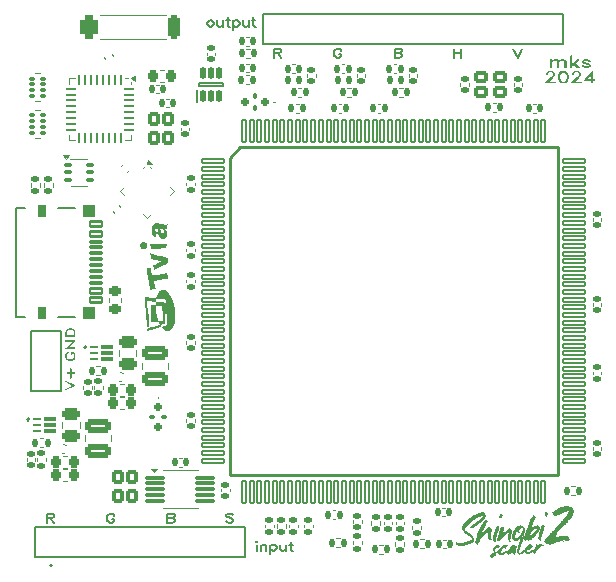
<source format=gbr>
%TF.GenerationSoftware,KiCad,Pcbnew,8.99.0-2608-ga0707285a1*%
%TF.CreationDate,2024-10-22T09:17:45-04:00*%
%TF.ProjectId,shinobi,7368696e-6f62-4692-9e6b-696361645f70,rev?*%
%TF.SameCoordinates,Original*%
%TF.FileFunction,Legend,Top*%
%TF.FilePolarity,Positive*%
%FSLAX46Y46*%
G04 Gerber Fmt 4.6, Leading zero omitted, Abs format (unit mm)*
G04 Created by KiCad (PCBNEW 8.99.0-2608-ga0707285a1) date 2024-10-22 09:17:45*
%MOMM*%
%LPD*%
G01*
G04 APERTURE LIST*
G04 Aperture macros list*
%AMRoundRect*
0 Rectangle with rounded corners*
0 $1 Rounding radius*
0 $2 $3 $4 $5 $6 $7 $8 $9 X,Y pos of 4 corners*
0 Add a 4 corners polygon primitive as box body*
4,1,4,$2,$3,$4,$5,$6,$7,$8,$9,$2,$3,0*
0 Add four circle primitives for the rounded corners*
1,1,$1+$1,$2,$3*
1,1,$1+$1,$4,$5*
1,1,$1+$1,$6,$7*
1,1,$1+$1,$8,$9*
0 Add four rect primitives between the rounded corners*
20,1,$1+$1,$2,$3,$4,$5,0*
20,1,$1+$1,$4,$5,$6,$7,0*
20,1,$1+$1,$6,$7,$8,$9,0*
20,1,$1+$1,$8,$9,$2,$3,0*%
%AMRotRect*
0 Rectangle, with rotation*
0 The origin of the aperture is its center*
0 $1 length*
0 $2 width*
0 $3 Rotation angle, in degrees counterclockwise*
0 Add horizontal line*
21,1,$1,$2,0,0,$3*%
G04 Aperture macros list end*
%ADD10C,0.137159*%
%ADD11C,0.000000*%
%ADD12C,0.100000*%
%ADD13C,0.152400*%
%ADD14C,0.120000*%
%ADD15C,0.254000*%
%ADD16C,0.127000*%
%ADD17C,0.200000*%
%ADD18RoundRect,0.140000X-0.170000X0.140000X-0.170000X-0.140000X0.170000X-0.140000X0.170000X0.140000X0*%
%ADD19RoundRect,0.140000X0.170000X-0.140000X0.170000X0.140000X-0.170000X0.140000X-0.170000X-0.140000X0*%
%ADD20RoundRect,0.225000X0.225000X0.250000X-0.225000X0.250000X-0.225000X-0.250000X0.225000X-0.250000X0*%
%ADD21RoundRect,0.135000X-0.135000X-0.185000X0.135000X-0.185000X0.135000X0.185000X-0.135000X0.185000X0*%
%ADD22RoundRect,0.140000X0.140000X0.170000X-0.140000X0.170000X-0.140000X-0.170000X0.140000X-0.170000X0*%
%ADD23RoundRect,0.147500X0.147500X0.172500X-0.147500X0.172500X-0.147500X-0.172500X0.147500X-0.172500X0*%
%ADD24RoundRect,0.150000X0.350000X-0.425000X0.350000X0.425000X-0.350000X0.425000X-0.350000X-0.425000X0*%
%ADD25RoundRect,0.150000X-0.350000X0.425000X-0.350000X-0.425000X0.350000X-0.425000X0.350000X0.425000X0*%
%ADD26RoundRect,0.168750X0.168750X0.206250X-0.168750X0.206250X-0.168750X-0.206250X0.168750X-0.206250X0*%
%ADD27RoundRect,0.100000X0.100000X0.162500X-0.100000X0.162500X-0.100000X-0.162500X0.100000X-0.162500X0*%
%ADD28RoundRect,0.375000X0.375000X0.625000X-0.375000X0.625000X-0.375000X-0.625000X0.375000X-0.625000X0*%
%ADD29RoundRect,0.250000X0.250000X0.750000X-0.250000X0.750000X-0.250000X-0.750000X0.250000X-0.750000X0*%
%ADD30RoundRect,0.135000X-0.185000X0.135000X-0.185000X-0.135000X0.185000X-0.135000X0.185000X0.135000X0*%
%ADD31RoundRect,0.076200X-0.923800X-0.148800X0.923800X-0.148800X0.923800X0.148800X-0.923800X0.148800X0*%
%ADD32RoundRect,0.076200X-0.148800X-0.923800X0.148800X-0.923800X0.148800X0.923800X-0.148800X0.923800X0*%
%ADD33RoundRect,0.250000X-0.850000X0.375000X-0.850000X-0.375000X0.850000X-0.375000X0.850000X0.375000X0*%
%ADD34RoundRect,0.100000X-0.225000X-0.100000X0.225000X-0.100000X0.225000X0.100000X-0.225000X0.100000X0*%
%ADD35RoundRect,0.225000X-0.250000X0.225000X-0.250000X-0.225000X0.250000X-0.225000X0.250000X0.225000X0*%
%ADD36RoundRect,0.062500X-0.291682X0.203293X0.203293X-0.291682X0.291682X-0.203293X-0.203293X0.291682X0*%
%ADD37RoundRect,0.062500X-0.291682X-0.203293X-0.203293X-0.291682X0.291682X0.203293X0.203293X0.291682X0*%
%ADD38RotRect,1.700000X1.700000X315.000000*%
%ADD39R,1.584000X1.584000*%
%ADD40C,1.584000*%
%ADD41RoundRect,0.100000X0.150000X0.100000X-0.150000X0.100000X-0.150000X-0.100000X0.150000X-0.100000X0*%
%ADD42RoundRect,0.075000X0.175000X0.075000X-0.175000X0.075000X-0.175000X-0.075000X0.175000X-0.075000X0*%
%ADD43RoundRect,0.135000X0.185000X-0.135000X0.185000X0.135000X-0.185000X0.135000X-0.185000X-0.135000X0*%
%ADD44RoundRect,0.140000X-0.140000X-0.170000X0.140000X-0.170000X0.140000X0.170000X-0.140000X0.170000X0*%
%ADD45RoundRect,0.062500X0.237500X-0.062500X0.237500X0.062500X-0.237500X0.062500X-0.237500X-0.062500X0*%
%ADD46RoundRect,0.075000X0.475000X-0.075000X0.475000X0.075000X-0.475000X0.075000X-0.475000X-0.075000X0*%
%ADD47RoundRect,0.150000X-0.425000X-0.350000X0.425000X-0.350000X0.425000X0.350000X-0.425000X0.350000X0*%
%ADD48RoundRect,0.250000X-0.475000X0.250000X-0.475000X-0.250000X0.475000X-0.250000X0.475000X0.250000X0*%
%ADD49RoundRect,0.140000X0.167393X0.143107X-0.108353X0.191728X-0.167393X-0.143107X0.108353X-0.191728X0*%
%ADD50RoundRect,0.112500X0.112500X0.387500X-0.112500X0.387500X-0.112500X-0.387500X0.112500X-0.387500X0*%
%ADD51RoundRect,0.140000X0.207631X-0.073414X0.111865X0.189700X-0.207631X0.073414X-0.111865X-0.189700X0*%
%ADD52RoundRect,0.168750X-0.206250X0.168750X-0.206250X-0.168750X0.206250X-0.168750X0.206250X0.168750X0*%
%ADD53RoundRect,0.100000X-0.162500X0.100000X-0.162500X-0.100000X0.162500X-0.100000X0.162500X0.100000X0*%
%ADD54RoundRect,0.500000X-0.300000X-0.000010X0.300000X-0.000010X0.300000X0.000010X-0.300000X0.000010X0*%
%ADD55RoundRect,0.500000X-0.550000X-0.000010X0.550000X-0.000010X0.550000X0.000010X-0.550000X0.000010X0*%
%ADD56RoundRect,0.091440X-0.480060X0.213360X-0.480060X-0.213360X0.480060X-0.213360X0.480060X0.213360X0*%
%ADD57RoundRect,0.076200X-0.495300X0.076200X-0.495300X-0.076200X0.495300X-0.076200X0.495300X0.076200X0*%
%ADD58RoundRect,0.087500X-0.725000X-0.087500X0.725000X-0.087500X0.725000X0.087500X-0.725000X0.087500X0*%
%ADD59RoundRect,0.135000X0.135000X0.185000X-0.135000X0.185000X-0.135000X-0.185000X0.135000X-0.185000X0*%
%ADD60RoundRect,0.100000X-0.150000X-0.100000X0.150000X-0.100000X0.150000X0.100000X-0.150000X0.100000X0*%
%ADD61RoundRect,0.075000X-0.175000X-0.075000X0.175000X-0.075000X0.175000X0.075000X-0.175000X0.075000X0*%
%ADD62RoundRect,0.140000X0.219203X0.021213X0.021213X0.219203X-0.219203X-0.021213X-0.021213X-0.219203X0*%
%ADD63RoundRect,0.140000X0.021213X-0.219203X0.219203X-0.021213X-0.021213X0.219203X-0.219203X0.021213X0*%
%ADD64RoundRect,0.062500X-0.062500X0.375000X-0.062500X-0.375000X0.062500X-0.375000X0.062500X0.375000X0*%
%ADD65RoundRect,0.062500X-0.375000X0.062500X-0.375000X-0.062500X0.375000X-0.062500X0.375000X0.062500X0*%
%ADD66R,3.450000X3.450000*%
%ADD67RoundRect,0.225000X-0.225000X-0.250000X0.225000X-0.250000X0.225000X0.250000X-0.225000X0.250000X0*%
G04 APERTURE END LIST*
D10*
X144182900Y-82552800D02*
X144313900Y-82552800D01*
X146021825Y-126675957D02*
X145977825Y-126638957D01*
X139040300Y-124823400D02*
X139040300Y-124934400D01*
X158268700Y-85157400D02*
X158224700Y-85231400D01*
X143529900Y-82293800D02*
X143529900Y-82922800D01*
X143660900Y-83070800D02*
X143747900Y-83070800D01*
X148242825Y-127452957D02*
X148329825Y-127415957D01*
X138822300Y-125082400D02*
X138430300Y-125082400D01*
X128223300Y-124305400D02*
X128615300Y-124305400D01*
X153108500Y-85046400D02*
X153021500Y-84972400D01*
X143978700Y-124786400D02*
X144022700Y-124860400D01*
X143412700Y-124416400D02*
X143412700Y-124490400D01*
X147632825Y-127045957D02*
X147676825Y-127156957D01*
X144008900Y-82959800D02*
X144008900Y-83329800D01*
X152499500Y-85231400D02*
X152499500Y-85416400D01*
X145706900Y-82922800D02*
X145750900Y-83033800D01*
X152760500Y-84935400D02*
X152673500Y-84972400D01*
X162698700Y-85305400D02*
X163308700Y-85305400D01*
X133358100Y-124416400D02*
X133314100Y-124490400D01*
X142136900Y-83070800D02*
X142223900Y-83033800D01*
X142920900Y-83070800D02*
X143007900Y-83033800D01*
X133358100Y-124971400D02*
X133445100Y-125045400D01*
X146326825Y-127082957D02*
X146326825Y-127452957D01*
X147545825Y-126971957D02*
X147632825Y-127045957D01*
D11*
G36*
X136977567Y-102274612D02*
G01*
X136980306Y-102275040D01*
X136984294Y-102275868D01*
X136989705Y-102277143D01*
X136996713Y-102278913D01*
X137016210Y-102284128D01*
X137044175Y-102291890D01*
X137081993Y-102302580D01*
X137131052Y-102316577D01*
X137192741Y-102334260D01*
X137483994Y-102417352D01*
X137528614Y-102429963D01*
X137578821Y-102444451D01*
X137629028Y-102458937D01*
X137673648Y-102471544D01*
X137718267Y-102484145D01*
X137768474Y-102498615D01*
X137822164Y-102514093D01*
X137875154Y-102529114D01*
X138188421Y-102618244D01*
X138470361Y-102698515D01*
X138491528Y-102704351D01*
X138490878Y-102733538D01*
X138487955Y-102899885D01*
X138487956Y-102899885D01*
X138485219Y-103071531D01*
X138485041Y-103082389D01*
X138484784Y-103090737D01*
X138484601Y-103094082D01*
X138484368Y-103096935D01*
X138484077Y-103099340D01*
X138483715Y-103101345D01*
X138483274Y-103102992D01*
X138482745Y-103104328D01*
X138482115Y-103105398D01*
X138481377Y-103106246D01*
X138480520Y-103106919D01*
X138479534Y-103107461D01*
X138478408Y-103107918D01*
X138477135Y-103108334D01*
X138473298Y-103109640D01*
X138468237Y-103111605D01*
X138461852Y-103114272D01*
X138454045Y-103117685D01*
X138444717Y-103121889D01*
X138433769Y-103126927D01*
X138421102Y-103132843D01*
X138406618Y-103139682D01*
X138380988Y-103151717D01*
X138359448Y-103161649D01*
X138336344Y-103172281D01*
X138306954Y-103185999D01*
X138225674Y-103224096D01*
X138178910Y-103246088D01*
X138133056Y-103267815D01*
X138100812Y-103283026D01*
X138090755Y-103287653D01*
X138086766Y-103289352D01*
X138086234Y-103289521D01*
X138084982Y-103290040D01*
X138080153Y-103292212D01*
X138060008Y-103301646D01*
X138023622Y-103318935D01*
X137968288Y-103345358D01*
X137943872Y-103356902D01*
X137936057Y-103360498D01*
X137932728Y-103361918D01*
X137932476Y-103361993D01*
X137932076Y-103362141D01*
X137930868Y-103362638D01*
X137929171Y-103363376D01*
X137927055Y-103364326D01*
X137921845Y-103366730D01*
X137915794Y-103369599D01*
X137897321Y-103378317D01*
X137874308Y-103389011D01*
X137822018Y-103413315D01*
X137761701Y-103441768D01*
X137699048Y-103471332D01*
X137646554Y-103495943D01*
X137595754Y-103519660D01*
X137570058Y-103531688D01*
X137541568Y-103545153D01*
X137514569Y-103557829D01*
X137502098Y-103563587D01*
X137492461Y-103567960D01*
X137455590Y-103584994D01*
X137393099Y-103614265D01*
X137361629Y-103628892D01*
X137335627Y-103640639D01*
X137317791Y-103648310D01*
X137312780Y-103650243D01*
X137311398Y-103650668D01*
X137310822Y-103650708D01*
X137310551Y-103649991D01*
X137310063Y-103648195D01*
X137308487Y-103641592D01*
X137303267Y-103617912D01*
X137295937Y-103583259D01*
X137287268Y-103541226D01*
X137239719Y-103309302D01*
X137239577Y-103308498D01*
X137239543Y-103308097D01*
X137239544Y-103307692D01*
X137239589Y-103307279D01*
X137239685Y-103306852D01*
X137239840Y-103306409D01*
X137240062Y-103305944D01*
X137240359Y-103305455D01*
X137240738Y-103304935D01*
X137241207Y-103304382D01*
X137241775Y-103303792D01*
X137242449Y-103303159D01*
X137243238Y-103302481D01*
X137244148Y-103301752D01*
X137245188Y-103300969D01*
X137246365Y-103300127D01*
X137247689Y-103299223D01*
X137249165Y-103298251D01*
X137250803Y-103297209D01*
X137252610Y-103296092D01*
X137254594Y-103294895D01*
X137259125Y-103292248D01*
X137264458Y-103289233D01*
X137270656Y-103285818D01*
X137277783Y-103281969D01*
X137285901Y-103277653D01*
X137295073Y-103272838D01*
X137305363Y-103267489D01*
X137316832Y-103261574D01*
X137329545Y-103255059D01*
X137343563Y-103247911D01*
X137358951Y-103240097D01*
X137394084Y-103222337D01*
X137435449Y-103201514D01*
X137483548Y-103177361D01*
X137601964Y-103118002D01*
X137965512Y-102934967D01*
X137947888Y-102931018D01*
X137900231Y-102921028D01*
X137739688Y-102888090D01*
X137550034Y-102849174D01*
X137426421Y-102823746D01*
X137294341Y-102796651D01*
X137124644Y-102761904D01*
X137063321Y-102749476D01*
X137050489Y-102681594D01*
X137033208Y-102590006D01*
X137015222Y-102496873D01*
X136995746Y-102396061D01*
X136982954Y-102327541D01*
X136976277Y-102288160D01*
X136975053Y-102278412D01*
X136975145Y-102274766D01*
X136975423Y-102274616D01*
X136975905Y-102274536D01*
X136976613Y-102274533D01*
X136977567Y-102274612D01*
G37*
D10*
X147974700Y-85268400D02*
X147843700Y-85305400D01*
X138430300Y-124305400D02*
X138822300Y-124305400D01*
X153152500Y-85120400D02*
X153108500Y-85046400D01*
X143847700Y-124712400D02*
X143934700Y-124749400D01*
X152934500Y-84935400D02*
X152760500Y-84935400D01*
X157658700Y-85305400D02*
X158050700Y-85305400D01*
X141788900Y-82774800D02*
X141788900Y-82848800D01*
X152542500Y-85527400D02*
X152586500Y-85601400D01*
X144400900Y-82589800D02*
X144487900Y-82663800D01*
X148017700Y-85231400D02*
X147974700Y-85268400D01*
X141831900Y-82959800D02*
X141918900Y-83033800D01*
X145097900Y-83070800D02*
X145184900Y-83033800D01*
X142223900Y-83033800D02*
X142310900Y-82959800D01*
X143137900Y-82552800D02*
X143137900Y-83070800D01*
X147240825Y-127415957D02*
X147153825Y-127341957D01*
X144966900Y-83070800D02*
X145097900Y-83070800D01*
X148061700Y-85083400D02*
X148061700Y-85157400D01*
X128833300Y-124453400D02*
X128833300Y-124527400D01*
X158181700Y-85675400D02*
X158050700Y-85712400D01*
X153108500Y-85601400D02*
X153152500Y-85527400D01*
X142658900Y-82552800D02*
X142658900Y-82922800D01*
X147153825Y-126934957D02*
X147153825Y-127045957D01*
X144531900Y-82774800D02*
X144531900Y-82848800D01*
X145576900Y-82552800D02*
X145881900Y-82552800D01*
X143804700Y-125082400D02*
X143630700Y-125082400D01*
X145977825Y-126712957D02*
X146021825Y-126675957D01*
X133445100Y-124342400D02*
X133358100Y-124416400D01*
X152586500Y-85046400D02*
X152542500Y-85120400D01*
X139040300Y-124453400D02*
X139040300Y-124527400D01*
X145750900Y-83033800D02*
X145837900Y-83070800D01*
X142354900Y-82848800D02*
X142354900Y-82774800D01*
X148024825Y-127415957D02*
X148111825Y-127452957D01*
X148851825Y-126675957D02*
X148851825Y-127304957D01*
X158268700Y-85453400D02*
X158268700Y-85564400D01*
X147545825Y-127415957D02*
X147458825Y-127452957D01*
X133924100Y-124897400D02*
X133924100Y-124786400D01*
X141918900Y-83033800D02*
X142005900Y-83070800D01*
D11*
G36*
X137915155Y-99787388D02*
G01*
X138124225Y-99821925D01*
X138228880Y-99838595D01*
X138237959Y-99839630D01*
X138247524Y-99840440D01*
X138267837Y-99841400D01*
X138289276Y-99841504D01*
X138311298Y-99840778D01*
X138333361Y-99839252D01*
X138354922Y-99836952D01*
X138375436Y-99833906D01*
X138385132Y-99832113D01*
X138394363Y-99830143D01*
X138407061Y-99827306D01*
X138417593Y-99825117D01*
X138426030Y-99823567D01*
X138432441Y-99822650D01*
X138434910Y-99822426D01*
X138436899Y-99822356D01*
X138438417Y-99822441D01*
X138439473Y-99822679D01*
X138440076Y-99823069D01*
X138440210Y-99823321D01*
X138440234Y-99823610D01*
X138439957Y-99824301D01*
X138439253Y-99825141D01*
X138438558Y-99829588D01*
X138437304Y-99841606D01*
X138433400Y-99885044D01*
X138428107Y-99948845D01*
X138421992Y-100026408D01*
X138410927Y-100167375D01*
X138405899Y-100226329D01*
X138405026Y-100226622D01*
X138402809Y-100227247D01*
X138394937Y-100229339D01*
X138383473Y-100232294D01*
X138369608Y-100235802D01*
X138360059Y-100238083D01*
X138350934Y-100240014D01*
X138342048Y-100241618D01*
X138333218Y-100242919D01*
X138324260Y-100243942D01*
X138314990Y-100244710D01*
X138305224Y-100245248D01*
X138294779Y-100245579D01*
X138255510Y-100246432D01*
X138274959Y-100272023D01*
X138283375Y-100283304D01*
X138291514Y-100294629D01*
X138299364Y-100305979D01*
X138306918Y-100317338D01*
X138314165Y-100328688D01*
X138321095Y-100340011D01*
X138327700Y-100351290D01*
X138333969Y-100362508D01*
X138339894Y-100373647D01*
X138345464Y-100384690D01*
X138350670Y-100395618D01*
X138355503Y-100406415D01*
X138359952Y-100417063D01*
X138364009Y-100427545D01*
X138367664Y-100437843D01*
X138370907Y-100447939D01*
X138375798Y-100464894D01*
X138380224Y-100482016D01*
X138384183Y-100499300D01*
X138387675Y-100516744D01*
X138390701Y-100534345D01*
X138393260Y-100552100D01*
X138395352Y-100570006D01*
X138396977Y-100588061D01*
X138398134Y-100606262D01*
X138398823Y-100624605D01*
X138399044Y-100643088D01*
X138398797Y-100661708D01*
X138398081Y-100680462D01*
X138396897Y-100699347D01*
X138395244Y-100718360D01*
X138393122Y-100737499D01*
X138389868Y-100760682D01*
X138385911Y-100782936D01*
X138381245Y-100804272D01*
X138375864Y-100824700D01*
X138369763Y-100844230D01*
X138362937Y-100862873D01*
X138355380Y-100880639D01*
X138347087Y-100897539D01*
X138338052Y-100913582D01*
X138328269Y-100928779D01*
X138317735Y-100943140D01*
X138306442Y-100956676D01*
X138294385Y-100969397D01*
X138281560Y-100981313D01*
X138267961Y-100992435D01*
X138253582Y-101002772D01*
X138239794Y-101011914D01*
X138233661Y-101015834D01*
X138227908Y-101019377D01*
X138222444Y-101022587D01*
X138217174Y-101025505D01*
X138212005Y-101028176D01*
X138206842Y-101030641D01*
X138201593Y-101032944D01*
X138196164Y-101035128D01*
X138190460Y-101037236D01*
X138184389Y-101039310D01*
X138177857Y-101041394D01*
X138170769Y-101043529D01*
X138154555Y-101048129D01*
X138146354Y-101050266D01*
X138142444Y-101051167D01*
X138138573Y-101051965D01*
X138134676Y-101052666D01*
X138130690Y-101053275D01*
X138126548Y-101053798D01*
X138122187Y-101054241D01*
X138117540Y-101054611D01*
X138112544Y-101054912D01*
X138107132Y-101055151D01*
X138101241Y-101055333D01*
X138087760Y-101055552D01*
X138071581Y-101055615D01*
X138054995Y-101055551D01*
X138041133Y-101055314D01*
X138029339Y-101054842D01*
X138022073Y-101054304D01*
X138018959Y-101054074D01*
X138009335Y-101052946D01*
X137999813Y-101051397D01*
X137989736Y-101049365D01*
X137978448Y-101046787D01*
X137955818Y-101040884D01*
X137934025Y-101034105D01*
X137913077Y-101026458D01*
X137892987Y-101017952D01*
X137873763Y-101008592D01*
X137855415Y-100998389D01*
X137837955Y-100987349D01*
X137821393Y-100975479D01*
X137805738Y-100962789D01*
X137791001Y-100949286D01*
X137777193Y-100934977D01*
X137764323Y-100919871D01*
X137752401Y-100903974D01*
X137741439Y-100887296D01*
X137731445Y-100869844D01*
X137722431Y-100851625D01*
X137716849Y-100839130D01*
X137711641Y-100826790D01*
X137706772Y-100814458D01*
X137702206Y-100801989D01*
X137697909Y-100789239D01*
X137693844Y-100776062D01*
X137689976Y-100762314D01*
X137686269Y-100747849D01*
X137682689Y-100732522D01*
X137679198Y-100716188D01*
X137675763Y-100698702D01*
X137672348Y-100679919D01*
X137665434Y-100637882D01*
X137658172Y-100588914D01*
X137636492Y-100442779D01*
X137627244Y-100386558D01*
X137618474Y-100338566D01*
X137609745Y-100296554D01*
X137600618Y-100258269D01*
X137590656Y-100221462D01*
X137580145Y-100186303D01*
X137825357Y-100186303D01*
X137825459Y-100187740D01*
X137825678Y-100189619D01*
X137826447Y-100194600D01*
X137827622Y-100201033D01*
X137829163Y-100208703D01*
X137831028Y-100217397D01*
X137833176Y-100226901D01*
X137835566Y-100237001D01*
X137840965Y-100260184D01*
X137846715Y-100286291D01*
X137852128Y-100312125D01*
X137856518Y-100334486D01*
X137865577Y-100381670D01*
X137873930Y-100422112D01*
X137881745Y-100456413D01*
X137889189Y-100485171D01*
X137896430Y-100508986D01*
X137903634Y-100528458D01*
X137907275Y-100536753D01*
X137910970Y-100544187D01*
X137914739Y-100550834D01*
X137918604Y-100556771D01*
X137921961Y-100561370D01*
X137925517Y-100565861D01*
X137929254Y-100570229D01*
X137933153Y-100574460D01*
X137937195Y-100578538D01*
X137941361Y-100582448D01*
X137945631Y-100586176D01*
X137949986Y-100589707D01*
X137954408Y-100593026D01*
X137958877Y-100596118D01*
X137963375Y-100598968D01*
X137967882Y-100601561D01*
X137972379Y-100603882D01*
X137976846Y-100605917D01*
X137981266Y-100607650D01*
X137985619Y-100609067D01*
X137990174Y-100610244D01*
X137995038Y-100611230D01*
X138000155Y-100612027D01*
X138005472Y-100612635D01*
X138010933Y-100613059D01*
X138016485Y-100613299D01*
X138022073Y-100613357D01*
X138027641Y-100613236D01*
X138033137Y-100612938D01*
X138038504Y-100612465D01*
X138043689Y-100611819D01*
X138048637Y-100611002D01*
X138053294Y-100610016D01*
X138057604Y-100608863D01*
X138061514Y-100607545D01*
X138064969Y-100606064D01*
X138067708Y-100604667D01*
X138070402Y-100603162D01*
X138073051Y-100601552D01*
X138075653Y-100599838D01*
X138078207Y-100598022D01*
X138080713Y-100596107D01*
X138083168Y-100594094D01*
X138085571Y-100591984D01*
X138087921Y-100589780D01*
X138090217Y-100587484D01*
X138094641Y-100582623D01*
X138098834Y-100577415D01*
X138102784Y-100571875D01*
X138106482Y-100566019D01*
X138109918Y-100559861D01*
X138113081Y-100553417D01*
X138115962Y-100546701D01*
X138118550Y-100539729D01*
X138120836Y-100532516D01*
X138122808Y-100525077D01*
X138124458Y-100517426D01*
X138125613Y-100510573D01*
X138126543Y-100503293D01*
X138127251Y-100495648D01*
X138127742Y-100487696D01*
X138128017Y-100479500D01*
X138128080Y-100471118D01*
X138127935Y-100462612D01*
X138127584Y-100454040D01*
X138127031Y-100445465D01*
X138126278Y-100436944D01*
X138125329Y-100428540D01*
X138124188Y-100420312D01*
X138122857Y-100412321D01*
X138121339Y-100404625D01*
X138119638Y-100397287D01*
X138117757Y-100390366D01*
X138114684Y-100380340D01*
X138111487Y-100370707D01*
X138108189Y-100361523D01*
X138104813Y-100352845D01*
X138101383Y-100344729D01*
X138097920Y-100337233D01*
X138094448Y-100330413D01*
X138090991Y-100324326D01*
X138081990Y-100309843D01*
X138073548Y-100297104D01*
X138069568Y-100291425D01*
X138065765Y-100286227D01*
X138062151Y-100281524D01*
X138058739Y-100277331D01*
X138055542Y-100273663D01*
X138052571Y-100270534D01*
X138049840Y-100267959D01*
X138047360Y-100265954D01*
X138045144Y-100264533D01*
X138043205Y-100263710D01*
X138042343Y-100263527D01*
X138041555Y-100263500D01*
X138040842Y-100263630D01*
X138040206Y-100263919D01*
X138040017Y-100264033D01*
X138039839Y-100264134D01*
X138039669Y-100264225D01*
X138039509Y-100264304D01*
X138039359Y-100264371D01*
X138039218Y-100264427D01*
X138039086Y-100264472D01*
X138038965Y-100264506D01*
X138038853Y-100264529D01*
X138038751Y-100264541D01*
X138038658Y-100264543D01*
X138038576Y-100264533D01*
X138038503Y-100264513D01*
X138038441Y-100264482D01*
X138038388Y-100264440D01*
X138038346Y-100264388D01*
X138038313Y-100264326D01*
X138038291Y-100264254D01*
X138038279Y-100264171D01*
X138038278Y-100264078D01*
X138038287Y-100263975D01*
X138038306Y-100263862D01*
X138038335Y-100263739D01*
X138038375Y-100263606D01*
X138038426Y-100263464D01*
X138038487Y-100263312D01*
X138038559Y-100263150D01*
X138038642Y-100262979D01*
X138038735Y-100262799D01*
X138038839Y-100262609D01*
X138039081Y-100262202D01*
X138039430Y-100261317D01*
X138039469Y-100260314D01*
X138039208Y-100259200D01*
X138038659Y-100257980D01*
X138037831Y-100256661D01*
X138036738Y-100255251D01*
X138035388Y-100253756D01*
X138033794Y-100252183D01*
X138029915Y-100248828D01*
X138025189Y-100245241D01*
X138019704Y-100241474D01*
X138013548Y-100237581D01*
X138006809Y-100233617D01*
X137999575Y-100229634D01*
X137991934Y-100225686D01*
X137983974Y-100221827D01*
X137975782Y-100218110D01*
X137967448Y-100214589D01*
X137959058Y-100211317D01*
X137950701Y-100208349D01*
X137938464Y-100204863D01*
X137921310Y-100200795D01*
X137901211Y-100196514D01*
X137880137Y-100192391D01*
X137860060Y-100188794D01*
X137842951Y-100186095D01*
X137830782Y-100184662D01*
X137827166Y-100184537D01*
X137825524Y-100184866D01*
X137825434Y-100185038D01*
X137825377Y-100185337D01*
X137825357Y-100186303D01*
X137580145Y-100186303D01*
X137579421Y-100183881D01*
X137576840Y-100175678D01*
X137575731Y-100172329D01*
X137574705Y-100169430D01*
X137573732Y-100166943D01*
X137572783Y-100164829D01*
X137571830Y-100163049D01*
X137570844Y-100161565D01*
X137570329Y-100160921D01*
X137569795Y-100160338D01*
X137569237Y-100159808D01*
X137568654Y-100159329D01*
X137568040Y-100158894D01*
X137567392Y-100158500D01*
X137565982Y-100157812D01*
X137564392Y-100157227D01*
X137562595Y-100156706D01*
X137558262Y-100155700D01*
X137556731Y-100155413D01*
X137554898Y-100155146D01*
X137550423Y-100154676D01*
X137545031Y-100154297D01*
X137538915Y-100154017D01*
X137532270Y-100153842D01*
X137525288Y-100153780D01*
X137518163Y-100153836D01*
X137511088Y-100154018D01*
X137503982Y-100154357D01*
X137497278Y-100154861D01*
X137490961Y-100155535D01*
X137485011Y-100156387D01*
X137479414Y-100157422D01*
X137474153Y-100158648D01*
X137469209Y-100160070D01*
X137464567Y-100161696D01*
X137460210Y-100163531D01*
X137456121Y-100165582D01*
X137452284Y-100167855D01*
X137448680Y-100170358D01*
X137445295Y-100173096D01*
X137442110Y-100176076D01*
X137439109Y-100179304D01*
X137436275Y-100182787D01*
X137433174Y-100187132D01*
X137430223Y-100191827D01*
X137424779Y-100202198D01*
X137419952Y-100213760D01*
X137415754Y-100226374D01*
X137412196Y-100239901D01*
X137409290Y-100254200D01*
X137407045Y-100269133D01*
X137405474Y-100284559D01*
X137404587Y-100300339D01*
X137404394Y-100316334D01*
X137404908Y-100332404D01*
X137406139Y-100348408D01*
X137408098Y-100364209D01*
X137410796Y-100379665D01*
X137414244Y-100394639D01*
X137418453Y-100408989D01*
X137421177Y-100416611D01*
X137424272Y-100423995D01*
X137427750Y-100431156D01*
X137431623Y-100438105D01*
X137435905Y-100444857D01*
X137440608Y-100451424D01*
X137445743Y-100457820D01*
X137451325Y-100464057D01*
X137457364Y-100470150D01*
X137463874Y-100476111D01*
X137470866Y-100481953D01*
X137478354Y-100487691D01*
X137486350Y-100493336D01*
X137494866Y-100498902D01*
X137503915Y-100504403D01*
X137513509Y-100509851D01*
X137515505Y-100510975D01*
X137517445Y-100512118D01*
X137519319Y-100513272D01*
X137521116Y-100514431D01*
X137522828Y-100515584D01*
X137524443Y-100516725D01*
X137525953Y-100517846D01*
X137527346Y-100518937D01*
X137528613Y-100519992D01*
X137529743Y-100521001D01*
X137530727Y-100521958D01*
X137531555Y-100522853D01*
X137532216Y-100523678D01*
X137532701Y-100524426D01*
X137532999Y-100525089D01*
X137533075Y-100525386D01*
X137533101Y-100525658D01*
X137529983Y-100543188D01*
X137521494Y-100587196D01*
X137493589Y-100728077D01*
X137476346Y-100812902D01*
X137463193Y-100874754D01*
X137454354Y-100912613D01*
X137451622Y-100922226D01*
X137450691Y-100924648D01*
X137450054Y-100925459D01*
X137448064Y-100925057D01*
X137444540Y-100923906D01*
X137433651Y-100919702D01*
X137418918Y-100913528D01*
X137401868Y-100906064D01*
X137384034Y-100897994D01*
X137366943Y-100889997D01*
X137352128Y-100882755D01*
X137341117Y-100876949D01*
X137323480Y-100866657D01*
X137315283Y-100861609D01*
X137307458Y-100856594D01*
X137299973Y-100851585D01*
X137292797Y-100846558D01*
X137285899Y-100841489D01*
X137279246Y-100836353D01*
X137272809Y-100831124D01*
X137266555Y-100825778D01*
X137260453Y-100820289D01*
X137254471Y-100814634D01*
X137248578Y-100808786D01*
X137242743Y-100802721D01*
X137236934Y-100796415D01*
X137231119Y-100789842D01*
X137220975Y-100777817D01*
X137211371Y-100765738D01*
X137202297Y-100753579D01*
X137193740Y-100741314D01*
X137185687Y-100728918D01*
X137178125Y-100716366D01*
X137171043Y-100703631D01*
X137164428Y-100690689D01*
X137158267Y-100677515D01*
X137152548Y-100664082D01*
X137147258Y-100650365D01*
X137142386Y-100636339D01*
X137137918Y-100621978D01*
X137133842Y-100607257D01*
X137130146Y-100592151D01*
X137126817Y-100576633D01*
X137123475Y-100557695D01*
X137120322Y-100535539D01*
X137117437Y-100511052D01*
X137114899Y-100485122D01*
X137112786Y-100458635D01*
X137111176Y-100432478D01*
X137110150Y-100407540D01*
X137109785Y-100384706D01*
X137110572Y-100345036D01*
X137112855Y-100301115D01*
X137116477Y-100254376D01*
X137121279Y-100206249D01*
X137127104Y-100158164D01*
X137133793Y-100111553D01*
X137141189Y-100067847D01*
X137149133Y-100028476D01*
X137156340Y-99999109D01*
X137164540Y-99971418D01*
X137173754Y-99945380D01*
X137184000Y-99920973D01*
X137195301Y-99898174D01*
X137207674Y-99876960D01*
X137221140Y-99857307D01*
X137235720Y-99839193D01*
X137251433Y-99822595D01*
X137268299Y-99807490D01*
X137286338Y-99793856D01*
X137305570Y-99781669D01*
X137326016Y-99770906D01*
X137347694Y-99761544D01*
X137370626Y-99753562D01*
X137394831Y-99746934D01*
X137399425Y-99745870D01*
X137403913Y-99744922D01*
X137408422Y-99744083D01*
X137413080Y-99743347D01*
X137418017Y-99742708D01*
X137423360Y-99742158D01*
X137429238Y-99741691D01*
X137435779Y-99741301D01*
X137443111Y-99740981D01*
X137451363Y-99740725D01*
X137471141Y-99740375D01*
X137496138Y-99740201D01*
X137527381Y-99740150D01*
X137631728Y-99740128D01*
X137915155Y-99787388D01*
G37*
D10*
X147451700Y-85305400D02*
X147451700Y-85712400D01*
X146543825Y-126934957D02*
X146674825Y-126934957D01*
X138953300Y-124342400D02*
X138996300Y-124379400D01*
D11*
G36*
X136974223Y-103516537D02*
G01*
X136976608Y-103516794D01*
X136978759Y-103517172D01*
X136980695Y-103517679D01*
X136982436Y-103518323D01*
X136984002Y-103519114D01*
X136985412Y-103520059D01*
X136986686Y-103521168D01*
X136987845Y-103522449D01*
X136988906Y-103523911D01*
X136989892Y-103525562D01*
X136991712Y-103529465D01*
X136993462Y-103534228D01*
X136995301Y-103539918D01*
X136999877Y-103554358D01*
X137004922Y-103569419D01*
X137009352Y-103582261D01*
X137012689Y-103591524D01*
X137013798Y-103594387D01*
X137014455Y-103595845D01*
X137014661Y-103596207D01*
X137014867Y-103596594D01*
X137015275Y-103597427D01*
X137015669Y-103598315D01*
X137016037Y-103599231D01*
X137016370Y-103600148D01*
X137016657Y-103601036D01*
X137016780Y-103601461D01*
X137016887Y-103601869D01*
X137016977Y-103602256D01*
X137017049Y-103602619D01*
X137017290Y-103603691D01*
X137017752Y-103605373D01*
X137019547Y-103611166D01*
X137022841Y-103621200D01*
X137028039Y-103636676D01*
X137045772Y-103688761D01*
X137075995Y-103777032D01*
X137157131Y-104014098D01*
X137202116Y-104145526D01*
X137208094Y-104162549D01*
X137209453Y-104165623D01*
X137214820Y-104164963D01*
X137229003Y-104162640D01*
X137275471Y-104154495D01*
X137332165Y-104144177D01*
X137382394Y-104134672D01*
X137436846Y-104124449D01*
X137529714Y-104107310D01*
X137671295Y-104081269D01*
X137748154Y-104066841D01*
X137829434Y-104051579D01*
X138129154Y-103995715D01*
X138317387Y-103960835D01*
X138401377Y-103945717D01*
X138402834Y-103945578D01*
X138404150Y-103945495D01*
X138405334Y-103945471D01*
X138406394Y-103945512D01*
X138406880Y-103945560D01*
X138407338Y-103945625D01*
X138407770Y-103945710D01*
X138408176Y-103945815D01*
X138408557Y-103945940D01*
X138408914Y-103946086D01*
X138409249Y-103946255D01*
X138409561Y-103946446D01*
X138409854Y-103946660D01*
X138410126Y-103946898D01*
X138410380Y-103947161D01*
X138410617Y-103947450D01*
X138410837Y-103947764D01*
X138411041Y-103948105D01*
X138411231Y-103948473D01*
X138411408Y-103948870D01*
X138411572Y-103949296D01*
X138411725Y-103949751D01*
X138412000Y-103950752D01*
X138412243Y-103951879D01*
X138412460Y-103953139D01*
X138427234Y-104039295D01*
X138460910Y-104231982D01*
X138480140Y-104343268D01*
X138485988Y-104378411D01*
X138488134Y-104392848D01*
X138488125Y-104393193D01*
X138488097Y-104393528D01*
X138488050Y-104393854D01*
X138487985Y-104394171D01*
X138487902Y-104394478D01*
X138487800Y-104394776D01*
X138487680Y-104395064D01*
X138487542Y-104395344D01*
X138487386Y-104395613D01*
X138487211Y-104395873D01*
X138487018Y-104396124D01*
X138486807Y-104396365D01*
X138486578Y-104396596D01*
X138486331Y-104396818D01*
X138486066Y-104397031D01*
X138485782Y-104397234D01*
X138485481Y-104397427D01*
X138485162Y-104397611D01*
X138484825Y-104397785D01*
X138484470Y-104397949D01*
X138484097Y-104398103D01*
X138483706Y-104398248D01*
X138483297Y-104398383D01*
X138482870Y-104398509D01*
X138482426Y-104398624D01*
X138481964Y-104398730D01*
X138481484Y-104398826D01*
X138480987Y-104398912D01*
X138480472Y-104398989D01*
X138479939Y-104399055D01*
X138478821Y-104399158D01*
X138472294Y-104399924D01*
X138459430Y-104401753D01*
X138413618Y-104408767D01*
X138339237Y-104420533D01*
X138234141Y-104437389D01*
X138064808Y-104464429D01*
X137883621Y-104493326D01*
X137670261Y-104527322D01*
X137337317Y-104580744D01*
X137284263Y-104590391D01*
X137274773Y-104592860D01*
X137272328Y-104594485D01*
X137273646Y-104601269D01*
X137277752Y-104619411D01*
X137295228Y-104693566D01*
X137373567Y-105019938D01*
X137417697Y-105204148D01*
X137425654Y-105238804D01*
X137427331Y-105248438D01*
X137426284Y-105248750D01*
X137423637Y-105249416D01*
X137414253Y-105251643D01*
X137400597Y-105254789D01*
X137384088Y-105258522D01*
X137327329Y-105271533D01*
X137250315Y-105289481D01*
X137113154Y-105321628D01*
X137012562Y-105345458D01*
X136973377Y-105354743D01*
X136961121Y-105357567D01*
X136956220Y-105358605D01*
X136956142Y-105358584D01*
X136956058Y-105358521D01*
X136955970Y-105358419D01*
X136955878Y-105358277D01*
X136955680Y-105357878D01*
X136955468Y-105357336D01*
X136955242Y-105356656D01*
X136955005Y-105355848D01*
X136954758Y-105354920D01*
X136954505Y-105353879D01*
X136954246Y-105352736D01*
X136953984Y-105351496D01*
X136953720Y-105350170D01*
X136953456Y-105348764D01*
X136953195Y-105347288D01*
X136952938Y-105345750D01*
X136952688Y-105344157D01*
X136952445Y-105342518D01*
X136940915Y-105270970D01*
X136916431Y-105121538D01*
X136876036Y-104876005D01*
X136838800Y-104649098D01*
X136796436Y-104391711D01*
X136688015Y-103733005D01*
X136666082Y-103599231D01*
X136662485Y-103576763D01*
X136659753Y-103558149D01*
X136658155Y-103545323D01*
X136657864Y-103541687D01*
X136657860Y-103540668D01*
X136657957Y-103540224D01*
X136658660Y-103540037D01*
X136660438Y-103539776D01*
X136666995Y-103539052D01*
X136690546Y-103536920D01*
X136725036Y-103534133D01*
X136766891Y-103530993D01*
X136920114Y-103519741D01*
X136944326Y-103517795D01*
X136961941Y-103516544D01*
X136968669Y-103516351D01*
X136974223Y-103516537D01*
G37*
D10*
X142310900Y-82959800D02*
X142354900Y-82848800D01*
X148982825Y-127452957D02*
X149069825Y-127452957D01*
X144022700Y-124971400D02*
X143934700Y-125045400D01*
X143804700Y-124305400D02*
X143630700Y-124305400D01*
X143529900Y-82922800D02*
X143573900Y-83033800D01*
X146805825Y-127082957D02*
X146805825Y-127452957D01*
X146326825Y-127082957D02*
X146456825Y-126971957D01*
X158224700Y-85231400D02*
X158181700Y-85268400D01*
X152934500Y-85712400D02*
X153021500Y-85675400D01*
X128223300Y-124675400D02*
X128223300Y-125082400D01*
X128615300Y-124675400D02*
X128528300Y-124675400D01*
X138953300Y-125045400D02*
X138822300Y-125082400D01*
D11*
G36*
X136438619Y-101316029D02*
G01*
X136446365Y-101316313D01*
X136453685Y-101316747D01*
X136460463Y-101317335D01*
X136466584Y-101318081D01*
X136480136Y-101320354D01*
X136493650Y-101323257D01*
X136507086Y-101326768D01*
X136520401Y-101330866D01*
X136533554Y-101335528D01*
X136546502Y-101340732D01*
X136559204Y-101346457D01*
X136571618Y-101352680D01*
X136583702Y-101359379D01*
X136595415Y-101366532D01*
X136606715Y-101374117D01*
X136617559Y-101382112D01*
X136627907Y-101390496D01*
X136637716Y-101399245D01*
X136646945Y-101408339D01*
X136655552Y-101417754D01*
X136666990Y-101431717D01*
X136677553Y-101446147D01*
X136687232Y-101461011D01*
X136696016Y-101476277D01*
X136703898Y-101491912D01*
X136710868Y-101507882D01*
X136716917Y-101524155D01*
X136722035Y-101540698D01*
X136726213Y-101557478D01*
X136729443Y-101574462D01*
X136731714Y-101591618D01*
X136733019Y-101608911D01*
X136733347Y-101626310D01*
X136732690Y-101643781D01*
X136731038Y-101661292D01*
X136728382Y-101678809D01*
X136726540Y-101688393D01*
X136724528Y-101697630D01*
X136722332Y-101706555D01*
X136719934Y-101715206D01*
X136717318Y-101723621D01*
X136714467Y-101731837D01*
X136711364Y-101739889D01*
X136707995Y-101747817D01*
X136704340Y-101755655D01*
X136700385Y-101763443D01*
X136696113Y-101771216D01*
X136691507Y-101779013D01*
X136686550Y-101786869D01*
X136681227Y-101794822D01*
X136675520Y-101802909D01*
X136669414Y-101811168D01*
X136658613Y-101824734D01*
X136647308Y-101837505D01*
X136635509Y-101849476D01*
X136623223Y-101860643D01*
X136610459Y-101871002D01*
X136597225Y-101880547D01*
X136583530Y-101889276D01*
X136569381Y-101897183D01*
X136554789Y-101904264D01*
X136539760Y-101910515D01*
X136524303Y-101915930D01*
X136508428Y-101920507D01*
X136492141Y-101924240D01*
X136475452Y-101927125D01*
X136458370Y-101929157D01*
X136440901Y-101930333D01*
X136416783Y-101930546D01*
X136393186Y-101929143D01*
X136370162Y-101926156D01*
X136347761Y-101921615D01*
X136326035Y-101915550D01*
X136305035Y-101907990D01*
X136284813Y-101898968D01*
X136265420Y-101888512D01*
X136246907Y-101876652D01*
X136229326Y-101863420D01*
X136212727Y-101848845D01*
X136197163Y-101832958D01*
X136182684Y-101815788D01*
X136169342Y-101797365D01*
X136157188Y-101777721D01*
X136146273Y-101756886D01*
X136142493Y-101748859D01*
X136139074Y-101741264D01*
X136135999Y-101734012D01*
X136133248Y-101727017D01*
X136130801Y-101720192D01*
X136128640Y-101713451D01*
X136126745Y-101706708D01*
X136125097Y-101699874D01*
X136123677Y-101692865D01*
X136122466Y-101685592D01*
X136121443Y-101677970D01*
X136120591Y-101669911D01*
X136119890Y-101661329D01*
X136119321Y-101652138D01*
X136118501Y-101631579D01*
X136118098Y-101615919D01*
X136117944Y-101603168D01*
X136118100Y-101592600D01*
X136118313Y-101587908D01*
X136118627Y-101583489D01*
X136119049Y-101579253D01*
X136119588Y-101575109D01*
X136120250Y-101570967D01*
X136121043Y-101566735D01*
X136123056Y-101557639D01*
X136125687Y-101547097D01*
X136128763Y-101536004D01*
X136132250Y-101525024D01*
X136136137Y-101514175D01*
X136140413Y-101503477D01*
X136145066Y-101492946D01*
X136150084Y-101482604D01*
X136155457Y-101472467D01*
X136161174Y-101462556D01*
X136167223Y-101452888D01*
X136173593Y-101443483D01*
X136180273Y-101434358D01*
X136187251Y-101425533D01*
X136194516Y-101417027D01*
X136202057Y-101408858D01*
X136209863Y-101401046D01*
X136217922Y-101393607D01*
X136223348Y-101388972D01*
X136229182Y-101384302D01*
X136235373Y-101379628D01*
X136241868Y-101374979D01*
X136248617Y-101370385D01*
X136255567Y-101365876D01*
X136262668Y-101361481D01*
X136269868Y-101357230D01*
X136277116Y-101353152D01*
X136284360Y-101349278D01*
X136291548Y-101345636D01*
X136298629Y-101342258D01*
X136305552Y-101339171D01*
X136312265Y-101336407D01*
X136318717Y-101333994D01*
X136324856Y-101331963D01*
X136343726Y-101326093D01*
X136350627Y-101323890D01*
X136354541Y-101322584D01*
X136358376Y-101321438D01*
X136363173Y-101320385D01*
X136368817Y-101319430D01*
X136375192Y-101318578D01*
X136389672Y-101317202D01*
X136405686Y-101316293D01*
X136422311Y-101315890D01*
X136438619Y-101316029D01*
G37*
D10*
X148721825Y-126934957D02*
X149025825Y-126934957D01*
X128746300Y-124342400D02*
X128789300Y-124379400D01*
X144008900Y-82663800D02*
X144095900Y-82589800D01*
X146674825Y-126934957D02*
X146761825Y-126971957D01*
X147980825Y-126934957D02*
X147980825Y-127304957D01*
X133793100Y-124342400D02*
X133706100Y-124305400D01*
X146326825Y-126934957D02*
X146326825Y-127082957D01*
X148111825Y-127452957D02*
X148242825Y-127452957D01*
X157658700Y-85305400D02*
X157658700Y-85712400D01*
X138996300Y-124749400D02*
X139040300Y-124823400D01*
X152673500Y-84972400D02*
X152586500Y-85046400D01*
X158268700Y-85083400D02*
X158268700Y-85157400D01*
X142658900Y-82922800D02*
X142702900Y-83033800D01*
X144313900Y-82552800D02*
X144400900Y-82589800D01*
X143934700Y-125045400D02*
X143804700Y-125082400D01*
X133314100Y-124490400D02*
X133271100Y-124601400D01*
X143499700Y-124601400D02*
X143586700Y-124638400D01*
X158224700Y-85638400D02*
X158181700Y-85675400D01*
X144008900Y-82552800D02*
X144008900Y-82663800D01*
X158050700Y-85305400D02*
X158181700Y-85342400D01*
X133314100Y-124897400D02*
X133358100Y-124971400D01*
X142223900Y-82589800D02*
X142136900Y-82552800D01*
X153021500Y-85675400D02*
X153108500Y-85601400D01*
X143412700Y-124490400D02*
X143456700Y-124564400D01*
X138953300Y-124712400D02*
X138996300Y-124749400D01*
X147632825Y-127341957D02*
X147545825Y-127415957D01*
X147458825Y-126934957D02*
X147545825Y-126971957D01*
X139040300Y-124527400D02*
X138996300Y-124601400D01*
X128528300Y-124675400D02*
X128223300Y-124675400D01*
X145977825Y-126934957D02*
X145977825Y-127452957D01*
X158224700Y-85009400D02*
X158268700Y-85083400D01*
X147843700Y-85305400D02*
X147756700Y-85305400D01*
X152760500Y-85712400D02*
X152934500Y-85712400D01*
X163308700Y-85305400D02*
X163308700Y-85712400D01*
X143630700Y-125082400D02*
X143499700Y-125045400D01*
X147458825Y-127452957D02*
X147327825Y-127452957D01*
X145977825Y-126638957D02*
X145934825Y-126675957D01*
X145706900Y-82293800D02*
X145706900Y-82922800D01*
X147980825Y-127304957D02*
X148024825Y-127415957D01*
X144022700Y-124860400D02*
X144022700Y-124971400D01*
X146456825Y-126971957D02*
X146543825Y-126934957D01*
X141788900Y-82848800D02*
X141831900Y-82959800D01*
X143934700Y-124342400D02*
X143804700Y-124305400D01*
X138996300Y-125008400D02*
X138953300Y-125045400D01*
X142354900Y-82774800D02*
X142310900Y-82663800D01*
X142789900Y-83070800D02*
X142920900Y-83070800D01*
X138822300Y-124305400D02*
X138953300Y-124342400D01*
X147327825Y-127452957D02*
X147240825Y-127415957D01*
X144836900Y-82922800D02*
X144879900Y-83033800D01*
X143573900Y-83033800D02*
X143660900Y-83070800D01*
X158181700Y-85268400D02*
X158050700Y-85305400D01*
X157658700Y-84935400D02*
X157658700Y-85305400D01*
X147756700Y-85305400D02*
X147451700Y-85305400D01*
X147756700Y-85305400D02*
X148061700Y-85712400D01*
X133271100Y-124601400D02*
X133271100Y-124786400D01*
X144095900Y-83033800D02*
X144008900Y-82959800D01*
X152542500Y-85120400D02*
X152499500Y-85231400D01*
X143499700Y-125045400D02*
X143412700Y-124971400D01*
X147974700Y-84972400D02*
X148017700Y-85009400D01*
X145315900Y-82552800D02*
X145315900Y-83070800D01*
X144022700Y-124416400D02*
X143934700Y-124342400D01*
X162698700Y-85305400D02*
X162698700Y-85712400D01*
X143934700Y-124749400D02*
X143978700Y-124786400D01*
X138822300Y-124675400D02*
X138953300Y-124712400D01*
X147153825Y-127045957D02*
X147240825Y-126971957D01*
X158181700Y-85342400D02*
X158224700Y-85379400D01*
X158268700Y-85564400D02*
X158224700Y-85638400D01*
X138996300Y-124601400D02*
X138953300Y-124638400D01*
X128789300Y-124379400D02*
X128833300Y-124453400D01*
X133532100Y-125082400D02*
X133706100Y-125082400D01*
X153152500Y-85527400D02*
X153152500Y-85416400D01*
X158224700Y-85379400D02*
X158268700Y-85453400D01*
X148459825Y-126934957D02*
X148459825Y-127452957D01*
X142310900Y-82663800D02*
X142223900Y-82589800D01*
X143456700Y-124564400D02*
X143499700Y-124601400D01*
X152934500Y-85416400D02*
X153152500Y-85416400D01*
X145934825Y-126675957D02*
X145977825Y-126712957D01*
X147451700Y-84935400D02*
X147451700Y-85305400D01*
X148061700Y-85157400D02*
X148017700Y-85231400D01*
X148329825Y-127415957D02*
X148459825Y-127304957D01*
X147843700Y-84935400D02*
X147974700Y-84972400D01*
X152673500Y-85675400D02*
X152760500Y-85712400D01*
X158181700Y-84972400D02*
X158224700Y-85009400D01*
X158050700Y-84935400D02*
X158181700Y-84972400D01*
X133532100Y-124305400D02*
X133445100Y-124342400D01*
X157658700Y-84935400D02*
X158050700Y-84935400D01*
X133271100Y-124786400D02*
X133314100Y-124897400D01*
X128223300Y-124305400D02*
X128223300Y-124675400D01*
X144400900Y-83033800D02*
X144313900Y-83070800D01*
X142005900Y-82552800D02*
X141918900Y-82589800D01*
X133706100Y-124786400D02*
X133924100Y-124786400D01*
X144836900Y-82552800D02*
X144836900Y-82922800D01*
X139040300Y-124934400D02*
X138996300Y-125008400D01*
X133706100Y-125082400D02*
X133793100Y-125045400D01*
X162698700Y-84935400D02*
X162698700Y-85305400D01*
X147153825Y-127045957D02*
X147153825Y-127341957D01*
X133793100Y-125045400D02*
X133880100Y-124971400D01*
X147327825Y-126934957D02*
X147458825Y-126934957D01*
X147676825Y-127230957D02*
X147632825Y-127341957D01*
X128528300Y-124675400D02*
X128833300Y-125082400D01*
X138430300Y-124675400D02*
X138822300Y-124675400D01*
X142702900Y-83033800D02*
X142789900Y-83070800D01*
X148895825Y-127415957D02*
X148982825Y-127452957D01*
X147153825Y-127341957D02*
X147153825Y-127711957D01*
X144313900Y-83070800D02*
X144182900Y-83070800D01*
X146761825Y-126971957D02*
X146805825Y-127082957D01*
X153021500Y-84972400D02*
X152934500Y-84935400D01*
X144487900Y-82663800D02*
X144531900Y-82774800D01*
X143007900Y-83033800D02*
X143137900Y-82922800D01*
X147451700Y-84935400D02*
X147843700Y-84935400D01*
X143399900Y-82552800D02*
X143704900Y-82552800D01*
X145184900Y-83033800D02*
X145315900Y-82922800D01*
X133880100Y-124416400D02*
X133793100Y-124342400D01*
X143586700Y-124638400D02*
X143847700Y-124712400D01*
X138996300Y-124379400D02*
X139040300Y-124453400D01*
X147676825Y-127156957D02*
X147676825Y-127230957D01*
X128615300Y-124305400D02*
X128746300Y-124342400D01*
X138430300Y-124675400D02*
X138430300Y-125082400D01*
X141918900Y-82589800D02*
X141831900Y-82663800D01*
X144531900Y-82848800D02*
X144487900Y-82959800D01*
D11*
G36*
X136977678Y-101448839D02*
G01*
X137029820Y-101450841D01*
X137106538Y-101454257D01*
X137199894Y-101458755D01*
X138277321Y-101511904D01*
X138334944Y-101514502D01*
X138343972Y-101515252D01*
X138351177Y-101516238D01*
X138356724Y-101517555D01*
X138358926Y-101518369D01*
X138360776Y-101519303D01*
X138362292Y-101520369D01*
X138363497Y-101521578D01*
X138364409Y-101522944D01*
X138365051Y-101524478D01*
X138365442Y-101526193D01*
X138365603Y-101528101D01*
X138365316Y-101532543D01*
X138364355Y-101537903D01*
X138362883Y-101544277D01*
X138359065Y-101560459D01*
X138355698Y-101576302D01*
X138351448Y-101596908D01*
X138342474Y-101641739D01*
X138320716Y-101750892D01*
X138315953Y-101774868D01*
X138311719Y-101797014D01*
X138308475Y-101814865D01*
X138306682Y-101825959D01*
X138304464Y-101842673D01*
X138273536Y-101844760D01*
X138192500Y-101849177D01*
X138041101Y-101856867D01*
X137636394Y-101877124D01*
X137072928Y-101904947D01*
X137064844Y-101905230D01*
X137058707Y-101905328D01*
X137056281Y-101905282D01*
X137054234Y-101905159D01*
X137052533Y-101904948D01*
X137051141Y-101904640D01*
X137050023Y-101904224D01*
X137049556Y-101903972D01*
X137049144Y-101903690D01*
X137048782Y-101903375D01*
X137048467Y-101903028D01*
X137048194Y-101902645D01*
X137047958Y-101902227D01*
X137047581Y-101901277D01*
X137047300Y-101900168D01*
X137047081Y-101898890D01*
X137046886Y-101897432D01*
X137046492Y-101894868D01*
X137045773Y-101890805D01*
X137043524Y-101879018D01*
X137040465Y-101863738D01*
X137036923Y-101846633D01*
X136966868Y-101503716D01*
X136962893Y-101482859D01*
X136959905Y-101465512D01*
X136958871Y-101458720D01*
X136958193Y-101453484D01*
X136957905Y-101450031D01*
X136957920Y-101449043D01*
X136958046Y-101448585D01*
X136963302Y-101448473D01*
X136977678Y-101448839D01*
G37*
D10*
X128746300Y-124638400D02*
X128615300Y-124675400D01*
X152499500Y-85416400D02*
X152542500Y-85527400D01*
X144879900Y-83033800D02*
X144966900Y-83070800D01*
X133924100Y-124490400D02*
X133880100Y-124416400D01*
X143630700Y-124305400D02*
X143499700Y-124342400D01*
X144487900Y-82959800D02*
X144400900Y-83033800D01*
X133706100Y-124305400D02*
X133532100Y-124305400D01*
X168424900Y-84935400D02*
X168076900Y-85712400D01*
X147240825Y-126971957D02*
X147327825Y-126934957D01*
X144095900Y-82589800D02*
X144182900Y-82552800D01*
X148851825Y-127304957D02*
X148895825Y-127415957D01*
X144182900Y-83070800D02*
X144095900Y-83033800D01*
X148017700Y-85009400D02*
X148061700Y-85083400D01*
X138953300Y-124638400D02*
X138822300Y-124675400D01*
X142005900Y-83070800D02*
X142136900Y-83070800D01*
X163308700Y-84935400D02*
X163308700Y-85305400D01*
X158050700Y-85712400D02*
X157658700Y-85712400D01*
X144008900Y-82663800D02*
X144008900Y-82959800D01*
X141831900Y-82663800D02*
X141788900Y-82774800D01*
X133880100Y-124971400D02*
X133924100Y-124897400D01*
X152586500Y-85601400D02*
X152673500Y-85675400D01*
X143499700Y-124342400D02*
X143412700Y-124416400D01*
X133445100Y-125045400D02*
X133532100Y-125082400D01*
X145837900Y-83070800D02*
X145924900Y-83070800D01*
D11*
G36*
X138066518Y-105352577D02*
G01*
X138083273Y-105353444D01*
X138100090Y-105355028D01*
X138116962Y-105357330D01*
X138150839Y-105364081D01*
X138184846Y-105373686D01*
X138218921Y-105386137D01*
X138253005Y-105401424D01*
X138287038Y-105419537D01*
X138320961Y-105440467D01*
X138354713Y-105464205D01*
X138388235Y-105490741D01*
X138401442Y-105502088D01*
X138415726Y-105514887D01*
X138430569Y-105528634D01*
X138445452Y-105542829D01*
X138459855Y-105556969D01*
X138473261Y-105570552D01*
X138485149Y-105583076D01*
X138495001Y-105594039D01*
X138520345Y-105623487D01*
X138538216Y-105644692D01*
X138545400Y-105653474D01*
X138551978Y-105661722D01*
X138564998Y-105678645D01*
X138579020Y-105697832D01*
X138596104Y-105722148D01*
X138633380Y-105777042D01*
X138650531Y-105803054D01*
X138664664Y-105825068D01*
X138674259Y-105840802D01*
X138676879Y-105845600D01*
X138677795Y-105847972D01*
X138677845Y-105848200D01*
X138677992Y-105848589D01*
X138678232Y-105849129D01*
X138678558Y-105849812D01*
X138679453Y-105851568D01*
X138680638Y-105853784D01*
X138682071Y-105856387D01*
X138683715Y-105859304D01*
X138685528Y-105862461D01*
X138687473Y-105865787D01*
X138694283Y-105877422D01*
X138700575Y-105888386D01*
X138706701Y-105899333D01*
X138713012Y-105910915D01*
X138719860Y-105923787D01*
X138727597Y-105938602D01*
X138747141Y-105976672D01*
X138759832Y-106001811D01*
X138771396Y-106025196D01*
X138780556Y-106044216D01*
X138786035Y-106056258D01*
X138789827Y-106065168D01*
X138794392Y-106075656D01*
X138799156Y-106086415D01*
X138803544Y-106096137D01*
X138807317Y-106104496D01*
X138810407Y-106111548D01*
X138812495Y-106116551D01*
X138813063Y-106118051D01*
X138813261Y-106118760D01*
X138813313Y-106119011D01*
X138813463Y-106119473D01*
X138814042Y-106120982D01*
X138814956Y-106123194D01*
X138816166Y-106126016D01*
X138817631Y-106129355D01*
X138819310Y-106133117D01*
X138821163Y-106137208D01*
X138823149Y-106141535D01*
X138827650Y-106151583D01*
X138832596Y-106163118D01*
X138837386Y-106174715D01*
X138841422Y-106184952D01*
X138848595Y-106203483D01*
X138851751Y-106211443D01*
X138854068Y-106217125D01*
X138855790Y-106221337D01*
X138857328Y-106225295D01*
X138857976Y-106227040D01*
X138858515Y-106228555D01*
X138858924Y-106229784D01*
X138859182Y-106230672D01*
X138859712Y-106232319D01*
X138860899Y-106235728D01*
X138864940Y-106246991D01*
X138870702Y-106262794D01*
X138877582Y-106281471D01*
X138902922Y-106353596D01*
X138927679Y-106431149D01*
X138951486Y-106512695D01*
X138973976Y-106596796D01*
X138994780Y-106682015D01*
X139013533Y-106766917D01*
X139029866Y-106850063D01*
X139043412Y-106930018D01*
X139049389Y-106968277D01*
X139053842Y-106996058D01*
X139058991Y-107032899D01*
X139066061Y-107090329D01*
X139073447Y-107154810D01*
X139079545Y-107212805D01*
X139081105Y-107231015D01*
X139082383Y-107251651D01*
X139083408Y-107276221D01*
X139084215Y-107306231D01*
X139084834Y-107343190D01*
X139085298Y-107388605D01*
X139085889Y-107510831D01*
X139086014Y-107685626D01*
X139085321Y-107768218D01*
X139085320Y-107768218D01*
X139078232Y-107847553D01*
X139069064Y-107925502D01*
X139057880Y-108001735D01*
X139044743Y-108075924D01*
X139029717Y-108147739D01*
X139012866Y-108216850D01*
X138994253Y-108282929D01*
X138973941Y-108345645D01*
X138958629Y-108387308D01*
X138941623Y-108429170D01*
X138923333Y-108470410D01*
X138904170Y-108510209D01*
X138884546Y-108547747D01*
X138864872Y-108582203D01*
X138845559Y-108612758D01*
X138836167Y-108626316D01*
X138827019Y-108638592D01*
X138820464Y-108647165D01*
X138814284Y-108655486D01*
X138809173Y-108662605D01*
X138807236Y-108665417D01*
X138805827Y-108667571D01*
X138803857Y-108670249D01*
X138800540Y-108674203D01*
X138790584Y-108685214D01*
X138777398Y-108699143D01*
X138762419Y-108714529D01*
X138747087Y-108729913D01*
X138732839Y-108743834D01*
X138721116Y-108754831D01*
X138716650Y-108758777D01*
X138713354Y-108761445D01*
X138696743Y-108773472D01*
X138680614Y-108784513D01*
X138664889Y-108794598D01*
X138649487Y-108803754D01*
X138634330Y-108812010D01*
X138619338Y-108819393D01*
X138604432Y-108825933D01*
X138589532Y-108831657D01*
X138574559Y-108836594D01*
X138559435Y-108840772D01*
X138544079Y-108844220D01*
X138528411Y-108846965D01*
X138512354Y-108849037D01*
X138495827Y-108850463D01*
X138478752Y-108851272D01*
X138461048Y-108851492D01*
X138442310Y-108851159D01*
X138425001Y-108850254D01*
X138416749Y-108849565D01*
X138408695Y-108848705D01*
X138400784Y-108847666D01*
X138392964Y-108846438D01*
X138385181Y-108845013D01*
X138377383Y-108843382D01*
X138369515Y-108841535D01*
X138361525Y-108839463D01*
X138344965Y-108834610D01*
X138327274Y-108828750D01*
X138311533Y-108822958D01*
X138295651Y-108816473D01*
X138279660Y-108809316D01*
X138263590Y-108801505D01*
X138247473Y-108793061D01*
X138231338Y-108784004D01*
X138215216Y-108774354D01*
X138199138Y-108764132D01*
X138183136Y-108753357D01*
X138167238Y-108742050D01*
X138151477Y-108730229D01*
X138135882Y-108717917D01*
X138120485Y-108705132D01*
X138105317Y-108691895D01*
X138090406Y-108678226D01*
X138075786Y-108664145D01*
X138069742Y-108658294D01*
X138064125Y-108653085D01*
X138059015Y-108648584D01*
X138054495Y-108644854D01*
X138052482Y-108643298D01*
X138050646Y-108641959D01*
X138048998Y-108640845D01*
X138047549Y-108639964D01*
X138046308Y-108639325D01*
X138045285Y-108638934D01*
X138044491Y-108638801D01*
X138044183Y-108638833D01*
X138043936Y-108638933D01*
X138043482Y-108639202D01*
X138043079Y-108639418D01*
X138042897Y-108639507D01*
X138042727Y-108639582D01*
X138042570Y-108639644D01*
X138042425Y-108639692D01*
X138042294Y-108639727D01*
X138042175Y-108639749D01*
X138042069Y-108639758D01*
X138041975Y-108639754D01*
X138041895Y-108639736D01*
X138041827Y-108639706D01*
X138041771Y-108639662D01*
X138041729Y-108639605D01*
X138041699Y-108639534D01*
X138041682Y-108639451D01*
X138041678Y-108639354D01*
X138041687Y-108639245D01*
X138041708Y-108639122D01*
X138041742Y-108638986D01*
X138041789Y-108638837D01*
X138041849Y-108638675D01*
X138041922Y-108638500D01*
X138042007Y-108638311D01*
X138042216Y-108637896D01*
X138042477Y-108637428D01*
X138042789Y-108636908D01*
X138042935Y-108636658D01*
X138043067Y-108636405D01*
X138043184Y-108636148D01*
X138043288Y-108635889D01*
X138043377Y-108635628D01*
X138043453Y-108635364D01*
X138043514Y-108635099D01*
X138043562Y-108634832D01*
X138043596Y-108634563D01*
X138043616Y-108634294D01*
X138043623Y-108634025D01*
X138043616Y-108633755D01*
X138043595Y-108633485D01*
X138043562Y-108633215D01*
X138043515Y-108632946D01*
X138043454Y-108632678D01*
X138043381Y-108632411D01*
X138043294Y-108632146D01*
X138043195Y-108631882D01*
X138043082Y-108631621D01*
X138042957Y-108631362D01*
X138042819Y-108631106D01*
X138042668Y-108630853D01*
X138042505Y-108630604D01*
X138042329Y-108630358D01*
X138042141Y-108630116D01*
X138041940Y-108629878D01*
X138041727Y-108629645D01*
X138041502Y-108629417D01*
X138041264Y-108629194D01*
X138041015Y-108628976D01*
X138040753Y-108628764D01*
X138038914Y-108627098D01*
X138036191Y-108624304D01*
X138028469Y-108615784D01*
X138018345Y-108604113D01*
X138006580Y-108590196D01*
X137993932Y-108574941D01*
X137981161Y-108559255D01*
X137969025Y-108544045D01*
X137958283Y-108530218D01*
X137941240Y-108507963D01*
X137937902Y-108503667D01*
X137932920Y-108497257D01*
X137932646Y-108497077D01*
X137932181Y-108496967D01*
X137931520Y-108496929D01*
X137930653Y-108496966D01*
X137928274Y-108497271D01*
X137924983Y-108497899D01*
X137920720Y-108498869D01*
X137915423Y-108500196D01*
X137909031Y-108501899D01*
X137901484Y-108503993D01*
X137882678Y-108509429D01*
X137858518Y-108516641D01*
X137828515Y-108525766D01*
X137792181Y-108536942D01*
X137755023Y-108548261D01*
X137722754Y-108557852D01*
X137688496Y-108568109D01*
X137646554Y-108581028D01*
X137563100Y-108606821D01*
X137536938Y-108614688D01*
X137526328Y-108617625D01*
X137526050Y-108617667D01*
X137525573Y-108617774D01*
X137524067Y-108618167D01*
X137521900Y-108618778D01*
X137519163Y-108619580D01*
X137512338Y-108621649D01*
X137504314Y-108624159D01*
X137485487Y-108630024D01*
X137468754Y-108635072D01*
X137441079Y-108643419D01*
X137395941Y-108657218D01*
X137350803Y-108670992D01*
X137323128Y-108679279D01*
X137226426Y-108708404D01*
X137123314Y-108740019D01*
X137084982Y-108751819D01*
X137028488Y-108768923D01*
X136931993Y-108798039D01*
X136916060Y-108803017D01*
X136909954Y-108805194D01*
X136908841Y-108805626D01*
X136907624Y-108806067D01*
X136906341Y-108806503D01*
X136905033Y-108806922D01*
X136903738Y-108807311D01*
X136902497Y-108807659D01*
X136901349Y-108807954D01*
X136900333Y-108808182D01*
X136879253Y-108814249D01*
X136834920Y-108827499D01*
X136744008Y-108855232D01*
X136700670Y-108868627D01*
X136669765Y-108877725D01*
X136658871Y-108880691D01*
X136650963Y-108882617D01*
X136645998Y-108883515D01*
X136644607Y-108883582D01*
X136643937Y-108883396D01*
X136643774Y-108883171D01*
X136643663Y-108882864D01*
X136643607Y-108882469D01*
X136643609Y-108881980D01*
X136643672Y-108881388D01*
X136643799Y-108880688D01*
X136643993Y-108879871D01*
X136644257Y-108878932D01*
X136645008Y-108876655D01*
X136646076Y-108873801D01*
X136647485Y-108870314D01*
X136649261Y-108866138D01*
X136651426Y-108861216D01*
X136654006Y-108855492D01*
X136657025Y-108848910D01*
X136660508Y-108841412D01*
X136668961Y-108823449D01*
X136679560Y-108801152D01*
X136710911Y-108735112D01*
X136727038Y-108701312D01*
X136751265Y-108650960D01*
X136762912Y-108626608D01*
X136772450Y-108606236D01*
X136778894Y-108591978D01*
X136780649Y-108587808D01*
X136781261Y-108585967D01*
X136781276Y-108585599D01*
X136781323Y-108585239D01*
X136781400Y-108584884D01*
X136781508Y-108584536D01*
X136781647Y-108584194D01*
X136781817Y-108583858D01*
X136782018Y-108583528D01*
X136782251Y-108583204D01*
X136782514Y-108582887D01*
X136782809Y-108582575D01*
X136783136Y-108582270D01*
X136783494Y-108581971D01*
X136783883Y-108581677D01*
X136784304Y-108581390D01*
X136784757Y-108581108D01*
X136785241Y-108580832D01*
X136785757Y-108580562D01*
X136786305Y-108580298D01*
X136786885Y-108580039D01*
X136787497Y-108579787D01*
X136788141Y-108579540D01*
X136788817Y-108579298D01*
X136789526Y-108579062D01*
X136790266Y-108578832D01*
X136791039Y-108578607D01*
X136791844Y-108578388D01*
X136793552Y-108577966D01*
X136795390Y-108577565D01*
X136797359Y-108577185D01*
X136814435Y-108573201D01*
X136854118Y-108563587D01*
X136977643Y-108533238D01*
X137202901Y-108477699D01*
X137450128Y-108416778D01*
X137733511Y-108346947D01*
X137808872Y-108328451D01*
X137831128Y-108328451D01*
X137831629Y-108329954D01*
X137833076Y-108332905D01*
X137838462Y-108342588D01*
X137846598Y-108356382D01*
X137856797Y-108373168D01*
X137868371Y-108391825D01*
X137880632Y-108411235D01*
X137892893Y-108430279D01*
X137904466Y-108447836D01*
X137913669Y-108461534D01*
X137920806Y-108471915D01*
X137923722Y-108475991D01*
X137926270Y-108479394D01*
X137928498Y-108482176D01*
X137930455Y-108484388D01*
X137932190Y-108486083D01*
X137933754Y-108487313D01*
X137935194Y-108488130D01*
X137936560Y-108488585D01*
X137937902Y-108488731D01*
X137939267Y-108488621D01*
X137940707Y-108488305D01*
X137942269Y-108487837D01*
X138011790Y-108466301D01*
X138096981Y-108440500D01*
X138144395Y-108426223D01*
X138191808Y-108411726D01*
X138263748Y-108389691D01*
X138354368Y-108362442D01*
X138373095Y-108356678D01*
X138389034Y-108351472D01*
X138395430Y-108349257D01*
X138400497Y-108347396D01*
X138404023Y-108345961D01*
X138405143Y-108345425D01*
X138405798Y-108345022D01*
X138406044Y-108344800D01*
X138406280Y-108344541D01*
X138406504Y-108344244D01*
X138406717Y-108343910D01*
X138406919Y-108343539D01*
X138407110Y-108343129D01*
X138407290Y-108342682D01*
X138407459Y-108342197D01*
X138407764Y-108341115D01*
X138408025Y-108339881D01*
X138408241Y-108338495D01*
X138408413Y-108336958D01*
X138408542Y-108335269D01*
X138408626Y-108333427D01*
X138408666Y-108331433D01*
X138408662Y-108329286D01*
X138408614Y-108326985D01*
X138408522Y-108324532D01*
X138408386Y-108321925D01*
X138408207Y-108319163D01*
X138403117Y-108211162D01*
X138393139Y-107983272D01*
X138336833Y-106704805D01*
X138334387Y-106660778D01*
X138326864Y-106750525D01*
X138311544Y-106937050D01*
X138303776Y-107031618D01*
X138283201Y-107280538D01*
X138261110Y-107548085D01*
X138234260Y-107876592D01*
X138215406Y-108110272D01*
X138211732Y-108155382D01*
X138208442Y-108193086D01*
X138205897Y-108219440D01*
X138205015Y-108227128D01*
X138204455Y-108230498D01*
X138204267Y-108231028D01*
X138204089Y-108231568D01*
X138203768Y-108232661D01*
X138203497Y-108233748D01*
X138203281Y-108234796D01*
X138203195Y-108235297D01*
X138203126Y-108235776D01*
X138203073Y-108236231D01*
X138203038Y-108236657D01*
X138203020Y-108237050D01*
X138203021Y-108237407D01*
X138203042Y-108237724D01*
X138203083Y-108237996D01*
X138203103Y-108238118D01*
X138203110Y-108238234D01*
X138203106Y-108238343D01*
X138203091Y-108238447D01*
X138203064Y-108238544D01*
X138203026Y-108238635D01*
X138202978Y-108238720D01*
X138202920Y-108238798D01*
X138202851Y-108238871D01*
X138202772Y-108238937D01*
X138202684Y-108238996D01*
X138202586Y-108239049D01*
X138202480Y-108239095D01*
X138202364Y-108239135D01*
X138202240Y-108239168D01*
X138202107Y-108239195D01*
X138201967Y-108239215D01*
X138201819Y-108239228D01*
X138201663Y-108239235D01*
X138201499Y-108239234D01*
X138201329Y-108239227D01*
X138201152Y-108239213D01*
X138200968Y-108239192D01*
X138200778Y-108239164D01*
X138200583Y-108239128D01*
X138200381Y-108239086D01*
X138200174Y-108239037D01*
X138199961Y-108238980D01*
X138199744Y-108238917D01*
X138199522Y-108238846D01*
X138199295Y-108238767D01*
X138199064Y-108238682D01*
X138197895Y-108238680D01*
X138195364Y-108239022D01*
X138186514Y-108240672D01*
X138173092Y-108243498D01*
X138155679Y-108247371D01*
X138111199Y-108257729D01*
X138057712Y-108270696D01*
X137876002Y-108315363D01*
X137858578Y-108319774D01*
X137850957Y-108321829D01*
X137844310Y-108323712D01*
X137838819Y-108325370D01*
X137834669Y-108326748D01*
X137832044Y-108327793D01*
X137831361Y-108328174D01*
X137831128Y-108328451D01*
X137808872Y-108328451D01*
X137823854Y-108324774D01*
X137813498Y-108307269D01*
X137804058Y-108290059D01*
X137790333Y-108263490D01*
X137756639Y-108195789D01*
X137725632Y-108131192D01*
X137715267Y-108108503D01*
X137710530Y-108096725D01*
X137710122Y-108095511D01*
X137709298Y-108093346D01*
X137706603Y-108086651D01*
X137702843Y-108077608D01*
X137698415Y-108067186D01*
X137697476Y-108065026D01*
X137694874Y-108059044D01*
X137693359Y-108055695D01*
X137691980Y-108052786D01*
X137690711Y-108050286D01*
X137689528Y-108048164D01*
X137688405Y-108046389D01*
X137687316Y-108044930D01*
X137686237Y-108043757D01*
X137685140Y-108042838D01*
X137684002Y-108042143D01*
X137682796Y-108041640D01*
X137681497Y-108041300D01*
X137680080Y-108041090D01*
X137678519Y-108040980D01*
X137676788Y-108040939D01*
X137673009Y-108041090D01*
X137666220Y-108041559D01*
X137645138Y-108043315D01*
X137616598Y-108045938D01*
X137583655Y-108049159D01*
X137358688Y-108071390D01*
X137116778Y-108095204D01*
X137077985Y-108098954D01*
X137046040Y-108101848D01*
X137024253Y-108103599D01*
X137018202Y-108103958D01*
X137015931Y-108103923D01*
X137022249Y-107839186D01*
X137040326Y-107197565D01*
X137052475Y-106771937D01*
X137054395Y-106687506D01*
X137428460Y-106687506D01*
X137428907Y-106713015D01*
X137431965Y-106794401D01*
X137436732Y-106889760D01*
X137439316Y-106932735D01*
X137441799Y-106967272D01*
X137446591Y-107020784D01*
X137452305Y-107076111D01*
X137458768Y-107131958D01*
X137465806Y-107187030D01*
X137473245Y-107240033D01*
X137480913Y-107289670D01*
X137488636Y-107334648D01*
X137496240Y-107373672D01*
X137499097Y-107387500D01*
X137501876Y-107401368D01*
X137504259Y-107413665D01*
X137505929Y-107422778D01*
X137513020Y-107456656D01*
X137525796Y-107513434D01*
X137539684Y-107573144D01*
X137550115Y-107615818D01*
X137560443Y-107654162D01*
X137571939Y-107694644D01*
X137584370Y-107736523D01*
X137597502Y-107779059D01*
X137611103Y-107821509D01*
X137624939Y-107863133D01*
X137638777Y-107903190D01*
X137652384Y-107940938D01*
X137671840Y-107993019D01*
X137678379Y-108009498D01*
X137683402Y-108020864D01*
X137685487Y-108024923D01*
X137687366Y-108028059D01*
X137689093Y-108030388D01*
X137690728Y-108032029D01*
X137692326Y-108033100D01*
X137693945Y-108033718D01*
X137695643Y-108034003D01*
X137697476Y-108034072D01*
X137704557Y-108033641D01*
X137720006Y-108032339D01*
X137776735Y-108027049D01*
X137998637Y-108005235D01*
X138059125Y-107999291D01*
X138085843Y-107996818D01*
X138086223Y-107996774D01*
X138086402Y-107996714D01*
X138086572Y-107996626D01*
X138086735Y-107996507D01*
X138086890Y-107996355D01*
X138087036Y-107996166D01*
X138087174Y-107995937D01*
X138087424Y-107995354D01*
X138087638Y-107994582D01*
X138087816Y-107993602D01*
X138087956Y-107992391D01*
X138088057Y-107990928D01*
X138088117Y-107989194D01*
X138088136Y-107987165D01*
X138088112Y-107984821D01*
X138088044Y-107982141D01*
X138087930Y-107979104D01*
X138087563Y-107971872D01*
X138087000Y-107962956D01*
X138086232Y-107952186D01*
X138085248Y-107939393D01*
X138084039Y-107924408D01*
X138082596Y-107907059D01*
X138080908Y-107887179D01*
X138076759Y-107839143D01*
X138030803Y-107307632D01*
X138002062Y-106974045D01*
X137988084Y-106807496D01*
X137987380Y-106798400D01*
X137986700Y-106791356D01*
X137986341Y-106788514D01*
X137985952Y-106786078D01*
X137985524Y-106784011D01*
X137985043Y-106782277D01*
X137984498Y-106780841D01*
X137983879Y-106779666D01*
X137983172Y-106778717D01*
X137982367Y-106777957D01*
X137981451Y-106777352D01*
X137980414Y-106776864D01*
X137979244Y-106776457D01*
X137977928Y-106776097D01*
X137952712Y-106771157D01*
X137899132Y-106761144D01*
X137773555Y-106738248D01*
X137624541Y-106711137D01*
X137466047Y-106682538D01*
X137437169Y-106677879D01*
X137431089Y-106677230D01*
X137428968Y-106677423D01*
X137428583Y-106680288D01*
X137428460Y-106687506D01*
X137054395Y-106687506D01*
X137055568Y-106635956D01*
X137055581Y-106604360D01*
X137064895Y-106606188D01*
X137082913Y-106609560D01*
X137113155Y-106615100D01*
X137287568Y-106646828D01*
X137383401Y-106664154D01*
X137423579Y-106671205D01*
X137423763Y-106669147D01*
X137424081Y-106663352D01*
X137425043Y-106642167D01*
X137427800Y-106572725D01*
X137429536Y-106530779D01*
X137431548Y-106489173D01*
X137433584Y-106452713D01*
X137435397Y-106426209D01*
X137436811Y-106407353D01*
X137437764Y-106391720D01*
X137438171Y-106380938D01*
X137438144Y-106377873D01*
X137438069Y-106377012D01*
X137437949Y-106376631D01*
X137427763Y-106375221D01*
X137400725Y-106372334D01*
X137337325Y-106366125D01*
X137444574Y-106366125D01*
X137444607Y-106369291D01*
X137444887Y-106370793D01*
X137445080Y-106370948D01*
X137445463Y-106371120D01*
X137446781Y-106371512D01*
X137448802Y-106371964D01*
X137451487Y-106372472D01*
X137458692Y-106373631D01*
X137468083Y-106374949D01*
X137479348Y-106376382D01*
X137492172Y-106377889D01*
X137506244Y-106379429D01*
X137521248Y-106380960D01*
X137972467Y-106427958D01*
X138304523Y-106464527D01*
X138306328Y-106464822D01*
X138307922Y-106465058D01*
X138309316Y-106465229D01*
X138310520Y-106465330D01*
X138311544Y-106465353D01*
X138311992Y-106465333D01*
X138312399Y-106465291D01*
X138312766Y-106465227D01*
X138313095Y-106465139D01*
X138313387Y-106465027D01*
X138313643Y-106464889D01*
X138313865Y-106464726D01*
X138314053Y-106464536D01*
X138314209Y-106464318D01*
X138314335Y-106464071D01*
X138314432Y-106463796D01*
X138314501Y-106463490D01*
X138314543Y-106463154D01*
X138314559Y-106462785D01*
X138314522Y-106461950D01*
X138314398Y-106460979D01*
X138314199Y-106459864D01*
X138313935Y-106458599D01*
X138310098Y-106440162D01*
X138303266Y-106406778D01*
X138283595Y-106311681D01*
X138266720Y-106232880D01*
X138254466Y-106178702D01*
X138250642Y-106163448D01*
X138248656Y-106157472D01*
X138248325Y-106157191D01*
X138247870Y-106156914D01*
X138247246Y-106156635D01*
X138246408Y-106156350D01*
X138245310Y-106156055D01*
X138243908Y-106155745D01*
X138242157Y-106155414D01*
X138240011Y-106155060D01*
X138234356Y-106154259D01*
X138226582Y-106153305D01*
X138216330Y-106152161D01*
X138203239Y-106150791D01*
X138186948Y-106149158D01*
X138167097Y-106147224D01*
X138115273Y-106142309D01*
X138044885Y-106135750D01*
X137953048Y-106127254D01*
X137644862Y-106098697D01*
X137533400Y-106088581D01*
X137499306Y-106085674D01*
X137486561Y-106084810D01*
X137486087Y-106086106D01*
X137485298Y-106089304D01*
X137482924Y-106100613D01*
X137476001Y-106137289D01*
X137468111Y-106182075D01*
X137461578Y-106222205D01*
X137454499Y-106272444D01*
X137448714Y-106319686D01*
X137446608Y-106339497D01*
X137445188Y-106355335D01*
X137444574Y-106366125D01*
X137337325Y-106366125D01*
X137310000Y-106363449D01*
X137193584Y-106352623D01*
X137079288Y-106342502D01*
X136938543Y-106331141D01*
X136830180Y-106323856D01*
X136788561Y-106321767D01*
X136755540Y-106320725D01*
X136731285Y-106320741D01*
X136715964Y-106321823D01*
X136700164Y-106324193D01*
X136701855Y-106338392D01*
X136708487Y-106406618D01*
X136722056Y-106550712D01*
X136776013Y-107117978D01*
X136828746Y-107664925D01*
X136877699Y-108172925D01*
X136891626Y-108315021D01*
X136896969Y-108367371D01*
X136863159Y-108399688D01*
X136767910Y-108491272D01*
X136743798Y-108514373D01*
X136723565Y-108533460D01*
X136709334Y-108546552D01*
X136705132Y-108550231D01*
X136703226Y-108551667D01*
X136703060Y-108551714D01*
X136702895Y-108551739D01*
X136702733Y-108551743D01*
X136702574Y-108551725D01*
X136702417Y-108551687D01*
X136702264Y-108551628D01*
X136702113Y-108551550D01*
X136701966Y-108551452D01*
X136701822Y-108551336D01*
X136701683Y-108551201D01*
X136701547Y-108551048D01*
X136701415Y-108550878D01*
X136701288Y-108550691D01*
X136701165Y-108550487D01*
X136701047Y-108550267D01*
X136700934Y-108550032D01*
X136700827Y-108549782D01*
X136700725Y-108549516D01*
X136700628Y-108549237D01*
X136700537Y-108548944D01*
X136700453Y-108548637D01*
X136700374Y-108548318D01*
X136700302Y-108547986D01*
X136700237Y-108547642D01*
X136700179Y-108547287D01*
X136700128Y-108546920D01*
X136700084Y-108546543D01*
X136700047Y-108546156D01*
X136700019Y-108545759D01*
X136699998Y-108545354D01*
X136699985Y-108544939D01*
X136699981Y-108544516D01*
X136699186Y-108529038D01*
X136697021Y-108493017D01*
X136689905Y-108380827D01*
X136632227Y-107476965D01*
X136615333Y-107209418D01*
X136569597Y-106493138D01*
X136552741Y-106222205D01*
X136543528Y-106079986D01*
X136540085Y-106033075D01*
X136538060Y-106011512D01*
X136537453Y-106007710D01*
X136537226Y-106005988D01*
X136537050Y-106004384D01*
X136536925Y-106002899D01*
X136536852Y-106001530D01*
X136536829Y-106000278D01*
X136536858Y-105999142D01*
X136536938Y-105998121D01*
X136537069Y-105997215D01*
X136537252Y-105996422D01*
X136537486Y-105995742D01*
X136537771Y-105995175D01*
X136538108Y-105994720D01*
X136538496Y-105994376D01*
X136538936Y-105994142D01*
X136540060Y-105993956D01*
X136542151Y-105993888D01*
X136549234Y-105994107D01*
X136560183Y-105994801D01*
X136574997Y-105995969D01*
X136593676Y-105997610D01*
X136616218Y-105999726D01*
X136672888Y-106005378D01*
X137003088Y-106036094D01*
X137387884Y-106071565D01*
X137452518Y-106077497D01*
X137481310Y-106079965D01*
X137481486Y-106079928D01*
X137481675Y-106079820D01*
X137481876Y-106079642D01*
X137482090Y-106079395D01*
X137482315Y-106079081D01*
X137482551Y-106078703D01*
X137483054Y-106077760D01*
X137483593Y-106076580D01*
X137484164Y-106075177D01*
X137484762Y-106073564D01*
X137485383Y-106071758D01*
X137486021Y-106069771D01*
X137486672Y-106067619D01*
X137487332Y-106065315D01*
X137487994Y-106062874D01*
X137488655Y-106060310D01*
X137489310Y-106057638D01*
X137489955Y-106054871D01*
X137490583Y-106052025D01*
X137495771Y-106029214D01*
X137501851Y-106004686D01*
X137508335Y-105980332D01*
X137514737Y-105958045D01*
X137516659Y-105951460D01*
X137518507Y-105944795D01*
X137520069Y-105938828D01*
X137521136Y-105934338D01*
X137521749Y-105931912D01*
X137522797Y-105928245D01*
X137524224Y-105923518D01*
X137525974Y-105917913D01*
X137530211Y-105904787D01*
X137535052Y-105890312D01*
X137543813Y-105864203D01*
X137546648Y-105855486D01*
X137547891Y-105851365D01*
X137548504Y-105849071D01*
X137549522Y-105845893D01*
X137552661Y-105837156D01*
X137557088Y-105825694D01*
X137562582Y-105812046D01*
X137568923Y-105796751D01*
X137575891Y-105780348D01*
X137583265Y-105763378D01*
X137590823Y-105746379D01*
X137600525Y-105725386D01*
X137610756Y-105704307D01*
X137621385Y-105683383D01*
X137632282Y-105662853D01*
X137643316Y-105642958D01*
X137654357Y-105623938D01*
X137665276Y-105606033D01*
X137675941Y-105589483D01*
X137685223Y-105575957D01*
X137695096Y-105562401D01*
X137705493Y-105548883D01*
X137716346Y-105535471D01*
X137727589Y-105522230D01*
X137739154Y-105509230D01*
X137750974Y-105496537D01*
X137762982Y-105484218D01*
X137775111Y-105472341D01*
X137787293Y-105460973D01*
X137799462Y-105450182D01*
X137811551Y-105440034D01*
X137823492Y-105430597D01*
X137835217Y-105421939D01*
X137846661Y-105414126D01*
X137857755Y-105407226D01*
X137873023Y-105398646D01*
X137888449Y-105390800D01*
X137904028Y-105383686D01*
X137919750Y-105377303D01*
X137935610Y-105371651D01*
X137951599Y-105366728D01*
X137967710Y-105362532D01*
X137983935Y-105359063D01*
X138000268Y-105356320D01*
X138016700Y-105354301D01*
X138033224Y-105353005D01*
X138049832Y-105352431D01*
X138066518Y-105352577D01*
G37*
D10*
X128789300Y-124601400D02*
X128746300Y-124638400D01*
X142136900Y-82552800D02*
X142005900Y-82552800D01*
X167727900Y-84935400D02*
X168076900Y-85712400D01*
X138430300Y-124305400D02*
X138430300Y-124675400D01*
X128833300Y-124527400D02*
X128789300Y-124601400D01*
D12*
G36*
X166495365Y-126937739D02*
G01*
X166509670Y-126944777D01*
X166519927Y-126957936D01*
X166541779Y-126995844D01*
X166569234Y-127025583D01*
X166576062Y-127032881D01*
X166587976Y-127058760D01*
X166584068Y-127075513D01*
X166570898Y-127094924D01*
X166514802Y-127148454D01*
X166457707Y-127195535D01*
X166438552Y-127206286D01*
X166436467Y-127202789D01*
X166438178Y-127195591D01*
X166438116Y-127193809D01*
X166436031Y-127190312D01*
X166430211Y-127192300D01*
X166422515Y-127194353D01*
X166418469Y-127190925D01*
X166418622Y-127189539D01*
X166428038Y-127173575D01*
X166452189Y-127147071D01*
X166486135Y-127112132D01*
X166440549Y-127151047D01*
X166390982Y-127188393D01*
X166388581Y-127187773D01*
X166370713Y-127167685D01*
X166356306Y-127148634D01*
X166280367Y-127215379D01*
X166215046Y-127275732D01*
X166154821Y-127348507D01*
X166130284Y-127400251D01*
X166125520Y-127432464D01*
X166128222Y-127450133D01*
X166145282Y-127485806D01*
X166181889Y-127533696D01*
X166182771Y-127534825D01*
X166187949Y-127540290D01*
X166195840Y-127542132D01*
X166234344Y-127529876D01*
X166328968Y-127487668D01*
X166469627Y-127424017D01*
X166473920Y-127434498D01*
X166468224Y-127440050D01*
X166462365Y-127438470D01*
X166460404Y-127438539D01*
X166458506Y-127440390D01*
X166466824Y-127456161D01*
X166467711Y-127457468D01*
X166483824Y-127472753D01*
X166500878Y-127478095D01*
X166502686Y-127478087D01*
X166516875Y-127481463D01*
X166529304Y-127489695D01*
X166539162Y-127508727D01*
X166512863Y-127526775D01*
X166448875Y-127558126D01*
X166314160Y-127623354D01*
X166270040Y-127648018D01*
X166271964Y-127703121D01*
X166272278Y-127718504D01*
X166266733Y-127759768D01*
X166244152Y-127803723D01*
X166223251Y-127834975D01*
X166191827Y-127870543D01*
X166154111Y-127904274D01*
X166109564Y-127936640D01*
X166060923Y-127965496D01*
X165961911Y-128007943D01*
X165872344Y-128028384D01*
X165825581Y-128033587D01*
X165792692Y-128003636D01*
X165816683Y-128003636D01*
X165818706Y-128005350D01*
X165825507Y-128010689D01*
X165836516Y-128011866D01*
X165844235Y-128008027D01*
X165842149Y-128004531D01*
X165824342Y-127998092D01*
X165816683Y-128003636D01*
X165792692Y-128003636D01*
X165771012Y-127983892D01*
X165729925Y-127938273D01*
X165717472Y-127907469D01*
X165719202Y-127899682D01*
X165889359Y-127899682D01*
X165935712Y-127880294D01*
X165967569Y-127866237D01*
X166010623Y-127840355D01*
X166026833Y-127827066D01*
X166097827Y-127757729D01*
X166107052Y-127744418D01*
X166105029Y-127742704D01*
X166049261Y-127774839D01*
X165946522Y-127855009D01*
X165889359Y-127899682D01*
X165719202Y-127899682D01*
X165722101Y-127886638D01*
X165735506Y-127864162D01*
X165742759Y-127854354D01*
X165783922Y-127811105D01*
X165842252Y-127761332D01*
X165991310Y-127655994D01*
X166109498Y-127589609D01*
X166136490Y-127577958D01*
X166122145Y-127560690D01*
X166015564Y-127422104D01*
X165995921Y-127388121D01*
X165983258Y-127337801D01*
X165984572Y-127314326D01*
X165993101Y-127280645D01*
X166009358Y-127244397D01*
X166017475Y-127231123D01*
X166048385Y-127189089D01*
X166086641Y-127147278D01*
X166133200Y-127104850D01*
X166185356Y-127064602D01*
X166297170Y-126996826D01*
X166394521Y-126956077D01*
X166470955Y-126956077D01*
X166474948Y-126958288D01*
X166482821Y-126961016D01*
X166496608Y-126962319D01*
X166508163Y-126958347D01*
X166502094Y-126953204D01*
X166484408Y-126950253D01*
X166478588Y-126952241D01*
X166475225Y-126953335D01*
X166470955Y-126956077D01*
X166394521Y-126956077D01*
X166406172Y-126951200D01*
X166409571Y-126950123D01*
X166478031Y-126936276D01*
X166495365Y-126937739D01*
G37*
G36*
X166977608Y-126939224D02*
G01*
X166985652Y-126945225D01*
X166988700Y-126955766D01*
X166989074Y-126966461D01*
X166994899Y-126987571D01*
X167009651Y-126996004D01*
X167017432Y-126993947D01*
X167021354Y-126993810D01*
X167037759Y-126997691D01*
X167067211Y-127018902D01*
X167074416Y-127009740D01*
X167227356Y-127009740D01*
X167231462Y-127014873D01*
X167235324Y-127013031D01*
X167246715Y-127001925D01*
X167240708Y-126998566D01*
X167227356Y-127009740D01*
X167074416Y-127009740D01*
X167107134Y-126968134D01*
X167127674Y-126956267D01*
X167143395Y-126994626D01*
X167144763Y-126998347D01*
X167161728Y-126978200D01*
X167175181Y-126972377D01*
X167206281Y-126965937D01*
X167225985Y-126967027D01*
X167255884Y-126977624D01*
X167265988Y-126994113D01*
X167266050Y-126995896D01*
X167128518Y-127205315D01*
X167106683Y-127241412D01*
X167068885Y-127302232D01*
X167056029Y-127314616D01*
X167047991Y-127307741D01*
X167039106Y-127297346D01*
X167009860Y-127280613D01*
X167008567Y-127280022D01*
X166996785Y-127265154D01*
X166992748Y-127240318D01*
X166996200Y-127191997D01*
X167003121Y-127154220D01*
X167003431Y-127152729D01*
X167026849Y-127094957D01*
X167022990Y-127096876D01*
X167018884Y-127091743D01*
X167012753Y-127084819D01*
X167007783Y-127085824D01*
X166987457Y-127098018D01*
X166959409Y-127124004D01*
X166919810Y-127168142D01*
X166878644Y-127221179D01*
X166779527Y-127354303D01*
X166672809Y-127526283D01*
X166624650Y-127625005D01*
X166608429Y-127666463D01*
X166635670Y-127661943D01*
X166689455Y-127647714D01*
X166796248Y-127612181D01*
X166915622Y-127566265D01*
X167095295Y-127485815D01*
X167118813Y-127474583D01*
X167161393Y-127474583D01*
X167169361Y-127477874D01*
X167192556Y-127469926D01*
X167198251Y-127464373D01*
X167186447Y-127461216D01*
X167174706Y-127463183D01*
X167163230Y-127470950D01*
X167161393Y-127474583D01*
X167118813Y-127474583D01*
X167142403Y-127463317D01*
X167182155Y-127450735D01*
X167191936Y-127452178D01*
X167206281Y-127469447D01*
X167208634Y-127474043D01*
X167234266Y-127486238D01*
X167240212Y-127487784D01*
X167274065Y-127507110D01*
X167284605Y-127527235D01*
X167279156Y-127539840D01*
X167263631Y-127553352D01*
X167189977Y-127599927D01*
X167081173Y-127659170D01*
X166885432Y-127752852D01*
X166822178Y-127784001D01*
X166812481Y-127792722D01*
X166814504Y-127794436D01*
X166812605Y-127796287D01*
X166808621Y-127794642D01*
X166805661Y-127794203D01*
X166796795Y-127793270D01*
X166765780Y-127799707D01*
X166749083Y-127805045D01*
X166738851Y-127813140D01*
X166740788Y-127814857D01*
X166742811Y-127816571D01*
X166708121Y-127830198D01*
X166702268Y-127831648D01*
X166653702Y-127841021D01*
X166631351Y-127838902D01*
X166604418Y-127830250D01*
X166604025Y-127830121D01*
X166659211Y-127830121D01*
X166668992Y-127831564D01*
X166680694Y-127829371D01*
X166680632Y-127827588D01*
X166672726Y-127826080D01*
X166662985Y-127828205D01*
X166659211Y-127830121D01*
X166604025Y-127830121D01*
X166581071Y-127822586D01*
X166546734Y-127803787D01*
X166438570Y-127727607D01*
X166407401Y-127700955D01*
X166390148Y-127679027D01*
X166382529Y-127657426D01*
X166380261Y-127631754D01*
X166380655Y-127612608D01*
X166387083Y-127573046D01*
X166400989Y-127528913D01*
X166426342Y-127472315D01*
X166461770Y-127409429D01*
X166515041Y-127329233D01*
X166581857Y-127240389D01*
X166614131Y-127202164D01*
X166676251Y-127137036D01*
X166740313Y-127077483D01*
X167018386Y-127077483D01*
X167022432Y-127080911D01*
X167026354Y-127080774D01*
X167032174Y-127078786D01*
X167034197Y-127080500D01*
X167035646Y-127077896D01*
X167037807Y-127071451D01*
X167029718Y-127064672D01*
X167026029Y-127065499D01*
X167018386Y-127077483D01*
X166740313Y-127077483D01*
X166744113Y-127073950D01*
X166857613Y-126984237D01*
X166899623Y-126959730D01*
X166926274Y-126959730D01*
X166951865Y-126964191D01*
X166957672Y-126964873D01*
X166963607Y-126965565D01*
X166973386Y-126964215D01*
X166982818Y-126955971D01*
X166978733Y-126948975D01*
X166949531Y-126953564D01*
X166926274Y-126959730D01*
X166899623Y-126959730D01*
X166923818Y-126945616D01*
X166960653Y-126937191D01*
X166977608Y-126939224D01*
G37*
G36*
X167789941Y-126932015D02*
G01*
X167816066Y-126951781D01*
X167861862Y-126975090D01*
X167874983Y-126978625D01*
X167920381Y-127010616D01*
X167930156Y-127024305D01*
X167941067Y-127042838D01*
X167966915Y-127067483D01*
X167973262Y-127072833D01*
X167985226Y-127083096D01*
X167996080Y-127095416D01*
X167999608Y-127109096D01*
X167998477Y-127130474D01*
X167957336Y-127299126D01*
X167924556Y-127425361D01*
X167903592Y-127531832D01*
X167892849Y-127637595D01*
X167890125Y-127669914D01*
X167887613Y-127712501D01*
X167890685Y-127730804D01*
X167896451Y-127742352D01*
X167896511Y-127742452D01*
X167902951Y-127758212D01*
X167902962Y-127758987D01*
X167900075Y-127766537D01*
X167891560Y-127769317D01*
X167879818Y-127767943D01*
X167871975Y-127768217D01*
X167866218Y-127771987D01*
X167866588Y-127782604D01*
X167866606Y-127783570D01*
X167863780Y-127792513D01*
X167855345Y-127795490D01*
X167833403Y-127785548D01*
X167785463Y-127757038D01*
X167783354Y-127756196D01*
X167750506Y-127740466D01*
X167732041Y-127721140D01*
X167723083Y-127689873D01*
X167718753Y-127638320D01*
X167717884Y-127613443D01*
X167722639Y-127470969D01*
X167729341Y-127381811D01*
X167656230Y-127473288D01*
X167607046Y-127531992D01*
X167501792Y-127645897D01*
X167415633Y-127723842D01*
X167353692Y-127765343D01*
X167312619Y-127777042D01*
X167304996Y-127776916D01*
X167290110Y-127773710D01*
X167276977Y-127765871D01*
X167269358Y-127759689D01*
X167246135Y-127749019D01*
X167301824Y-127749019D01*
X167301884Y-127750724D01*
X167305930Y-127754152D01*
X167319386Y-127748406D01*
X167321160Y-127742990D01*
X167315238Y-127739627D01*
X167314147Y-127739711D01*
X167301824Y-127749019D01*
X167246135Y-127749019D01*
X167221191Y-127737558D01*
X167178340Y-127715010D01*
X167157507Y-127693519D01*
X167152028Y-127663465D01*
X167156084Y-127623725D01*
X167170408Y-127575294D01*
X167194176Y-127519992D01*
X167230873Y-127451776D01*
X167239433Y-127438247D01*
X167488651Y-127438247D01*
X167515023Y-127408849D01*
X167608812Y-127293528D01*
X167661165Y-127224844D01*
X167691167Y-127185667D01*
X167700597Y-127174630D01*
X167687059Y-127180456D01*
X167649837Y-127212605D01*
X167639886Y-127230135D01*
X167639948Y-127231917D01*
X167624882Y-127250212D01*
X167611615Y-127261384D01*
X167613576Y-127261315D01*
X167572719Y-127323188D01*
X167507180Y-127409123D01*
X167488651Y-127438247D01*
X167239433Y-127438247D01*
X167277139Y-127378653D01*
X167394124Y-127224921D01*
X167525213Y-127084692D01*
X167623424Y-126995809D01*
X167685553Y-126954853D01*
X167728088Y-126954853D01*
X167739915Y-126956225D01*
X167776812Y-126949583D01*
X167792314Y-126943765D01*
X167772667Y-126940882D01*
X167759969Y-126942200D01*
X167733846Y-126951083D01*
X167728088Y-126954853D01*
X167685553Y-126954853D01*
X167694983Y-126948637D01*
X167748850Y-126931005D01*
X167770209Y-126926690D01*
X167789941Y-126932015D01*
G37*
G36*
X168597094Y-126090135D02*
G01*
X168605435Y-126104121D01*
X168605619Y-126109391D01*
X168613649Y-126114464D01*
X168617849Y-126115339D01*
X168629807Y-126129885D01*
X168633887Y-126136317D01*
X168660126Y-126157303D01*
X168702397Y-126189658D01*
X168720765Y-126212140D01*
X168706282Y-126244692D01*
X168639795Y-126381303D01*
X168629582Y-126402094D01*
X168447730Y-126803398D01*
X168357671Y-127023653D01*
X168356204Y-127027581D01*
X168338952Y-127073861D01*
X168268296Y-127278439D01*
X168226586Y-127442591D01*
X168207228Y-127589293D01*
X168206382Y-127621292D01*
X168208048Y-127633802D01*
X168212721Y-127641633D01*
X168220829Y-127643910D01*
X168247496Y-127636112D01*
X168294176Y-127612950D01*
X168389606Y-127556335D01*
X168480124Y-127491610D01*
X168588220Y-127405204D01*
X168698872Y-127323047D01*
X168700833Y-127322978D01*
X168685789Y-127339488D01*
X168672438Y-127350662D01*
X168672500Y-127352445D01*
X168674398Y-127350594D01*
X168678320Y-127350457D01*
X168704220Y-127363752D01*
X168711695Y-127369621D01*
X168734106Y-127378771D01*
X168739334Y-127377468D01*
X168741886Y-127376714D01*
X168745808Y-127376577D01*
X168751091Y-127376903D01*
X168771708Y-127389873D01*
X168775917Y-127400434D01*
X168772838Y-127411051D01*
X168760941Y-127426485D01*
X168698635Y-127484917D01*
X168661594Y-127518838D01*
X168511572Y-127642444D01*
X168444821Y-127688654D01*
X168380366Y-127727340D01*
X168292440Y-127770118D01*
X168239395Y-127782078D01*
X168238530Y-127782104D01*
X168214184Y-127779279D01*
X168193948Y-127771173D01*
X168186413Y-127766474D01*
X168165249Y-127750890D01*
X168214834Y-127750890D01*
X168214896Y-127752672D01*
X168215149Y-127752887D01*
X168228847Y-127761108D01*
X168236379Y-127751922D01*
X168235558Y-127750405D01*
X168222405Y-127745271D01*
X168214834Y-127750890D01*
X168165249Y-127750890D01*
X168077549Y-127686314D01*
X168046841Y-127646887D01*
X168036263Y-127618060D01*
X168030836Y-127582960D01*
X168026853Y-127581315D01*
X168026581Y-127517309D01*
X168033043Y-127435450D01*
X168052341Y-127331262D01*
X168082752Y-127207796D01*
X168126965Y-127056033D01*
X168180287Y-126894115D01*
X168297067Y-126586810D01*
X168404631Y-126349503D01*
X168491438Y-126191133D01*
X168536276Y-126126610D01*
X168549115Y-126116718D01*
X168572001Y-126099934D01*
X168589212Y-126086841D01*
X168597094Y-126090135D01*
G37*
G36*
X169176158Y-126856276D02*
G01*
X169184377Y-126865168D01*
X169187550Y-126878980D01*
X169194469Y-126903643D01*
X169210298Y-126912017D01*
X169213101Y-126911041D01*
X169216032Y-126910032D01*
X169219954Y-126909895D01*
X169233212Y-126913193D01*
X169264613Y-126939907D01*
X169274648Y-126963155D01*
X169276724Y-126970027D01*
X169303315Y-126999476D01*
X169339053Y-127038657D01*
X169347741Y-127058524D01*
X169351182Y-127079667D01*
X169351036Y-127089163D01*
X169345753Y-127116138D01*
X169333324Y-127144721D01*
X169306737Y-127184566D01*
X169268292Y-127228439D01*
X169239844Y-127256271D01*
X169190796Y-127296318D01*
X169135898Y-127333773D01*
X169025787Y-127392181D01*
X168940358Y-127421384D01*
X168897700Y-127431719D01*
X168881978Y-127487438D01*
X168867271Y-127569814D01*
X168868140Y-127594691D01*
X168903162Y-127588114D01*
X169000764Y-127563865D01*
X169081891Y-127536296D01*
X169164020Y-127502803D01*
X169305106Y-127431210D01*
X169398379Y-127367989D01*
X169439013Y-127339190D01*
X169469455Y-127328184D01*
X169479758Y-127330239D01*
X169487325Y-127336406D01*
X169489410Y-127339902D01*
X169483528Y-127340108D01*
X169473662Y-127338668D01*
X169460146Y-127342709D01*
X169454871Y-127346239D01*
X169452490Y-127348330D01*
X169475996Y-127349294D01*
X169499963Y-127351478D01*
X169509490Y-127355186D01*
X169511423Y-127361364D01*
X169517582Y-127362042D01*
X169521441Y-127360122D01*
X169532057Y-127365394D01*
X169542751Y-127379049D01*
X169552504Y-127408853D01*
X169551361Y-127415473D01*
X169535630Y-127440720D01*
X169504366Y-127473566D01*
X169410529Y-127547273D01*
X169338619Y-127595514D01*
X169337890Y-127596056D01*
X169320614Y-127607290D01*
X169316715Y-127605641D01*
X169290581Y-127617532D01*
X169282192Y-127626478D01*
X169280415Y-127631817D01*
X169276434Y-127630249D01*
X169224222Y-127648056D01*
X169158783Y-127680603D01*
X169145451Y-127689915D01*
X169145513Y-127691697D01*
X169147599Y-127695194D01*
X169145700Y-127697045D01*
X169141716Y-127695399D01*
X169133811Y-127693891D01*
X169125398Y-127694680D01*
X169079121Y-127708253D01*
X169070044Y-127715671D01*
X169070169Y-127719236D01*
X169066247Y-127719373D01*
X169052460Y-127718070D01*
X169040718Y-127716695D01*
X169034961Y-127720466D01*
X169037046Y-127723962D01*
X169039193Y-127729241D01*
X169031475Y-127733080D01*
X169026018Y-127732513D01*
X169017773Y-127731774D01*
X169013062Y-127730837D01*
X168998041Y-127728894D01*
X168990407Y-127732729D01*
X168984975Y-127738496D01*
X168969173Y-127740610D01*
X168912233Y-127735459D01*
X168853950Y-127713246D01*
X168748738Y-127648676D01*
X168698768Y-127612233D01*
X168874642Y-127612233D01*
X168892266Y-127613402D01*
X168911726Y-127610938D01*
X168907890Y-127611072D01*
X168894040Y-127607986D01*
X168878564Y-127612096D01*
X168874642Y-127612233D01*
X168698768Y-127612233D01*
X168697479Y-127611293D01*
X168692074Y-127604974D01*
X168929186Y-127604974D01*
X168938967Y-127606417D01*
X168950606Y-127602442D01*
X168948584Y-127600728D01*
X168942577Y-127597368D01*
X168935785Y-127599741D01*
X168932983Y-127601272D01*
X168930896Y-127602808D01*
X168929186Y-127604974D01*
X168692074Y-127604974D01*
X168662173Y-127570016D01*
X168650077Y-127537414D01*
X168645557Y-127497479D01*
X168644813Y-127476166D01*
X168653347Y-127414250D01*
X168669259Y-127360458D01*
X168692470Y-127304167D01*
X168711855Y-127266848D01*
X168983869Y-127266848D01*
X168985892Y-127268562D01*
X169001426Y-127259995D01*
X169014658Y-127251496D01*
X169039836Y-127235272D01*
X169135996Y-127158767D01*
X169181541Y-127107956D01*
X169190912Y-127085264D01*
X169190788Y-127081699D01*
X169188578Y-127074637D01*
X169194004Y-127063817D01*
X169203310Y-127049215D01*
X169201287Y-127047501D01*
X169189981Y-127058604D01*
X169170994Y-127077036D01*
X169168908Y-127073539D01*
X169185129Y-127032081D01*
X169195979Y-127010238D01*
X169197067Y-127007767D01*
X169270316Y-127007767D01*
X169272464Y-127013046D01*
X169280548Y-127026140D01*
X169287058Y-127037445D01*
X169299357Y-127054784D01*
X169301318Y-127054716D01*
X169301193Y-127051151D01*
X169294527Y-127026476D01*
X169276074Y-127003997D01*
X169270316Y-127007767D01*
X169197067Y-127007767D01*
X169201510Y-126997678D01*
X169199612Y-126999528D01*
X169135736Y-127082940D01*
X169122643Y-127093002D01*
X169120683Y-127093070D01*
X169118473Y-127086009D01*
X169118224Y-127078879D01*
X169093477Y-127106222D01*
X169039603Y-127181255D01*
X168983869Y-127266848D01*
X168711855Y-127266848D01*
X168724505Y-127242494D01*
X168763185Y-127180441D01*
X168856183Y-127061237D01*
X168957709Y-126961803D01*
X169056793Y-126888900D01*
X169081238Y-126876089D01*
X169117032Y-126876089D01*
X169146482Y-126878630D01*
X169169988Y-126879593D01*
X169170631Y-126879571D01*
X169179667Y-126875686D01*
X169173539Y-126868839D01*
X169157728Y-126865822D01*
X169140291Y-126870000D01*
X169117032Y-126876089D01*
X169081238Y-126876089D01*
X169105052Y-126863609D01*
X169153394Y-126851696D01*
X169176158Y-126856276D01*
G37*
G36*
X170049062Y-126870234D02*
G01*
X170058842Y-126871677D01*
X170074140Y-126884112D01*
X170092158Y-126892492D01*
X170131991Y-126902349D01*
X170142180Y-126904383D01*
X170156092Y-126909251D01*
X170180342Y-126931527D01*
X170180809Y-126931922D01*
X170192455Y-126943519D01*
X170212017Y-126955481D01*
X170293265Y-126991578D01*
X170331391Y-126999191D01*
X170333352Y-126999123D01*
X170336922Y-127002975D01*
X170337645Y-127009603D01*
X170340222Y-127019564D01*
X170344707Y-127043188D01*
X170343374Y-127056042D01*
X170337330Y-127068519D01*
X170324526Y-127081215D01*
X170309136Y-127087915D01*
X170292046Y-127090313D01*
X170281786Y-127091631D01*
X170264286Y-127094027D01*
X170215189Y-127088603D01*
X170186144Y-127071687D01*
X170162655Y-127052706D01*
X170122831Y-127022459D01*
X170112988Y-127019233D01*
X170101576Y-127021865D01*
X170065902Y-127042641D01*
X170018771Y-127081006D01*
X169954688Y-127142487D01*
X169885650Y-127216881D01*
X169768783Y-127362193D01*
X169748727Y-127391933D01*
X169657623Y-127542214D01*
X169588667Y-127656287D01*
X169571966Y-127667959D01*
X169561475Y-127669535D01*
X169548893Y-127679396D01*
X169535688Y-127692349D01*
X169471253Y-127641215D01*
X169443650Y-127618980D01*
X169417880Y-127591959D01*
X169411956Y-127568562D01*
X169418367Y-127532316D01*
X169455528Y-127412877D01*
X169513660Y-127254754D01*
X169615206Y-127010461D01*
X169660847Y-126920800D01*
X169674536Y-126904651D01*
X169676872Y-126903151D01*
X169693563Y-126889787D01*
X169701157Y-126882383D01*
X169709039Y-126885677D01*
X169713272Y-126894453D01*
X169709659Y-126903425D01*
X169702337Y-126916173D01*
X169704940Y-126921659D01*
X169710344Y-126923032D01*
X169716226Y-126922827D01*
X169739978Y-126930843D01*
X169766005Y-126947781D01*
X169775081Y-126950440D01*
X169808992Y-126982736D01*
X169818860Y-127004596D01*
X169818922Y-127006379D01*
X169821007Y-127009875D01*
X169839478Y-126999240D01*
X169870515Y-126970824D01*
X169926703Y-126923171D01*
X169976648Y-126892433D01*
X170024401Y-126892433D01*
X170040127Y-126895454D01*
X170055790Y-126896691D01*
X170057626Y-126893058D01*
X170047786Y-126889910D01*
X170047845Y-126891615D01*
X170024401Y-126892433D01*
X169976648Y-126892433D01*
X169997690Y-126879483D01*
X170031353Y-126869068D01*
X170049062Y-126870234D01*
G37*
G36*
X165180131Y-124192019D02*
G01*
X165250690Y-124212819D01*
X165270516Y-124222975D01*
X165294452Y-124248232D01*
X165313337Y-124293192D01*
X165357012Y-124402658D01*
X165367544Y-124425206D01*
X165380982Y-124470247D01*
X165386527Y-124515474D01*
X165386341Y-124536864D01*
X165372319Y-124595675D01*
X165349901Y-124633116D01*
X165285982Y-124712151D01*
X165192241Y-124809042D01*
X165057623Y-124933330D01*
X164896858Y-125069457D01*
X164538640Y-125342132D01*
X164286030Y-125524516D01*
X164250667Y-125551855D01*
X164210864Y-125572705D01*
X164190501Y-125561994D01*
X164175672Y-125542648D01*
X164197273Y-125510607D01*
X164224702Y-125478363D01*
X164185989Y-125511001D01*
X164138721Y-125543938D01*
X164137714Y-125543830D01*
X164097327Y-125499820D01*
X164067418Y-125461012D01*
X164127855Y-125396329D01*
X164401787Y-125170368D01*
X164736485Y-124899852D01*
X164876601Y-124773423D01*
X165003966Y-124645535D01*
X165140876Y-124495409D01*
X165157124Y-124466499D01*
X165145521Y-124461318D01*
X165128828Y-124470343D01*
X165128826Y-124470975D01*
X165114966Y-124482249D01*
X165106310Y-124479696D01*
X165080966Y-124486292D01*
X164990690Y-124517749D01*
X164940451Y-124536762D01*
X164872034Y-124564052D01*
X164579360Y-124707952D01*
X164367258Y-124835746D01*
X164209235Y-124949945D01*
X163972045Y-125151019D01*
X163809008Y-125320162D01*
X163722251Y-125438924D01*
X163699235Y-125484060D01*
X163648999Y-125622334D01*
X163637540Y-125700861D01*
X163641178Y-125725155D01*
X163652968Y-125746243D01*
X163717873Y-125800605D01*
X163965602Y-125965517D01*
X164096325Y-126052441D01*
X164222550Y-126157061D01*
X164263528Y-126203717D01*
X164294237Y-126250141D01*
X164339508Y-126328412D01*
X164373127Y-126386807D01*
X164399744Y-126443559D01*
X164417799Y-126524793D01*
X164417716Y-126540851D01*
X164411896Y-126579268D01*
X164397962Y-126616111D01*
X164372146Y-126656433D01*
X164335493Y-126695644D01*
X164244306Y-126775677D01*
X164241354Y-126772925D01*
X164216503Y-126793657D01*
X164205062Y-126805053D01*
X164184360Y-126819044D01*
X164160579Y-126824040D01*
X164152147Y-126824335D01*
X164143890Y-126833190D01*
X164140586Y-126840801D01*
X164132781Y-126842144D01*
X164124125Y-126839591D01*
X164118720Y-126848346D01*
X164116266Y-126859854D01*
X164113439Y-126857097D01*
X164104783Y-126854544D01*
X164087965Y-126863573D01*
X164076881Y-126869671D01*
X164071077Y-126867018D01*
X164068125Y-126864266D01*
X164051611Y-126881976D01*
X164040502Y-126890930D01*
X164043254Y-126887978D01*
X164045708Y-126876471D01*
X164039780Y-126879331D01*
X164034623Y-126882569D01*
X164018842Y-126890615D01*
X164000698Y-126892320D01*
X163992166Y-126889762D01*
X163989414Y-126892714D01*
X163992664Y-126904022D01*
X163998563Y-126909403D01*
X163995811Y-126912355D01*
X163989759Y-126909968D01*
X163984204Y-126907049D01*
X163975648Y-126907348D01*
X163956007Y-126913745D01*
X163941946Y-126919947D01*
X163933290Y-126917393D01*
X163924734Y-126917692D01*
X163924117Y-126917726D01*
X163916862Y-126920668D01*
X163913849Y-126929494D01*
X163905492Y-126935497D01*
X163891133Y-126933143D01*
X163879849Y-126933537D01*
X163865788Y-126939739D01*
X163865792Y-126940189D01*
X163851922Y-126951521D01*
X163837691Y-126949287D01*
X163820479Y-126947032D01*
X163800934Y-126956157D01*
X163784021Y-126962459D01*
X163775465Y-126962757D01*
X163769661Y-126960104D01*
X163741445Y-126973616D01*
X163738911Y-126975456D01*
X163725174Y-126987357D01*
X163719270Y-126981852D01*
X163704811Y-126976646D01*
X163693403Y-126977045D01*
X163631405Y-126993487D01*
X163598339Y-127000948D01*
X163560847Y-127010104D01*
X163222750Y-127030477D01*
X163080547Y-127032588D01*
X163000054Y-126998753D01*
X162976029Y-126977836D01*
X162958156Y-126951446D01*
X162942715Y-126929132D01*
X162895214Y-126862641D01*
X162880397Y-126843390D01*
X162872635Y-126830716D01*
X163073498Y-126830716D01*
X163096289Y-126832776D01*
X163118906Y-126826275D01*
X163116054Y-126826375D01*
X163098842Y-126824120D01*
X163079102Y-126827665D01*
X163073498Y-126830716D01*
X162872635Y-126830716D01*
X162863949Y-126816533D01*
X162858728Y-126795508D01*
X162861674Y-126781988D01*
X162863740Y-126775469D01*
X162876272Y-126757078D01*
X162902452Y-126742831D01*
X162912942Y-126740814D01*
X162924770Y-126727774D01*
X162924794Y-126727141D01*
X162932430Y-126719420D01*
X162949916Y-126715474D01*
X162971273Y-126717607D01*
X162993169Y-126731097D01*
X162996221Y-126736701D01*
X162981861Y-126734347D01*
X162973305Y-126734646D01*
X162962220Y-126740744D01*
X162964708Y-126743643D01*
X162999765Y-126756441D01*
X163022492Y-126765465D01*
X163043413Y-126783348D01*
X163058081Y-126796756D01*
X163106506Y-126798277D01*
X163220115Y-126791455D01*
X163388258Y-126770184D01*
X163682307Y-126708377D01*
X163914805Y-126633361D01*
X163976574Y-126604574D01*
X164044325Y-126563715D01*
X164104941Y-126517995D01*
X164181714Y-126438675D01*
X164208009Y-126386862D01*
X164207615Y-126375578D01*
X164197763Y-126352937D01*
X164162216Y-126323260D01*
X163968754Y-126205088D01*
X163936173Y-126185795D01*
X163749979Y-126062141D01*
X163686153Y-126007451D01*
X163629957Y-125949013D01*
X163565319Y-125865145D01*
X163503104Y-125765397D01*
X163473682Y-125713175D01*
X163408691Y-125575487D01*
X163393447Y-125520549D01*
X163387429Y-125467749D01*
X163388692Y-125422142D01*
X163413889Y-125305760D01*
X163442327Y-125234726D01*
X163480720Y-125162474D01*
X163533066Y-125083529D01*
X163596774Y-125003493D01*
X163677645Y-124916616D01*
X163771391Y-124828877D01*
X163885123Y-124734830D01*
X164013182Y-124640281D01*
X164121414Y-124568092D01*
X164381969Y-124417979D01*
X164635345Y-124305952D01*
X164763985Y-124261837D01*
X164863669Y-124234049D01*
X165211579Y-124234049D01*
X165232140Y-124250464D01*
X165275389Y-124265963D01*
X165278142Y-124263011D01*
X165263388Y-124249373D01*
X165220035Y-124230899D01*
X165211579Y-124234049D01*
X164863669Y-124234049D01*
X164895306Y-124225230D01*
X164946203Y-124212177D01*
X165031996Y-124196048D01*
X165107590Y-124189262D01*
X165180131Y-124192019D01*
G37*
G36*
X165431223Y-124778603D02*
G01*
X165424726Y-124792699D01*
X165420636Y-124798961D01*
X165420403Y-124799210D01*
X165409921Y-124819199D01*
X165417330Y-124832603D01*
X165422026Y-124838765D01*
X165424223Y-124841269D01*
X165447188Y-124866941D01*
X165469123Y-124882684D01*
X165477256Y-124873833D01*
X165485713Y-124870682D01*
X165486421Y-124870671D01*
X165504561Y-124877088D01*
X165522001Y-124893466D01*
X165536156Y-124928637D01*
X165520832Y-124980447D01*
X165387566Y-125238493D01*
X165307909Y-125403416D01*
X165257223Y-125502024D01*
X165246537Y-125519530D01*
X165246731Y-125525110D01*
X165239553Y-125557970D01*
X165225505Y-125571414D01*
X165217272Y-125577413D01*
X165217471Y-125583117D01*
X165195424Y-125645481D01*
X165093828Y-125874968D01*
X165052092Y-125984561D01*
X165055043Y-125987313D01*
X165057796Y-125984362D01*
X165190953Y-125831682D01*
X165414531Y-125601810D01*
X165527756Y-125503180D01*
X165610532Y-125442616D01*
X165653673Y-125442616D01*
X165679441Y-125444571D01*
X165713242Y-125434825D01*
X165708569Y-125423675D01*
X165695636Y-125421286D01*
X165662030Y-125436613D01*
X165653673Y-125442616D01*
X165610532Y-125442616D01*
X165648362Y-125414937D01*
X165686283Y-125398769D01*
X165711252Y-125408947D01*
X165738786Y-125433933D01*
X165827475Y-125527673D01*
X165880649Y-125583407D01*
X165888706Y-125608761D01*
X165891289Y-125645002D01*
X165877608Y-125782062D01*
X165825805Y-126048669D01*
X165813161Y-126110512D01*
X165803809Y-126154717D01*
X165803658Y-126155634D01*
X165794583Y-126217612D01*
X165784717Y-126340369D01*
X165786819Y-126368040D01*
X165802643Y-126421456D01*
X165825046Y-126435798D01*
X165831751Y-126436278D01*
X165845380Y-126449242D01*
X165851382Y-126457598D01*
X165854135Y-126454647D01*
X165859839Y-126454448D01*
X165896497Y-126478220D01*
X165909987Y-126503971D01*
X165899743Y-126516806D01*
X165876680Y-126527854D01*
X165817708Y-126552757D01*
X165798167Y-126562005D01*
X165763880Y-126548941D01*
X165742707Y-126534481D01*
X165768651Y-126534481D01*
X165768751Y-126537333D01*
X165780458Y-126545491D01*
X165792289Y-126542480D01*
X165803075Y-126538990D01*
X165816812Y-126527089D01*
X165816756Y-126526472D01*
X165810049Y-126519348D01*
X165793726Y-126516597D01*
X165788022Y-126516796D01*
X165768651Y-126534481D01*
X165742707Y-126534481D01*
X165696409Y-126502863D01*
X165616706Y-126431176D01*
X165584335Y-126390074D01*
X165582992Y-126387173D01*
X165569084Y-126330207D01*
X165562161Y-126245716D01*
X165564387Y-126106204D01*
X165589753Y-125894647D01*
X165605486Y-125810295D01*
X165618417Y-125734236D01*
X165478001Y-125872850D01*
X165448144Y-125903331D01*
X165316002Y-126050451D01*
X165173603Y-126224273D01*
X164935152Y-126546579D01*
X164855409Y-126663149D01*
X164805080Y-126736106D01*
X164791695Y-126752806D01*
X164766367Y-126768744D01*
X164760663Y-126768944D01*
X164752505Y-126780650D01*
X164754045Y-126789799D01*
X164756150Y-126803243D01*
X164759898Y-126828811D01*
X164752224Y-126871921D01*
X164733485Y-126886595D01*
X164727781Y-126886794D01*
X164721978Y-126884141D01*
X164711628Y-126891284D01*
X164705687Y-126904698D01*
X164703822Y-126912887D01*
X164689368Y-126927988D01*
X164667755Y-126920595D01*
X164637064Y-126898528D01*
X164555569Y-126847244D01*
X164530012Y-126833176D01*
X164515874Y-126818431D01*
X164507110Y-126760789D01*
X164506857Y-126750856D01*
X164511335Y-126660736D01*
X164526992Y-126556169D01*
X164558490Y-126418139D01*
X164603148Y-126265720D01*
X164664965Y-126087969D01*
X164739433Y-125900367D01*
X164920734Y-125509892D01*
X165122474Y-125145201D01*
X165249816Y-124950231D01*
X165342848Y-124825195D01*
X165361167Y-124809604D01*
X165366917Y-124808473D01*
X165397322Y-124785498D01*
X165422492Y-124770341D01*
X165431223Y-124778603D01*
G37*
G36*
X166376825Y-125306406D02*
G01*
X166388293Y-125325835D01*
X166386238Y-125348751D01*
X166384378Y-125377247D01*
X166384477Y-125380098D01*
X166387561Y-125376421D01*
X166392635Y-125368392D01*
X166406178Y-125350910D01*
X166429627Y-125375299D01*
X166429886Y-125375657D01*
X166453474Y-125400533D01*
X166456226Y-125397581D01*
X166461831Y-125394530D01*
X166470063Y-125397440D01*
X166493506Y-125422233D01*
X166516494Y-125460548D01*
X166531150Y-125505956D01*
X166528465Y-125529787D01*
X166478297Y-125724808D01*
X166374306Y-126066512D01*
X166239430Y-126523752D01*
X166231200Y-126615167D01*
X166226140Y-126679439D01*
X166225225Y-126689369D01*
X166193479Y-126676201D01*
X166185229Y-126673568D01*
X166176172Y-126671218D01*
X166169016Y-126677831D01*
X166168632Y-126697057D01*
X166167553Y-126713430D01*
X166155463Y-126728802D01*
X166137853Y-126715140D01*
X166056287Y-126658272D01*
X166003365Y-126619474D01*
X165973999Y-126584296D01*
X165970155Y-126556000D01*
X165972926Y-126492645D01*
X165993488Y-126353017D01*
X166030479Y-126177646D01*
X166131851Y-125807309D01*
X166171504Y-125638072D01*
X166171106Y-125626664D01*
X166176909Y-125629317D01*
X166182489Y-125629122D01*
X166190922Y-125624158D01*
X166201262Y-125594325D01*
X166198112Y-125585869D01*
X166198012Y-125583017D01*
X166200048Y-125571192D01*
X166231292Y-125499752D01*
X166282187Y-125408774D01*
X166334429Y-125333427D01*
X166376193Y-125306394D01*
X166376825Y-125306406D01*
G37*
G36*
X166632337Y-124305762D02*
G01*
X166666769Y-124334076D01*
X166708396Y-124369907D01*
X166733906Y-124383006D01*
X166771567Y-124405450D01*
X166789260Y-124418070D01*
X166830553Y-124459336D01*
X166798043Y-124506035D01*
X166750109Y-124601691D01*
X166723103Y-124642487D01*
X166703334Y-124648764D01*
X166699736Y-124649636D01*
X166675734Y-124672571D01*
X166671916Y-124678160D01*
X166659216Y-124690157D01*
X166641435Y-124668058D01*
X166635206Y-124660152D01*
X166612247Y-124646358D01*
X166594862Y-124639518D01*
X166517957Y-124576266D01*
X166503693Y-124556166D01*
X166504001Y-124547631D01*
X166518506Y-124483012D01*
X166545601Y-124404779D01*
X166568381Y-124358382D01*
X166624910Y-124358382D01*
X166630813Y-124363887D01*
X166647204Y-124346182D01*
X166648663Y-124336668D01*
X166649558Y-124331822D01*
X166643783Y-124326437D01*
X166641096Y-124326910D01*
X166627364Y-124346874D01*
X166626432Y-124350658D01*
X166624910Y-124358382D01*
X166568381Y-124358382D01*
X166575953Y-124342959D01*
X166608463Y-124296260D01*
X166611315Y-124296160D01*
X166632337Y-124305762D01*
G37*
G36*
X166798513Y-125365640D02*
G01*
X166790753Y-125388755D01*
X166787958Y-125397548D01*
X166785767Y-125405938D01*
X166794398Y-125411347D01*
X166805806Y-125410949D01*
X166814959Y-125427762D01*
X166829912Y-125447104D01*
X166838145Y-125441106D01*
X166834994Y-125432649D01*
X166831947Y-125427169D01*
X166831848Y-125424317D01*
X166837651Y-125426970D01*
X166847000Y-125449363D01*
X166847299Y-125457919D01*
X166842586Y-125486514D01*
X166871946Y-125431359D01*
X166907461Y-125467116D01*
X166929511Y-125490991D01*
X166943349Y-125517137D01*
X166897104Y-125661153D01*
X166853407Y-125796389D01*
X166837710Y-125833934D01*
X166798730Y-125940700D01*
X166780550Y-125992485D01*
X166751389Y-126053344D01*
X166751489Y-126056196D01*
X166839177Y-125976881D01*
X166867324Y-125949602D01*
X166989715Y-125825409D01*
X167230228Y-125606085D01*
X167336538Y-125527690D01*
X167373528Y-125527690D01*
X167390936Y-125549557D01*
X167391313Y-125549912D01*
X167403685Y-125562101D01*
X167417873Y-125574560D01*
X167422685Y-125548817D01*
X167421242Y-125539307D01*
X167412570Y-125527583D01*
X167396125Y-125524169D01*
X167373528Y-125527690D01*
X167336538Y-125527690D01*
X167349385Y-125518216D01*
X167389624Y-125501552D01*
X167394701Y-125501621D01*
X167423649Y-125513617D01*
X167453933Y-125547726D01*
X167483468Y-125581468D01*
X167503981Y-125594397D01*
X167525743Y-125607852D01*
X167556658Y-125638121D01*
X167558740Y-125640917D01*
X167583863Y-125683024D01*
X167591180Y-125730773D01*
X167593267Y-125790541D01*
X167562668Y-125973739D01*
X167552821Y-126021997D01*
X167539324Y-126088255D01*
X167483716Y-126400596D01*
X167481540Y-126415417D01*
X167470873Y-126523457D01*
X167482607Y-126614175D01*
X167482707Y-126617026D01*
X167474193Y-126628951D01*
X167469040Y-126634512D01*
X167526303Y-126663554D01*
X167527052Y-126663897D01*
X167563456Y-126684482D01*
X167582800Y-126710245D01*
X167578456Y-126720204D01*
X167551550Y-126733063D01*
X167512521Y-126738398D01*
X167481173Y-126736637D01*
X167425876Y-126714120D01*
X167471820Y-126714120D01*
X167472529Y-126715642D01*
X167484647Y-126729369D01*
X167498185Y-126733188D01*
X167506418Y-126727189D01*
X167491784Y-126713423D01*
X167483129Y-126710870D01*
X167471820Y-126714120D01*
X167425876Y-126714120D01*
X167418703Y-126711199D01*
X167384548Y-126683073D01*
X167356103Y-126647362D01*
X167327323Y-126592450D01*
X167306146Y-126529284D01*
X167287066Y-126428502D01*
X167278865Y-126322334D01*
X167281224Y-126163493D01*
X167291142Y-126038647D01*
X167291532Y-126034482D01*
X167309777Y-125929679D01*
X167329294Y-125811057D01*
X167226291Y-125896265D01*
X167123109Y-125996966D01*
X167122395Y-125997680D01*
X166931983Y-126193950D01*
X166752316Y-126390467D01*
X166568081Y-126591981D01*
X166537380Y-126620017D01*
X166522856Y-126625560D01*
X166498718Y-126642822D01*
X166484657Y-126649024D01*
X166474465Y-126647801D01*
X166423543Y-126616693D01*
X166373921Y-126566670D01*
X166343789Y-126525819D01*
X166340538Y-126514511D01*
X166357017Y-126417488D01*
X166400165Y-126267276D01*
X166504390Y-125954964D01*
X166534211Y-125867377D01*
X166584981Y-125732514D01*
X166691905Y-125482669D01*
X166745465Y-125393068D01*
X166792610Y-125360135D01*
X166798513Y-125365640D01*
G37*
G36*
X168460434Y-125280625D02*
G01*
X168525259Y-125299630D01*
X168575283Y-125349157D01*
X168646885Y-125440639D01*
X168712707Y-125533900D01*
X168727084Y-125573030D01*
X168732646Y-125614063D01*
X168731383Y-125659670D01*
X168727988Y-125687723D01*
X168708783Y-125771420D01*
X168676326Y-125866673D01*
X168576768Y-126078741D01*
X168464651Y-126255350D01*
X168412502Y-126320136D01*
X168282005Y-126448500D01*
X168150046Y-126539593D01*
X168023105Y-126598937D01*
X167927964Y-126618486D01*
X167890912Y-126616925D01*
X167864004Y-126610266D01*
X167834633Y-126594044D01*
X167742284Y-126516835D01*
X167671928Y-126444963D01*
X167845055Y-126444963D01*
X167859414Y-126447317D01*
X167873450Y-126443972D01*
X167864795Y-126441418D01*
X167850758Y-126444764D01*
X167845055Y-126444963D01*
X167671928Y-126444963D01*
X167660687Y-126433480D01*
X167620862Y-126381654D01*
X167619520Y-126378774D01*
X167614374Y-126359751D01*
X167839223Y-126359751D01*
X167844046Y-126399716D01*
X167852995Y-126412162D01*
X167869607Y-126415675D01*
X167945466Y-126393841D01*
X167956974Y-126389780D01*
X167970371Y-126384622D01*
X168032113Y-126355909D01*
X168089718Y-126320237D01*
X168156364Y-126266352D01*
X168223545Y-126198342D01*
X168331256Y-126058963D01*
X168388613Y-125965935D01*
X168438773Y-125869531D01*
X168507868Y-125692267D01*
X168536948Y-125552614D01*
X168543393Y-125495403D01*
X168506441Y-125496694D01*
X168472856Y-125501598D01*
X168390667Y-125529844D01*
X168377135Y-125541062D01*
X168377235Y-125543914D01*
X168368878Y-125549917D01*
X168336293Y-125565448D01*
X168288618Y-125601674D01*
X168224941Y-125665934D01*
X168179063Y-125738675D01*
X168168850Y-125773297D01*
X168186754Y-125795391D01*
X168201388Y-125809158D01*
X168198536Y-125809257D01*
X168190005Y-125806700D01*
X168182281Y-125805178D01*
X168178497Y-125804246D01*
X168170335Y-125815829D01*
X168170559Y-125817826D01*
X168190996Y-125835096D01*
X168206520Y-125841558D01*
X168258486Y-125879808D01*
X168273284Y-125909071D01*
X168273078Y-125915953D01*
X168269430Y-125925569D01*
X168259722Y-125929533D01*
X168242510Y-125927279D01*
X168227028Y-125929362D01*
X168203200Y-125942805D01*
X168189263Y-125949003D01*
X168165774Y-125942939D01*
X168129469Y-125917274D01*
X168117705Y-125905084D01*
X168142166Y-125905084D01*
X168151021Y-125913341D01*
X168182667Y-125923658D01*
X168191024Y-125917655D01*
X168187972Y-125912051D01*
X168176625Y-125903524D01*
X168159178Y-125901634D01*
X168142166Y-125905084D01*
X168117705Y-125905084D01*
X168083960Y-125870119D01*
X168021934Y-125804002D01*
X168000608Y-125847455D01*
X167974957Y-125906836D01*
X167934817Y-126000596D01*
X167904367Y-126077939D01*
X167850591Y-126262621D01*
X167839223Y-126359751D01*
X167614374Y-126359751D01*
X167605834Y-126328178D01*
X167599480Y-126259987D01*
X167599213Y-126223749D01*
X167611426Y-126111458D01*
X167661324Y-125950633D01*
X167760779Y-125735217D01*
X167860282Y-125576244D01*
X167944302Y-125480270D01*
X168013516Y-125421486D01*
X168054140Y-125421486D01*
X168060138Y-125429719D01*
X168071128Y-125420893D01*
X168073681Y-125412237D01*
X168065025Y-125409684D01*
X168064408Y-125409717D01*
X168057153Y-125412659D01*
X168054140Y-125421486D01*
X168013516Y-125421486D01*
X168032630Y-125405252D01*
X168067180Y-125389620D01*
X168068725Y-125389578D01*
X168082966Y-125392168D01*
X168087642Y-125403183D01*
X168085388Y-125420395D01*
X168084225Y-125433952D01*
X168083328Y-125443186D01*
X168086578Y-125454495D01*
X168136500Y-125415754D01*
X168221394Y-125354616D01*
X168316277Y-125309703D01*
X168400342Y-125309703D01*
X168460583Y-125324732D01*
X168520745Y-125333929D01*
X168528532Y-125337240D01*
X168532352Y-125339235D01*
X168534981Y-125336287D01*
X168526155Y-125325298D01*
X168525115Y-125324412D01*
X168497297Y-125313788D01*
X168454282Y-125307819D01*
X168429592Y-125306894D01*
X168417230Y-125306258D01*
X168400342Y-125309703D01*
X168316277Y-125309703D01*
X168339214Y-125298846D01*
X168436302Y-125280017D01*
X168460434Y-125280625D01*
G37*
G36*
X169450516Y-124447907D02*
G01*
X169460370Y-124464339D01*
X169463198Y-124472517D01*
X169481003Y-124486338D01*
X169485423Y-124487257D01*
X169504711Y-124511085D01*
X169509728Y-124520298D01*
X169545905Y-124549499D01*
X169604485Y-124598728D01*
X169631244Y-124629079D01*
X169495894Y-124912773D01*
X169201144Y-125584377D01*
X169187749Y-125623745D01*
X169273606Y-125558175D01*
X169309856Y-125527901D01*
X169402641Y-125458945D01*
X169497196Y-125398836D01*
X169589190Y-125353187D01*
X169764666Y-125353187D01*
X169776472Y-125364196D01*
X169787540Y-125369974D01*
X169799558Y-125374688D01*
X169802016Y-125363304D01*
X169801937Y-125362370D01*
X169794036Y-125352959D01*
X169778702Y-125349841D01*
X169764666Y-125353187D01*
X169589190Y-125353187D01*
X169624815Y-125335509D01*
X169698497Y-125335509D01*
X169707152Y-125338062D01*
X169744304Y-125342476D01*
X169773340Y-125339458D01*
X169786661Y-125332430D01*
X169771591Y-125327959D01*
X169735374Y-125328510D01*
X169698497Y-125335509D01*
X169624815Y-125335509D01*
X169649322Y-125323348D01*
X169734382Y-125300114D01*
X169783363Y-125309096D01*
X169827062Y-125348152D01*
X169863303Y-125384197D01*
X169885766Y-125397377D01*
X169938340Y-125438124D01*
X169954614Y-125455270D01*
X169972243Y-125479616D01*
X169977801Y-125505154D01*
X169976997Y-125518613D01*
X169976041Y-125536501D01*
X169974758Y-125544975D01*
X169940307Y-125654451D01*
X169853119Y-125810559D01*
X169819289Y-125857939D01*
X169811231Y-125872498D01*
X169811331Y-125875350D01*
X169814378Y-125880830D01*
X169803468Y-125895489D01*
X169799783Y-125896742D01*
X169779477Y-125917497D01*
X169754463Y-125956917D01*
X169675181Y-126050812D01*
X169650198Y-126077148D01*
X169637066Y-126100562D01*
X169637165Y-126103414D01*
X169570076Y-126189157D01*
X169466965Y-126294450D01*
X169445096Y-126309384D01*
X169411888Y-126336118D01*
X169398810Y-126356730D01*
X169376127Y-126371509D01*
X169369626Y-126372628D01*
X169351056Y-126389517D01*
X169340171Y-126401319D01*
X169334367Y-126398666D01*
X169306739Y-126425206D01*
X169298504Y-126434790D01*
X169287592Y-126445739D01*
X169287497Y-126443011D01*
X169187180Y-126503375D01*
X169176193Y-126510313D01*
X169068020Y-126576242D01*
X169016684Y-126594745D01*
X168987889Y-126584329D01*
X168964181Y-126559581D01*
X168966934Y-126556630D01*
X168966735Y-126550926D01*
X168957880Y-126542669D01*
X168902948Y-126516156D01*
X168862451Y-126497706D01*
X168862330Y-126497711D01*
X168844935Y-126507935D01*
X168832689Y-126541329D01*
X168832393Y-126542581D01*
X168824907Y-126554761D01*
X168813322Y-126559138D01*
X168807519Y-126556486D01*
X168801715Y-126553833D01*
X168801154Y-126553869D01*
X168789726Y-126561678D01*
X168782672Y-126577342D01*
X168782082Y-126578895D01*
X168772441Y-126593285D01*
X168760549Y-126597978D01*
X168748017Y-126595026D01*
X168738140Y-126584712D01*
X168733914Y-126567622D01*
X168733848Y-126566079D01*
X168730669Y-126552039D01*
X168721809Y-126548057D01*
X168713476Y-126551203D01*
X168710624Y-126551303D01*
X168669125Y-126541264D01*
X168603273Y-126507489D01*
X168588930Y-126490125D01*
X168606389Y-126421232D01*
X168625083Y-126344441D01*
X168928238Y-126344441D01*
X168970599Y-126334520D01*
X168981594Y-126330291D01*
X169081921Y-126262225D01*
X169298557Y-126045787D01*
X169566312Y-125740748D01*
X169684444Y-125583681D01*
X169722165Y-125522647D01*
X169677350Y-125544076D01*
X169609057Y-125582477D01*
X169524532Y-125642573D01*
X169336309Y-125803667D01*
X169173558Y-125987309D01*
X169088419Y-126100827D01*
X169003875Y-126227954D01*
X168928238Y-126344441D01*
X168625083Y-126344441D01*
X168668603Y-126165668D01*
X168695588Y-126059344D01*
X168760854Y-125832583D01*
X168836862Y-125600489D01*
X169008158Y-125151680D01*
X169165479Y-124809205D01*
X169285552Y-124597482D01*
X169367295Y-124490309D01*
X169405198Y-124458310D01*
X169436758Y-124442320D01*
X169450516Y-124447907D01*
G37*
G36*
X170233715Y-125171721D02*
G01*
X170245183Y-125191150D01*
X170243127Y-125214065D01*
X170241267Y-125242561D01*
X170241367Y-125245413D01*
X170244451Y-125241736D01*
X170249524Y-125233706D01*
X170263067Y-125216225D01*
X170286516Y-125240614D01*
X170286775Y-125240972D01*
X170310363Y-125265847D01*
X170313116Y-125262896D01*
X170318720Y-125259845D01*
X170326952Y-125262754D01*
X170350395Y-125287548D01*
X170373383Y-125325862D01*
X170388039Y-125371270D01*
X170385354Y-125395102D01*
X170335186Y-125590122D01*
X170231195Y-125931827D01*
X170096319Y-126389067D01*
X170088089Y-126480481D01*
X170083029Y-126544753D01*
X170082114Y-126554684D01*
X170050368Y-126541515D01*
X170042118Y-126538883D01*
X170033061Y-126536533D01*
X170025905Y-126543145D01*
X170025521Y-126562371D01*
X170024443Y-126578744D01*
X170012353Y-126594117D01*
X169994743Y-126580454D01*
X169913176Y-126523586D01*
X169860254Y-126484789D01*
X169830888Y-126449610D01*
X169827044Y-126421314D01*
X169829815Y-126357959D01*
X169850377Y-126218331D01*
X169887368Y-126042961D01*
X169988740Y-125672624D01*
X170028393Y-125503387D01*
X170027995Y-125491979D01*
X170033799Y-125494632D01*
X170039379Y-125494437D01*
X170047811Y-125489472D01*
X170058152Y-125459640D01*
X170055001Y-125451183D01*
X170054901Y-125448331D01*
X170056938Y-125436506D01*
X170088182Y-125365067D01*
X170139076Y-125274088D01*
X170191318Y-125198742D01*
X170233082Y-125171708D01*
X170233715Y-125171721D01*
G37*
G36*
X170489227Y-124171076D02*
G01*
X170523659Y-124199391D01*
X170565286Y-124235221D01*
X170590795Y-124248321D01*
X170628456Y-124270764D01*
X170646149Y-124283385D01*
X170687443Y-124324651D01*
X170654932Y-124371349D01*
X170606998Y-124467006D01*
X170579992Y-124507801D01*
X170560223Y-124514078D01*
X170556625Y-124514951D01*
X170532624Y-124537886D01*
X170528805Y-124543474D01*
X170516105Y-124555471D01*
X170498324Y-124533373D01*
X170492095Y-124525466D01*
X170469136Y-124511672D01*
X170451751Y-124504832D01*
X170374846Y-124441580D01*
X170360582Y-124421481D01*
X170360890Y-124412946D01*
X170375395Y-124348326D01*
X170402491Y-124270093D01*
X170425270Y-124223696D01*
X170481799Y-124223696D01*
X170487703Y-124229201D01*
X170504093Y-124211496D01*
X170505552Y-124201983D01*
X170506447Y-124197136D01*
X170500672Y-124191751D01*
X170497985Y-124192224D01*
X170484253Y-124212189D01*
X170483321Y-124215973D01*
X170481799Y-124223696D01*
X170425270Y-124223696D01*
X170432842Y-124208273D01*
X170465353Y-124161575D01*
X170468205Y-124161475D01*
X170489227Y-124171076D01*
G37*
D13*
G36*
X170419675Y-87810784D02*
G01*
X170432424Y-87792949D01*
X170927113Y-87334955D01*
X171031522Y-87201264D01*
X171080563Y-87122864D01*
X171080563Y-87053382D01*
X171040083Y-86987467D01*
X170959031Y-86953579D01*
X170767148Y-86953579D01*
X170686189Y-86987312D01*
X170645617Y-87053072D01*
X170641336Y-87106347D01*
X170628587Y-87122321D01*
X170609418Y-87133023D01*
X170585967Y-87138296D01*
X170509196Y-87133023D01*
X170490026Y-87122321D01*
X170477184Y-87106347D01*
X170472904Y-87042370D01*
X170479325Y-87019261D01*
X170532646Y-86927213D01*
X170615838Y-86860367D01*
X170726669Y-86814614D01*
X170752259Y-86809651D01*
X170974013Y-86809651D01*
X170999604Y-86815002D01*
X171110434Y-86861298D01*
X171193533Y-86929074D01*
X171246855Y-87021743D01*
X171253276Y-87044852D01*
X171253276Y-87135737D01*
X171246855Y-87158924D01*
X171189346Y-87256943D01*
X171078422Y-87394201D01*
X170715967Y-87732772D01*
X171248995Y-87732772D01*
X171272445Y-87736262D01*
X171291708Y-87746653D01*
X171304457Y-87762318D01*
X171308737Y-87826604D01*
X171304457Y-87845681D01*
X171291708Y-87861345D01*
X171272445Y-87871736D01*
X171248995Y-87876700D01*
X170477184Y-87876700D01*
X170453734Y-87873132D01*
X170434564Y-87862431D01*
X170421816Y-87846379D01*
X170417535Y-87828620D01*
X170419675Y-87810784D01*
G37*
G36*
X172203662Y-86860677D02*
G01*
X172235673Y-86880219D01*
X172355065Y-87036244D01*
X172410527Y-87275632D01*
X172410527Y-87422816D01*
X172346597Y-87671045D01*
X172222925Y-87819935D01*
X172020341Y-87876700D01*
X171890248Y-87874916D01*
X171726096Y-87828853D01*
X171694084Y-87809311D01*
X171574693Y-87653286D01*
X171519324Y-87413898D01*
X171519324Y-87281758D01*
X171694084Y-87281758D01*
X171694084Y-87409556D01*
X171745265Y-87624439D01*
X171804915Y-87700823D01*
X171920119Y-87732772D01*
X172009639Y-87732772D01*
X172124843Y-87700823D01*
X172184492Y-87624439D01*
X172235673Y-87409556D01*
X172235673Y-87281758D01*
X172184492Y-87066875D01*
X172124843Y-86990491D01*
X172009639Y-86958542D01*
X171920119Y-86958542D01*
X171804915Y-86990491D01*
X171745265Y-87066875D01*
X171694084Y-87281758D01*
X171519324Y-87281758D01*
X171519324Y-87266792D01*
X171583254Y-87018486D01*
X171706926Y-86869595D01*
X171900949Y-86814614D01*
X172039510Y-86814614D01*
X172203662Y-86860677D01*
G37*
G36*
X172623254Y-87810784D02*
G01*
X172636003Y-87792949D01*
X173130691Y-87334955D01*
X173235100Y-87201264D01*
X173284141Y-87122864D01*
X173284141Y-87053382D01*
X173243662Y-86987467D01*
X173162609Y-86953579D01*
X172970727Y-86953579D01*
X172889768Y-86987312D01*
X172849195Y-87053072D01*
X172844914Y-87106347D01*
X172832166Y-87122321D01*
X172812996Y-87133023D01*
X172789546Y-87138296D01*
X172712774Y-87133023D01*
X172693605Y-87122321D01*
X172680763Y-87106347D01*
X172676482Y-87042370D01*
X172682903Y-87019261D01*
X172736224Y-86927213D01*
X172819417Y-86860367D01*
X172930247Y-86814614D01*
X172955838Y-86809651D01*
X173177592Y-86809651D01*
X173203182Y-86815002D01*
X173314012Y-86861298D01*
X173397112Y-86929074D01*
X173450433Y-87021743D01*
X173456854Y-87044852D01*
X173456854Y-87135737D01*
X173450433Y-87158924D01*
X173392924Y-87256943D01*
X173282001Y-87394201D01*
X172919546Y-87732772D01*
X173452574Y-87732772D01*
X173476024Y-87736262D01*
X173495286Y-87746653D01*
X173508035Y-87762318D01*
X173512316Y-87826604D01*
X173508035Y-87845681D01*
X173495286Y-87861345D01*
X173476024Y-87871736D01*
X173452574Y-87876700D01*
X172680763Y-87876700D01*
X172657312Y-87873132D01*
X172638143Y-87862431D01*
X172625394Y-87846379D01*
X172621113Y-87828620D01*
X172623254Y-87810784D01*
G37*
G36*
X174403053Y-86811668D02*
G01*
X174424363Y-86819577D01*
X174445673Y-86840825D01*
X174452094Y-86860290D01*
X174452094Y-87499510D01*
X174611965Y-87499510D01*
X174635415Y-87503078D01*
X174654585Y-87513702D01*
X174667426Y-87529754D01*
X174671707Y-87549296D01*
X174671707Y-87593653D01*
X174667426Y-87613194D01*
X174654585Y-87629247D01*
X174635415Y-87639871D01*
X174611965Y-87643438D01*
X174452094Y-87643438D01*
X174445673Y-87846223D01*
X174432924Y-87862353D01*
X174413754Y-87873132D01*
X174336983Y-87876700D01*
X174313533Y-87873132D01*
X174294270Y-87862353D01*
X174281521Y-87846223D01*
X174277240Y-87643438D01*
X173784692Y-87643438D01*
X173763382Y-87643438D01*
X173731371Y-87620329D01*
X173725043Y-87584735D01*
X173735651Y-87568760D01*
X173791090Y-87501449D01*
X173991557Y-87501449D01*
X174277240Y-87499510D01*
X174277240Y-87156442D01*
X173991557Y-87501449D01*
X173791090Y-87501449D01*
X174343311Y-86830977D01*
X174358293Y-86818569D01*
X174381743Y-86809651D01*
X174403053Y-86811668D01*
G37*
D12*
G36*
X170867294Y-126974212D02*
G01*
X170827280Y-126987473D01*
X170864502Y-126966070D01*
X170896607Y-126955601D01*
X170867294Y-126974212D01*
G37*
G36*
X171056431Y-126918378D02*
G01*
X171019209Y-126934198D01*
X170997806Y-126944900D01*
X170965934Y-126955601D01*
X170955233Y-126944900D01*
X170976403Y-126934198D01*
X170987104Y-126928847D01*
X171051081Y-126896975D01*
X171077834Y-126891625D01*
X171056431Y-126918378D01*
G37*
G36*
X172271750Y-123666751D02*
G01*
X172261048Y-123672102D01*
X172274309Y-123677452D01*
X172319674Y-123693505D01*
X172405053Y-123720026D01*
X172415755Y-123714675D01*
X172405053Y-123704206D01*
X172389001Y-123688154D01*
X172434366Y-123701414D01*
X172500901Y-123725376D01*
X172519513Y-123730727D01*
X172548826Y-123741429D01*
X172627558Y-123785543D01*
X172724935Y-123869381D01*
X172746105Y-123890552D01*
X172783561Y-123917305D01*
X172815432Y-123970580D01*
X172826134Y-124018504D01*
X172831485Y-124077130D01*
X172826134Y-124157159D01*
X172815432Y-124247889D01*
X172799380Y-124279761D01*
X172778210Y-124365140D01*
X172756807Y-124418415D01*
X172746105Y-124439585D01*
X172719352Y-124501003D01*
X172682129Y-124551718D01*
X172676778Y-124562187D01*
X172666309Y-124588941D01*
X172644906Y-124631514D01*
X172610243Y-124676879D01*
X172543707Y-124748766D01*
X172522304Y-124770169D01*
X172479498Y-124818093D01*
X172431574Y-124855315D01*
X172372949Y-124892770D01*
X172308972Y-124932785D01*
X172277100Y-124940695D01*
X172218475Y-124988619D01*
X172143797Y-125073998D01*
X172074470Y-125143325D01*
X172050125Y-125167495D01*
X172063768Y-125169846D01*
X172072367Y-125172515D01*
X172053300Y-125201951D01*
X172021195Y-125244524D01*
X171957219Y-125303150D01*
X171917204Y-125337813D01*
X171893242Y-125367126D01*
X171866721Y-125399231D01*
X171856020Y-125420401D01*
X171919996Y-125367126D01*
X172074470Y-125212652D01*
X172197072Y-125095401D01*
X172226385Y-125063297D01*
X172266399Y-125031425D01*
X172298503Y-124988619D01*
X172314323Y-124972799D01*
X172330375Y-124964889D01*
X172351778Y-124951396D01*
X172367598Y-124935344D01*
X172378299Y-124929993D01*
X172389001Y-124924642D01*
X172394352Y-124919292D01*
X172405053Y-124914173D01*
X172410404Y-124919292D01*
X172383650Y-124951396D01*
X172365039Y-124972799D01*
X172351778Y-124993969D01*
X172325025Y-125028633D01*
X172279660Y-125076557D01*
X172237086Y-125119363D01*
X172213124Y-125137974D01*
X172197072Y-125148676D01*
X172181020Y-125161936D01*
X172165200Y-125175197D01*
X172077262Y-125257785D01*
X172026546Y-125292448D01*
X172021195Y-125297799D01*
X171975830Y-125348515D01*
X171925347Y-125393880D01*
X171901152Y-125407140D01*
X171861138Y-125436453D01*
X171823915Y-125471117D01*
X171808096Y-125495079D01*
X171781342Y-125516482D01*
X171759939Y-125526951D01*
X171738768Y-125532301D01*
X171721056Y-125550485D01*
X171722716Y-125569757D01*
X171712015Y-125580458D01*
X171688053Y-125604420D01*
X171669441Y-125628382D01*
X171664091Y-125639084D01*
X171658740Y-125649553D01*
X171648038Y-125665605D01*
X171621517Y-125703060D01*
X171568242Y-125756335D01*
X171498915Y-125820311D01*
X171466811Y-125846833D01*
X171440290Y-125860326D01*
X171413536Y-125873586D01*
X171402834Y-125886847D01*
X171392366Y-125900107D01*
X171370963Y-125916160D01*
X171333507Y-125950823D01*
X171298844Y-125985487D01*
X171290934Y-126001539D01*
X171317688Y-125980136D01*
X171352351Y-125964084D01*
X171370963Y-125969434D01*
X171365612Y-125980136D01*
X171344209Y-126001539D01*
X171328389Y-126028060D01*
X171304194Y-126054814D01*
X171280232Y-126075984D01*
X171275114Y-126086686D01*
X171259062Y-126102738D01*
X171221607Y-126139961D01*
X171200436Y-126166714D01*
X171195086Y-126172065D01*
X171160422Y-126204170D01*
X171131109Y-126246743D01*
X171125759Y-126257212D01*
X171135185Y-126257291D01*
X171179033Y-126219989D01*
X171269764Y-126134610D01*
X171285583Y-126121582D01*
X171301635Y-126108089D01*
X171314896Y-126094828D01*
X171336299Y-126094828D01*
X171338858Y-126097387D01*
X171349560Y-126097387D01*
X171336299Y-126094828D01*
X171314896Y-126094828D01*
X171317688Y-126092036D01*
X171354910Y-126054814D01*
X171378872Y-126033411D01*
X171392366Y-126017359D01*
X171418887Y-125993397D01*
X171450991Y-125974785D01*
X171408185Y-126022709D01*
X171354910Y-126081335D01*
X171365612Y-126086686D01*
X171381664Y-126075984D01*
X171389574Y-126065515D01*
X171392366Y-126054814D01*
X171426796Y-126030852D01*
X171461460Y-125996188D01*
X171456342Y-126017359D01*
X171442849Y-126060165D01*
X171418887Y-126081335D01*
X171386782Y-126108089D01*
X171344209Y-126161364D01*
X171317688Y-126182767D01*
X171306986Y-126193235D01*
X171285583Y-126214638D01*
X171275114Y-126219989D01*
X171269764Y-126225340D01*
X171259062Y-126230691D01*
X171243010Y-126246743D01*
X171211138Y-126267913D01*
X171195086Y-126289316D01*
X171184384Y-126294667D01*
X171157630Y-126310487D01*
X171144370Y-126323980D01*
X171131109Y-126331890D01*
X171120408Y-126342591D01*
X171131109Y-126342591D01*
X171141811Y-126347942D01*
X171153536Y-126342591D01*
X172005143Y-126342591D01*
X172031897Y-126342591D01*
X172026546Y-126337240D01*
X172005143Y-126342591D01*
X171153536Y-126342591D01*
X171200436Y-126321188D01*
X171264180Y-126276056D01*
X171306986Y-126236041D01*
X171328389Y-126219989D01*
X171338858Y-126219989D01*
X171328389Y-126236041D01*
X171306986Y-126262563D01*
X171289655Y-126294199D01*
X171301635Y-126294667D01*
X171312337Y-126300018D01*
X171333507Y-126307928D01*
X171376313Y-126294667D01*
X171424237Y-126289316D01*
X171472162Y-126283966D01*
X171481094Y-126281406D01*
X171914645Y-126281406D01*
X171925347Y-126289316D01*
X171936048Y-126286757D01*
X171930698Y-126283966D01*
X171914645Y-126281406D01*
X171481094Y-126281406D01*
X171546839Y-126262563D01*
X171621517Y-126246743D01*
X171648038Y-126244184D01*
X171674792Y-126241392D01*
X171712015Y-126230691D01*
X171728067Y-126230691D01*
X171744119Y-126228132D01*
X171765290Y-126225340D01*
X171775991Y-126222781D01*
X171786693Y-126219989D01*
X171797394Y-126219989D01*
X171804672Y-126228690D01*
X171839967Y-126225340D01*
X171845318Y-126214638D01*
X171850669Y-126209288D01*
X171872072Y-126209288D01*
X171885332Y-126203937D01*
X171882541Y-126214638D01*
X171882541Y-126219989D01*
X171914645Y-126219989D01*
X171960730Y-126214172D01*
X171957219Y-126203937D01*
X171994674Y-126198586D01*
X172031581Y-126202710D01*
X172031897Y-126209288D01*
X172018403Y-126212079D01*
X172000025Y-126214638D01*
X171978622Y-126219989D01*
X171987114Y-126228542D01*
X172031897Y-126225340D01*
X172101224Y-126236041D01*
X172154498Y-126246743D01*
X172158118Y-126241392D01*
X172170551Y-126241392D01*
X172186370Y-126257212D01*
X172217959Y-126273914D01*
X172223826Y-126267913D01*
X172202423Y-126249302D01*
X172170551Y-126241392D01*
X172158118Y-126241392D01*
X172159849Y-126238833D01*
X172154498Y-126225340D01*
X172154498Y-126214638D01*
X172173110Y-126206729D01*
X172223826Y-126251861D01*
X172255697Y-126273264D01*
X172252906Y-126252094D01*
X172239878Y-126225340D01*
X172261048Y-126236041D01*
X172282451Y-126246743D01*
X172287802Y-126236041D01*
X172293153Y-126236041D01*
X172303622Y-126222781D01*
X172308972Y-126225340D01*
X172314323Y-126246743D01*
X172335726Y-126251861D01*
X172346428Y-126257212D01*
X172357129Y-126262563D01*
X172351778Y-126300018D01*
X172362480Y-126300018D01*
X172389001Y-126294667D01*
X172405053Y-126305369D01*
X172405053Y-126310487D01*
X172415755Y-126316070D01*
X172405053Y-126342591D01*
X172394352Y-126363994D01*
X172404852Y-126386534D01*
X172447627Y-126411918D01*
X172485082Y-126438439D01*
X172500901Y-126449141D01*
X172516954Y-126451933D01*
X172516954Y-126454492D01*
X172516954Y-126475895D01*
X172523427Y-126503844D01*
X172511603Y-126518468D01*
X172506252Y-126529169D01*
X172500901Y-126534520D01*
X172479731Y-126550572D01*
X172463679Y-126566392D01*
X172455536Y-126587795D01*
X172431574Y-126603847D01*
X172426224Y-126619667D01*
X172415522Y-126643862D01*
X172341077Y-126635719D01*
X172239645Y-126627809D01*
X172175901Y-126630368D01*
X172159849Y-126635719D01*
X172122627Y-126646421D01*
X172047949Y-126662473D01*
X172026546Y-126667824D01*
X172015844Y-126667824D01*
X171994674Y-126672942D01*
X171957219Y-126688994D01*
X171936048Y-126699696D01*
X171898593Y-126718540D01*
X171845318Y-126731800D01*
X171866721Y-126699696D01*
X171941166Y-126646421D01*
X171994674Y-126619667D01*
X172042365Y-126595705D01*
X172074470Y-126561041D01*
X172045157Y-126553132D01*
X172005143Y-126566392D01*
X171989323Y-126577094D01*
X171922555Y-126582444D01*
X171882541Y-126593146D01*
X171863929Y-126595938D01*
X171834617Y-126598497D01*
X171771343Y-126608498D01*
X171701313Y-126641070D01*
X171648038Y-126667824D01*
X171616166Y-126678293D01*
X171568242Y-126694345D01*
X171530787Y-126705046D01*
X171498915Y-126721099D01*
X171461460Y-126734359D01*
X171445640Y-126726449D01*
X171450991Y-126705046D01*
X171477512Y-126694345D01*
X171482863Y-126686435D01*
X171477512Y-126678293D01*
X171472162Y-126683643D01*
X171461460Y-126688994D01*
X171440290Y-126694345D01*
X171376313Y-126710397D01*
X171301635Y-126737151D01*
X171259062Y-126769023D01*
X171248361Y-126779724D01*
X171243010Y-126785075D01*
X171184384Y-126809037D01*
X171136460Y-126843701D01*
X171067133Y-126875572D01*
X170981754Y-126902326D01*
X170928479Y-126918378D01*
X170845891Y-126926288D01*
X170760512Y-126928847D01*
X170704678Y-126923496D01*
X170672573Y-126913028D01*
X170608830Y-126907677D01*
X170549971Y-126918146D01*
X170523450Y-126907677D01*
X170507398Y-126886274D01*
X170518100Y-126854402D01*
X170507398Y-126849051D01*
X170491346Y-126854169D01*
X170486228Y-126849051D01*
X170475526Y-126838350D01*
X170454123Y-126822298D01*
X170448772Y-126795544D01*
X170451126Y-126774936D01*
X170438071Y-126769023D01*
X170411550Y-126769023D01*
X170379678Y-126737151D01*
X170363626Y-126694345D01*
X170361467Y-126688994D01*
X170406199Y-126688994D01*
X170416901Y-126688994D01*
X170406199Y-126678293D01*
X170406199Y-126688994D01*
X170361467Y-126688994D01*
X170352924Y-126667824D01*
X170354217Y-126651771D01*
X170379445Y-126651771D01*
X170395498Y-126657122D01*
X170406199Y-126657122D01*
X170387588Y-126638511D01*
X170419692Y-126638511D01*
X170422251Y-126657122D01*
X171514968Y-126657122D01*
X171525436Y-126662473D01*
X171536138Y-126651771D01*
X171525436Y-126649212D01*
X171514968Y-126657122D01*
X170422251Y-126657122D01*
X170432720Y-126654563D01*
X170432720Y-126630368D01*
X170427602Y-126614549D01*
X170422251Y-126619667D01*
X170419692Y-126638511D01*
X170387588Y-126638511D01*
X170384796Y-126635719D01*
X170379445Y-126651771D01*
X170354217Y-126651771D01*
X170355716Y-126633160D01*
X170358275Y-126603847D01*
X170363626Y-126598497D01*
X170368744Y-126593146D01*
X170395498Y-126587795D01*
X170398289Y-126598497D01*
X170400848Y-126614316D01*
X170406199Y-126614316D01*
X170411550Y-126577094D01*
X170407232Y-126571743D01*
X170438071Y-126571743D01*
X170448772Y-126609198D01*
X170454123Y-126625018D01*
X170454123Y-126619667D01*
X170456915Y-126609198D01*
X170459474Y-126593146D01*
X170454123Y-126545222D01*
X170448772Y-126523819D01*
X170438071Y-126571743D01*
X170407232Y-126571743D01*
X170400848Y-126563833D01*
X170384796Y-126566392D01*
X170392938Y-126537079D01*
X170422251Y-126507766D01*
X170438071Y-126475895D01*
X170470175Y-126433089D01*
X170496696Y-126395866D01*
X170528801Y-126369345D01*
X170566504Y-126337240D01*
X170603479Y-126337240D01*
X170610226Y-126344953D01*
X170613787Y-126342591D01*
X171045730Y-126342591D01*
X171051081Y-126347942D01*
X171067133Y-126331890D01*
X171061782Y-126323980D01*
X171045730Y-126342591D01*
X170613787Y-126342591D01*
X170646052Y-126321188D01*
X170688626Y-126294667D01*
X170704678Y-126283966D01*
X170710029Y-126267913D01*
X170717938Y-126254653D01*
X170704678Y-126241392D01*
X170672573Y-126252094D01*
X170656754Y-126278615D01*
X170646052Y-126294667D01*
X170619298Y-126310719D01*
X170603479Y-126337240D01*
X170566504Y-126337240D01*
X170582076Y-126323980D01*
X170598128Y-126283966D01*
X170606038Y-126273264D01*
X170619298Y-126262563D01*
X170635351Y-126241392D01*
X170656754Y-126219989D01*
X170667455Y-126209288D01*
X170715379Y-126209288D01*
X170717938Y-126214638D01*
X170731199Y-126209288D01*
X170728640Y-126198586D01*
X170715379Y-126209288D01*
X170667455Y-126209288D01*
X170693976Y-126182767D01*
X170755161Y-126148103D01*
X170762948Y-126150923D01*
X170747251Y-126172065D01*
X170741900Y-126193235D01*
X170768654Y-126177416D01*
X170792616Y-126164155D01*
X170790057Y-126172065D01*
X170790057Y-126182767D01*
X170784706Y-126193235D01*
X170776481Y-126206450D01*
X170795175Y-126203937D01*
X170837981Y-126172065D01*
X170856593Y-126150662D01*
X170859152Y-126156013D01*
X170848683Y-126166714D01*
X170843332Y-126172065D01*
X170827280Y-126187885D01*
X170805877Y-126209288D01*
X170781915Y-126225340D01*
X170757953Y-126246743D01*
X170774005Y-126241392D01*
X170811228Y-126225340D01*
X170861943Y-126193468D01*
X170876134Y-126182767D01*
X170981754Y-126182767D01*
X171003157Y-126166714D01*
X171008507Y-126150662D01*
X170992455Y-126166714D01*
X170981754Y-126182767D01*
X170876134Y-126182767D01*
X170904517Y-126161364D01*
X170923128Y-126134610D01*
X170933830Y-126124141D01*
X170944531Y-126110880D01*
X170960583Y-126092036D01*
X170971052Y-126078776D01*
X170981754Y-126065515D01*
X170992455Y-126054814D01*
X170997806Y-126044112D01*
X171003157Y-126030852D01*
X170992455Y-126022709D01*
X170965934Y-126038762D01*
X170944531Y-126049463D01*
X170928479Y-126054814D01*
X170880555Y-126081335D01*
X170853801Y-126102738D01*
X170885905Y-126060165D01*
X170909867Y-126030852D01*
X170933830Y-126006657D01*
X170939180Y-125996188D01*
X170944531Y-125990837D01*
X170912427Y-126006657D01*
X170904517Y-126017359D01*
X170896607Y-126022709D01*
X170885905Y-126028060D01*
X170880555Y-126038762D01*
X170859152Y-126060165D01*
X170832631Y-126076217D01*
X170805877Y-126097387D01*
X170750043Y-126137402D01*
X170720730Y-126145311D01*
X170733991Y-126126700D01*
X170747251Y-126108089D01*
X170779356Y-126075984D01*
X170829839Y-126030852D01*
X170843332Y-126001539D01*
X170853801Y-125990837D01*
X170867061Y-125980136D01*
X170875204Y-125969434D01*
X170960583Y-125969434D01*
X170979195Y-125956174D01*
X171003157Y-125942913D01*
X171013858Y-125953382D01*
X171003157Y-125953382D01*
X170987104Y-125958733D01*
X170981754Y-125985487D01*
X170992455Y-125980136D01*
X171008507Y-125964084D01*
X171024342Y-125957336D01*
X171008507Y-125932212D01*
X170971285Y-125942913D01*
X170960583Y-125969434D01*
X170875204Y-125969434D01*
X170885905Y-125948031D01*
X170912427Y-125926861D01*
X170923128Y-125916160D01*
X171003157Y-125916160D01*
X171008507Y-125926861D01*
X171016418Y-125918951D01*
X171045730Y-125918951D01*
X171061782Y-125926861D01*
X171072484Y-125932212D01*
X171061782Y-125932212D01*
X171056431Y-125937563D01*
X171060874Y-125945120D01*
X171083185Y-125921510D01*
X171101564Y-125897548D01*
X171077834Y-125905458D01*
X171056431Y-125916160D01*
X171045730Y-125918951D01*
X171016418Y-125918951D01*
X171019209Y-125916160D01*
X171035028Y-125905458D01*
X171077602Y-125897548D01*
X171109706Y-125873586D01*
X171117616Y-125868236D01*
X171120408Y-125873586D01*
X171120408Y-125878937D01*
X171147162Y-125857534D01*
X171189735Y-125798908D01*
X171176242Y-125790999D01*
X171152512Y-125804259D01*
X171120408Y-125825430D01*
X171099005Y-125836131D01*
X171083185Y-125852183D01*
X171035028Y-125889406D01*
X171013858Y-125905458D01*
X171003157Y-125916160D01*
X170923128Y-125916160D01*
X170928479Y-125910809D01*
X170960583Y-125873586D01*
X170997806Y-125841482D01*
X171016417Y-125820311D01*
X171056431Y-125782856D01*
X171095719Y-125740283D01*
X171237659Y-125740283D01*
X171237659Y-125756335D01*
X171264413Y-125740283D01*
X171328389Y-125687008D01*
X171384223Y-125641643D01*
X171450991Y-125580458D01*
X171539739Y-125500430D01*
X171770640Y-125500430D01*
X171775703Y-125509823D01*
X171797394Y-125495079D01*
X171802745Y-125473676D01*
X171799953Y-125471117D01*
X171797394Y-125479027D01*
X171781342Y-125489728D01*
X171770640Y-125500430D01*
X171539739Y-125500430D01*
X171557541Y-125484377D01*
X171632219Y-125420401D01*
X171644328Y-125404349D01*
X171738768Y-125404349D01*
X171749470Y-125399231D01*
X171738768Y-125393880D01*
X171738768Y-125404349D01*
X171644328Y-125404349D01*
X171672978Y-125366370D01*
X171653389Y-125351074D01*
X171629427Y-125361775D01*
X171584062Y-125404349D01*
X171538697Y-125447155D01*
X171509617Y-125479027D01*
X171456342Y-125526951D01*
X171450991Y-125532301D01*
X171440290Y-125548354D01*
X171408185Y-125585809D01*
X171352351Y-125639084D01*
X171299076Y-125689567D01*
X171269764Y-125713529D01*
X171253711Y-125729581D01*
X171248361Y-125734932D01*
X171237659Y-125740283D01*
X171095719Y-125740283D01*
X171120408Y-125713529D01*
X171157630Y-125670956D01*
X171216256Y-125612330D01*
X171232308Y-125596278D01*
X171237659Y-125590927D01*
X171245569Y-125569757D01*
X171269764Y-125559055D01*
X171280232Y-125548354D01*
X171290934Y-125532301D01*
X171296285Y-125521600D01*
X171301635Y-125505780D01*
X171328157Y-125481818D01*
X171365612Y-125441804D01*
X171408185Y-125396439D01*
X171429588Y-125377828D01*
X171440290Y-125361775D01*
X171477512Y-125308501D01*
X171536138Y-125247316D01*
X171605465Y-125170079D01*
X171664091Y-125103311D01*
X171701313Y-125063297D01*
X171749470Y-125004671D01*
X171789252Y-124967448D01*
X171834617Y-124914173D01*
X171879982Y-124852756D01*
X171936048Y-124791572D01*
X172021195Y-124690140D01*
X172138446Y-124541017D01*
X172181020Y-124482391D01*
X172247788Y-124389102D01*
X172317115Y-124287903D01*
X172367598Y-124210434D01*
X172415522Y-124127846D01*
X172436925Y-124071779D01*
X172418314Y-124058751D01*
X172394352Y-124066661D01*
X172341077Y-124082481D01*
X172306413Y-124090623D01*
X172255697Y-124109235D01*
X172223826Y-124119936D01*
X172191721Y-124135756D01*
X172149148Y-124146457D01*
X172133095Y-124157159D01*
X172090522Y-124173211D01*
X172053300Y-124194381D01*
X172042598Y-124199732D01*
X172037247Y-124199732D01*
X172005143Y-124210434D01*
X171975830Y-124223927D01*
X171946517Y-124237187D01*
X171898593Y-124258358D01*
X171847877Y-124287903D01*
X171802745Y-124306514D01*
X171759939Y-124322567D01*
X171680143Y-124359789D01*
X171602906Y-124397012D01*
X171568242Y-124418415D01*
X171560100Y-124421207D01*
X171552190Y-124423766D01*
X171498915Y-124439585D01*
X171413536Y-124460988D01*
X171370963Y-124466339D01*
X171338858Y-124477040D01*
X171245569Y-124485183D01*
X171179033Y-124466339D01*
X171173683Y-124455637D01*
X171162981Y-124439585D01*
X171131109Y-124397012D01*
X171093654Y-124349088D01*
X171040379Y-124242538D01*
X171024560Y-124205083D01*
X171035028Y-124189031D01*
X171051081Y-124178562D01*
X171099005Y-124151808D01*
X171165773Y-124098533D01*
X171261621Y-124034789D01*
X171360261Y-123973372D01*
X171440290Y-123928007D01*
X171615934Y-123837509D01*
X171754821Y-123773300D01*
X171918805Y-123720026D01*
X172159849Y-123720026D01*
X172183811Y-123728168D01*
X172239878Y-123736078D01*
X172252906Y-123733519D01*
X172237027Y-123726151D01*
X172429851Y-123726151D01*
X172447627Y-123730727D01*
X172469030Y-123730727D01*
X172452977Y-123725376D01*
X172447627Y-123725376D01*
X172442276Y-123714675D01*
X172431574Y-123714675D01*
X172429851Y-123726151D01*
X172237027Y-123726151D01*
X172223826Y-123720026D01*
X172169262Y-123712545D01*
X172159849Y-123720026D01*
X171918805Y-123720026D01*
X171983972Y-123698855D01*
X172085171Y-123677452D01*
X172181252Y-123666751D01*
X172221034Y-123664192D01*
X172250347Y-123661400D01*
X172271750Y-123666751D01*
G37*
G36*
X172463679Y-126358643D02*
G01*
X172450186Y-126369345D01*
X172436925Y-126358643D01*
X172447627Y-126350734D01*
X172463679Y-126358643D01*
G37*
G36*
X172119835Y-126214638D02*
G01*
X172111925Y-126219989D01*
X172085171Y-126219989D01*
X172066327Y-126212079D01*
X172085171Y-126209288D01*
X172119835Y-126214638D01*
G37*
G36*
X172346428Y-126209288D02*
G01*
X172335726Y-126214638D01*
X172338285Y-126198586D01*
X172346428Y-126209288D01*
G37*
G36*
X171930465Y-126212079D02*
G01*
X171914645Y-126209288D01*
X171927906Y-126201378D01*
X171946517Y-126198586D01*
X171930465Y-126212079D01*
G37*
G36*
X170843332Y-126118790D02*
G01*
X170837981Y-126129259D01*
X170837981Y-126118790D01*
X170840540Y-126110880D01*
X170843332Y-126118790D01*
G37*
G36*
X170896607Y-126102738D02*
G01*
X170885905Y-126097387D01*
X170896374Y-126094828D01*
X170896607Y-126102738D01*
G37*
G36*
X170987104Y-126060165D02*
G01*
X170973844Y-126065515D01*
X170971285Y-126060165D01*
X170984313Y-126049463D01*
X170987104Y-126060165D01*
G37*
G36*
X171389574Y-125950823D02*
G01*
X171376313Y-125953382D01*
X171386782Y-125940122D01*
X171402834Y-125932212D01*
X171389574Y-125950823D01*
G37*
G36*
X171754588Y-125646994D02*
G01*
X171717365Y-125676306D01*
X171706664Y-125692359D01*
X171693403Y-125705619D01*
X171680143Y-125713529D01*
X171674792Y-125718880D01*
X171669441Y-125718880D01*
X171744119Y-125644202D01*
X171775991Y-125623032D01*
X171754588Y-125646994D01*
G37*
G36*
X171735977Y-125694918D02*
G01*
X171717365Y-125708178D01*
X171722716Y-125697709D01*
X171733418Y-125687008D01*
X171738768Y-125681657D01*
X171735977Y-125694918D01*
G37*
D13*
G36*
X130256900Y-110912695D02*
G01*
X130243996Y-110902071D01*
X130235310Y-110886097D01*
X130232457Y-110866555D01*
X130235310Y-110617784D01*
X130243872Y-110601732D01*
X130256775Y-110591108D01*
X130272471Y-110587540D01*
X130419748Y-110587540D01*
X130438360Y-110592891D01*
X130522731Y-110647950D01*
X130604249Y-110752793D01*
X130641409Y-110845152D01*
X130645380Y-110866477D01*
X130645380Y-111051272D01*
X130641099Y-111072598D01*
X130596990Y-111179225D01*
X130522979Y-111269800D01*
X130439042Y-111324936D01*
X130310934Y-111376427D01*
X130125876Y-111376427D01*
X130003476Y-111328425D01*
X129913831Y-111269800D01*
X129839820Y-111179225D01*
X129795711Y-111072598D01*
X129791741Y-111051272D01*
X129791741Y-110866477D01*
X129795960Y-110845152D01*
X129832438Y-110752793D01*
X129912528Y-110647950D01*
X129999257Y-110591108D01*
X130014891Y-110587540D01*
X130029097Y-110591108D01*
X130050438Y-110614217D01*
X130054657Y-110637326D01*
X130051865Y-110701224D01*
X130031951Y-110727901D01*
X129963709Y-110770552D01*
X129936723Y-110804285D01*
X129906883Y-110878962D01*
X129906883Y-111038865D01*
X129936909Y-111113542D01*
X129964082Y-111149059D01*
X130029842Y-111189926D01*
X130132762Y-111230794D01*
X130304358Y-111230794D01*
X130407279Y-111189926D01*
X130473039Y-111149059D01*
X130500211Y-111113542D01*
X130530238Y-111038865D01*
X130530238Y-110878962D01*
X130500025Y-110804362D01*
X130472729Y-110770552D01*
X130412304Y-110733251D01*
X130350452Y-110733251D01*
X130347599Y-110886097D01*
X130338975Y-110902071D01*
X130324583Y-110912695D01*
X130272781Y-110916263D01*
X130256900Y-110912695D01*
G37*
G36*
X129831507Y-110364980D02*
G01*
X129810228Y-110357846D01*
X129798875Y-110345438D01*
X129791741Y-110315195D01*
X129797448Y-110290380D01*
X129808801Y-110276111D01*
X130372228Y-109767945D01*
X129832624Y-109767945D01*
X129816990Y-109762594D01*
X129804211Y-109751970D01*
X129795711Y-109735918D01*
X129792858Y-109672019D01*
X129795711Y-109652477D01*
X129804211Y-109636425D01*
X129817052Y-109625801D01*
X129832624Y-109622234D01*
X130605613Y-109622234D01*
X130626892Y-109629368D01*
X130642526Y-109652477D01*
X130645380Y-109672019D01*
X130639672Y-109696834D01*
X130628319Y-109711103D01*
X130064893Y-110219269D01*
X130604497Y-110219269D01*
X130620130Y-110224620D01*
X130632910Y-110235244D01*
X130641409Y-110251296D01*
X130644263Y-110315195D01*
X130641409Y-110334737D01*
X130632910Y-110350789D01*
X130620068Y-110361413D01*
X130604497Y-110364980D01*
X129831507Y-110364980D01*
G37*
G36*
X130434017Y-108659021D02*
G01*
X130513487Y-108708729D01*
X130597176Y-108810006D01*
X130607102Y-108829548D01*
X130645380Y-108982393D01*
X130645380Y-109303981D01*
X130641409Y-109323523D01*
X130632910Y-109339575D01*
X130620130Y-109350199D01*
X130604497Y-109353766D01*
X129832624Y-109353766D01*
X129816990Y-109350199D01*
X129804211Y-109339575D01*
X129795711Y-109323523D01*
X129794285Y-109303981D01*
X129795606Y-108991311D01*
X129910853Y-108991311D01*
X129910853Y-109209839D01*
X130526267Y-109209839D01*
X130526267Y-108991311D01*
X130495186Y-108872198D01*
X130469813Y-108838465D01*
X130404859Y-108799382D01*
X130303242Y-108756731D01*
X130133879Y-108756731D01*
X130032261Y-108799382D01*
X129967308Y-108838465D01*
X129941934Y-108872198D01*
X129910853Y-108991311D01*
X129795606Y-108991311D01*
X129795711Y-108966418D01*
X129832562Y-108829548D01*
X129842550Y-108810006D01*
X129926239Y-108708729D01*
X130005647Y-108659021D01*
X130114895Y-108612803D01*
X130312051Y-108611020D01*
X130434017Y-108659021D01*
G37*
G36*
X170834429Y-85865515D02*
G01*
X170847177Y-85849618D01*
X170866440Y-85837210D01*
X170945259Y-85833643D01*
X170968709Y-85837210D01*
X170987972Y-85849308D01*
X171000721Y-85864895D01*
X171005001Y-85944613D01*
X171083913Y-85882963D01*
X171194743Y-85837210D01*
X171220334Y-85832247D01*
X171386626Y-85832247D01*
X171414357Y-85837521D01*
X171542309Y-85895448D01*
X171578508Y-85972685D01*
X171691479Y-85882963D01*
X171802402Y-85837210D01*
X171827993Y-85832247D01*
X171994285Y-85832247D01*
X172022016Y-85837598D01*
X172130799Y-85883739D01*
X172149969Y-85896224D01*
X172162717Y-85912198D01*
X172220319Y-86066750D01*
X172220319Y-86526914D01*
X172216039Y-86546534D01*
X172203290Y-86562508D01*
X172184027Y-86573132D01*
X172105208Y-86576700D01*
X172081758Y-86573132D01*
X172062495Y-86562431D01*
X172049747Y-86546379D01*
X172045466Y-86526837D01*
X172045466Y-86077761D01*
X172004987Y-86010063D01*
X171926075Y-85976175D01*
X171842882Y-85976175D01*
X171749081Y-86015258D01*
X171612660Y-86091720D01*
X171612660Y-86525518D01*
X171608380Y-86545060D01*
X171595631Y-86561035D01*
X171576368Y-86571736D01*
X171552918Y-86576700D01*
X171497549Y-86576700D01*
X171474099Y-86573132D01*
X171454836Y-86562431D01*
X171442088Y-86546379D01*
X171437807Y-86526837D01*
X171437807Y-86077761D01*
X171397327Y-86010063D01*
X171318415Y-85976175D01*
X171235223Y-85976175D01*
X171141422Y-86015258D01*
X171005001Y-86091720D01*
X171005001Y-86525518D01*
X171000721Y-86545060D01*
X170987972Y-86561035D01*
X170968709Y-86571736D01*
X170889890Y-86575304D01*
X170866440Y-86571736D01*
X170847177Y-86561113D01*
X170834429Y-86545215D01*
X170830148Y-86525751D01*
X170830148Y-85883196D01*
X170834429Y-85865515D01*
G37*
G36*
X172547506Y-85539895D02*
G01*
X172560255Y-85523842D01*
X172579518Y-85513219D01*
X172602968Y-85509651D01*
X172679646Y-85513219D01*
X172698909Y-85523842D01*
X172711658Y-85539895D01*
X172715938Y-85559437D01*
X172715938Y-86222775D01*
X173168007Y-85848222D01*
X173187177Y-85835814D01*
X173210627Y-85832247D01*
X173263948Y-85832247D01*
X173300147Y-85842173D01*
X173319317Y-85863499D01*
X173323597Y-85881335D01*
X173319317Y-85900876D01*
X173306568Y-85916851D01*
X172986733Y-86185397D01*
X173310849Y-86494887D01*
X173321457Y-86510862D01*
X173323597Y-86530481D01*
X173319317Y-86548240D01*
X173304428Y-86564214D01*
X173263948Y-86576700D01*
X173155165Y-86576700D01*
X173129575Y-86571736D01*
X173108265Y-86559329D01*
X172846031Y-86303501D01*
X172715938Y-86410051D01*
X172715938Y-86527302D01*
X172711658Y-86546844D01*
X172698909Y-86562896D01*
X172679646Y-86571736D01*
X172656196Y-86576700D01*
X172602968Y-86576700D01*
X172579518Y-86573132D01*
X172560255Y-86562508D01*
X172547506Y-86546456D01*
X172543225Y-86526914D01*
X172543225Y-85559437D01*
X172547506Y-85539895D01*
G37*
G36*
X173540884Y-86372363D02*
G01*
X173568615Y-86345764D01*
X173589925Y-86340413D01*
X173649668Y-86340413D01*
X173690147Y-86354605D01*
X173726439Y-86404390D01*
X173826661Y-86432772D01*
X173971643Y-86432772D01*
X174071865Y-86404312D01*
X174088894Y-86379420D01*
X174088894Y-86356311D01*
X174065444Y-86320794D01*
X173739188Y-86206955D01*
X173609188Y-86150113D01*
X173540884Y-86045192D01*
X173534557Y-86022083D01*
X173540884Y-86000757D01*
X173611328Y-85892346D01*
X173796790Y-85837210D01*
X173982252Y-85833643D01*
X174165666Y-85883971D01*
X174186976Y-85892967D01*
X174255186Y-86002463D01*
X174261607Y-86020221D01*
X174259467Y-86039763D01*
X174248765Y-86055738D01*
X174225315Y-86069929D01*
X174201865Y-86073496D01*
X174125093Y-86069929D01*
X174093175Y-86046820D01*
X174071865Y-86009520D01*
X173971643Y-85981138D01*
X173826661Y-85981138D01*
X173726439Y-86009520D01*
X173717878Y-86023711D01*
X173732860Y-86048526D01*
X173786088Y-86069774D01*
X174059023Y-86161900D01*
X174189116Y-86218665D01*
X174255186Y-86323198D01*
X174261607Y-86390586D01*
X174255186Y-86413618D01*
X174186976Y-86520013D01*
X174001421Y-86576700D01*
X173796790Y-86576700D01*
X173611328Y-86519857D01*
X173540884Y-86413230D01*
X173536697Y-86391905D01*
X173540884Y-86372363D01*
G37*
G36*
X129815936Y-113882333D02*
G01*
X129803094Y-113871709D01*
X129794595Y-113855734D01*
X129791741Y-113836115D01*
X129794595Y-113770433D01*
X129803094Y-113754458D01*
X129817363Y-113743756D01*
X130385007Y-113468387D01*
X129818417Y-113192939D01*
X129804211Y-113182315D01*
X129795711Y-113166341D01*
X129792858Y-113146799D01*
X129795711Y-113082822D01*
X129804211Y-113066848D01*
X129817052Y-113054363D01*
X129831259Y-113050795D01*
X129846892Y-113054363D01*
X130619820Y-113422168D01*
X130632600Y-113432792D01*
X130642526Y-113448845D01*
X130645380Y-113466603D01*
X130642526Y-113486145D01*
X130634027Y-113502120D01*
X130621185Y-113514527D01*
X129845776Y-113882333D01*
X129831569Y-113885900D01*
X129815936Y-113882333D01*
G37*
G36*
X130220607Y-112871817D02*
G01*
X130207952Y-112861115D01*
X130199515Y-112845140D01*
X130196723Y-112825599D01*
X130196723Y-112507578D01*
X129942244Y-112507578D01*
X129926611Y-112504011D01*
X129913831Y-112493387D01*
X129905332Y-112477335D01*
X129902478Y-112411652D01*
X129905332Y-112392110D01*
X129913831Y-112376058D01*
X129926611Y-112365434D01*
X129942244Y-112361867D01*
X130196723Y-112361867D01*
X130196723Y-112043846D01*
X130199515Y-112024304D01*
X130207952Y-112008330D01*
X130220607Y-111997628D01*
X130272533Y-111994061D01*
X130287980Y-111997628D01*
X130300636Y-112008330D01*
X130309073Y-112024304D01*
X130311865Y-112043846D01*
X130311865Y-112361867D01*
X130566281Y-112361867D01*
X130581915Y-112365434D01*
X130594695Y-112376058D01*
X130603194Y-112392110D01*
X130606048Y-112457793D01*
X130603194Y-112477335D01*
X130594695Y-112493387D01*
X130581915Y-112504011D01*
X130566281Y-112507578D01*
X130311865Y-112507578D01*
X130311865Y-112825599D01*
X130309073Y-112845140D01*
X130300636Y-112861115D01*
X130287980Y-112871817D01*
X130236055Y-112875384D01*
X130220607Y-112871817D01*
G37*
D14*
%TO.C,C52*%
X163231900Y-87869564D02*
X163231900Y-88085236D01*
X163951900Y-87869564D02*
X163951900Y-88085236D01*
%TO.C,C42*%
X154158100Y-125087436D02*
X154158100Y-124871764D01*
X154878100Y-125087436D02*
X154878100Y-124871764D01*
%TO.C,C10*%
X134715480Y-114455000D02*
X134434320Y-114455000D01*
X134715480Y-115475000D02*
X134434320Y-115475000D01*
%TO.C,R16*%
X152740459Y-126377600D02*
X153047741Y-126377600D01*
X152740459Y-127137600D02*
X153047741Y-127137600D01*
%TO.C,C47*%
X174441100Y-112511436D02*
X174441100Y-112295764D01*
X175161100Y-112511436D02*
X175161100Y-112295764D01*
%TO.C,C31*%
X152635936Y-124038200D02*
X152420264Y-124038200D01*
X152635936Y-124758200D02*
X152420264Y-124758200D01*
%TO.C,C17*%
X139554900Y-91835236D02*
X139554900Y-91619564D01*
X140274900Y-91835236D02*
X140274900Y-91619564D01*
%TO.C,C57*%
X174441100Y-118911436D02*
X174441100Y-118695764D01*
X175161100Y-118911436D02*
X175161100Y-118695764D01*
%TO.C,R19*%
X159827059Y-126498000D02*
X160134341Y-126498000D01*
X159827059Y-127258000D02*
X160134341Y-127258000D01*
%TO.C,C46*%
X157741100Y-125214436D02*
X157741100Y-124998764D01*
X158461100Y-125214436D02*
X158461100Y-124998764D01*
%TO.C,C24*%
X158844900Y-87119564D02*
X158844900Y-87335236D01*
X159564900Y-87119564D02*
X159564900Y-87335236D01*
D12*
%TO.C,C37*%
X147418100Y-89492600D02*
X147418100Y-89492600D01*
X147518100Y-89492600D02*
X147518100Y-89492600D01*
X147418100Y-89492600D02*
G75*
G02*
X147518100Y-89492600I50000J0D01*
G01*
X147518100Y-89492600D02*
G75*
G02*
X147418100Y-89492600I-50000J0D01*
G01*
%TO.C,AE1*%
X132724900Y-82127400D02*
X138324900Y-82127400D01*
X132724900Y-84127400D02*
X138324900Y-84127400D01*
D14*
%TO.C,C43*%
X156725100Y-124998764D02*
X156725100Y-125214436D01*
X157445100Y-124998764D02*
X157445100Y-125214436D01*
%TO.C,R20*%
X159168900Y-125327359D02*
X159168900Y-125634641D01*
X159928900Y-125327359D02*
X159928900Y-125634641D01*
%TO.C,C21*%
X141764900Y-85485236D02*
X141764900Y-85269564D01*
X142484900Y-85485236D02*
X142484900Y-85269564D01*
D15*
%TO.C,U7*%
X143693100Y-94167600D02*
X144593100Y-93267600D01*
X143693100Y-121067600D02*
X143693100Y-94167600D01*
X144593100Y-93267600D02*
X171493100Y-93267600D01*
X171493100Y-93267600D02*
X171493100Y-121067600D01*
X171493100Y-121067600D02*
X143693100Y-121067600D01*
D14*
%TO.C,R22*%
X165964459Y-89512600D02*
X166271741Y-89512600D01*
X165964459Y-90272600D02*
X166271741Y-90272600D01*
%TO.C,L2*%
X131454900Y-117666148D02*
X131454900Y-118188652D01*
X133674900Y-117666148D02*
X133674900Y-118188652D01*
%TO.C,C39*%
X149994100Y-125468436D02*
X149994100Y-125252764D01*
X150714100Y-125468436D02*
X150714100Y-125252764D01*
%TO.C,C44*%
X174441100Y-106495764D02*
X174441100Y-106711436D01*
X175161100Y-106495764D02*
X175161100Y-106711436D01*
%TO.C,R6*%
X127611259Y-117947400D02*
X127918541Y-117947400D01*
X127611259Y-118707400D02*
X127918541Y-118707400D01*
%TO.C,Q1*%
X130214900Y-94267400D02*
X131624900Y-94267400D01*
X130224900Y-96587400D02*
X131624900Y-96587400D01*
X129844900Y-94317400D02*
X129604900Y-93987400D01*
X130084900Y-93987400D01*
X129844900Y-94317400D01*
G36*
X129844900Y-94317400D02*
G01*
X129604900Y-93987400D01*
X130084900Y-93987400D01*
X129844900Y-94317400D01*
G37*
%TO.C,C3*%
X133514900Y-106086820D02*
X133514900Y-106367980D01*
X134534900Y-106086820D02*
X134534900Y-106367980D01*
%TO.C,C7*%
X126504900Y-119835236D02*
X126504900Y-119619564D01*
X127224900Y-119835236D02*
X127224900Y-119619564D01*
%TO.C,C26*%
X150254900Y-87119564D02*
X150254900Y-87335236D01*
X150974900Y-87119564D02*
X150974900Y-87335236D01*
%TO.C,C36*%
X146692100Y-125468436D02*
X146692100Y-125252764D01*
X147412100Y-125468436D02*
X147412100Y-125252764D01*
%TO.C,R11*%
X149471259Y-88247400D02*
X149778541Y-88247400D01*
X149471259Y-89007400D02*
X149778541Y-89007400D01*
%TO.C,R4*%
X132421259Y-111847400D02*
X132728541Y-111847400D01*
X132421259Y-112607400D02*
X132728541Y-112607400D01*
%TO.C,C38*%
X148724100Y-125252764D02*
X148724100Y-125468436D01*
X149444100Y-125252764D02*
X149444100Y-125468436D01*
%TO.C,R18*%
X156372659Y-126961800D02*
X156679941Y-126961800D01*
X156372659Y-127721800D02*
X156679941Y-127721800D01*
%TO.C,U3*%
X134448016Y-97027400D02*
X134783892Y-96691524D01*
X134783892Y-97363276D02*
X134448016Y-97027400D01*
X136389024Y-95086392D02*
X136555194Y-94920222D01*
X136389024Y-98968408D02*
X136724900Y-99304284D01*
X136724900Y-99304284D02*
X137060776Y-98968408D01*
X137060776Y-95086392D02*
X136937032Y-94962648D01*
X138665908Y-96691524D02*
X139001784Y-97027400D01*
X139001784Y-97027400D02*
X138665908Y-97363276D01*
X137127951Y-94686877D02*
X136724900Y-94750516D01*
X136788540Y-94347465D01*
X137127951Y-94686877D01*
G36*
X137127951Y-94686877D02*
G01*
X136724900Y-94750516D01*
X136788540Y-94347465D01*
X137127951Y-94686877D01*
G37*
D16*
%TO.C,J3*%
X146560100Y-82021600D02*
X146560100Y-84561600D01*
X146560100Y-84561600D02*
X171960100Y-84561600D01*
X171960100Y-82021600D02*
X146560100Y-82021600D01*
X171960100Y-84561600D02*
X171960100Y-82021600D01*
D14*
%TO.C,RN2*%
X127174900Y-87047400D02*
X127674900Y-87047400D01*
X127174900Y-89407400D02*
X127674900Y-89407400D01*
%TO.C,C51*%
X140041100Y-109695764D02*
X140041100Y-109911436D01*
X140761100Y-109695764D02*
X140761100Y-109911436D01*
%TO.C,R2*%
X127938100Y-96646241D02*
X127938100Y-96338959D01*
X128698100Y-96646241D02*
X128698100Y-96338959D01*
%TO.C,C19*%
X145090264Y-86232600D02*
X145305936Y-86232600D01*
X145090264Y-86952600D02*
X145305936Y-86952600D01*
%TO.C,R9*%
X158061259Y-88247400D02*
X158368541Y-88247400D01*
X158061259Y-89007400D02*
X158368541Y-89007400D01*
%TO.C,C56*%
X153143936Y-89643600D02*
X152928264Y-89643600D01*
X153143936Y-90363600D02*
X152928264Y-90363600D01*
D17*
%TO.C,U2*%
X126664900Y-116227400D02*
X126664900Y-116227400D01*
X126664900Y-116427400D02*
X126664900Y-116427400D01*
X126664900Y-116227400D02*
G75*
G02*
X126664900Y-116427400I0J-100000D01*
G01*
X126664900Y-116427400D02*
G75*
G02*
X126664900Y-116227400I0J100000D01*
G01*
D14*
%TO.C,R1*%
X126838100Y-96646241D02*
X126838100Y-96338959D01*
X127598100Y-96646241D02*
X127598100Y-96338959D01*
%TO.C,R17*%
X157721100Y-127038241D02*
X157721100Y-126730959D01*
X158481100Y-127038241D02*
X158481100Y-126730959D01*
%TO.C,C55*%
X140041100Y-96295764D02*
X140041100Y-96511436D01*
X140761100Y-96295764D02*
X140761100Y-96511436D01*
%TO.C,C1*%
X134339900Y-110466148D02*
X134339900Y-110988652D01*
X135809900Y-110466148D02*
X135809900Y-110988652D01*
%TO.C,R15*%
X154138100Y-126911241D02*
X154138100Y-126603959D01*
X154898100Y-126911241D02*
X154898100Y-126603959D01*
%TO.C,C2*%
X129529900Y-116566148D02*
X129529900Y-117088652D01*
X130999900Y-116566148D02*
X130999900Y-117088652D01*
%TO.C,C8*%
X134518584Y-113100656D02*
X134306189Y-113063205D01*
X134643611Y-112391595D02*
X134431216Y-112354144D01*
%TO.C,C45*%
X140041100Y-116295764D02*
X140041100Y-116511436D01*
X140761100Y-116295764D02*
X140761100Y-116511436D01*
%TO.C,C48*%
X174441100Y-99511436D02*
X174441100Y-99295764D01*
X175161100Y-99511436D02*
X175161100Y-99295764D01*
%TO.C,C40*%
X140041100Y-104495764D02*
X140041100Y-104711436D01*
X140761100Y-104495764D02*
X140761100Y-104711436D01*
%TO.C,C22*%
X142964900Y-122435236D02*
X142964900Y-122219564D01*
X143684900Y-122435236D02*
X143684900Y-122219564D01*
%TO.C,C16*%
X138307064Y-89167400D02*
X138522736Y-89167400D01*
X138307064Y-89887400D02*
X138522736Y-89887400D01*
%TO.C,C50*%
X169410264Y-89643600D02*
X169625936Y-89643600D01*
X169410264Y-90363600D02*
X169625936Y-90363600D01*
%TO.C,R14*%
X155689100Y-124952959D02*
X155689100Y-125260241D01*
X156449100Y-124952959D02*
X156449100Y-125260241D01*
%TO.C,C6*%
X131314900Y-113735236D02*
X131314900Y-113519564D01*
X132034900Y-113735236D02*
X132034900Y-113519564D01*
%TO.C,C53*%
X140041100Y-101895764D02*
X140041100Y-102111436D01*
X140761100Y-101895764D02*
X140761100Y-102111436D01*
%TO.C,C18*%
X145117064Y-83967400D02*
X145332736Y-83967400D01*
X145117064Y-84687400D02*
X145332736Y-84687400D01*
%TO.C,R3*%
X132194900Y-113781041D02*
X132194900Y-113473759D01*
X132954900Y-113781041D02*
X132954900Y-113473759D01*
%TO.C,C14*%
X129905480Y-120555000D02*
X129624320Y-120555000D01*
X129905480Y-121575000D02*
X129624320Y-121575000D01*
%TO.C,R5*%
X127384900Y-119881041D02*
X127384900Y-119573759D01*
X128144900Y-119881041D02*
X128144900Y-119573759D01*
D17*
%TO.C,U5*%
X140899900Y-89427400D02*
X140899900Y-88427400D01*
X141124900Y-87877400D02*
X143124900Y-87877400D01*
X141124900Y-88077400D02*
X141124900Y-87877400D01*
X143124900Y-87877400D02*
X143124900Y-88077400D01*
X143124900Y-88077400D02*
X141124900Y-88077400D01*
D14*
%TO.C,C11*%
X129905480Y-119417400D02*
X129624320Y-119417400D01*
X129905480Y-120437400D02*
X129624320Y-120437400D01*
%TO.C,C23*%
X133113495Y-85851860D02*
X133039730Y-85649195D01*
X133790070Y-85605605D02*
X133716305Y-85402940D01*
D16*
%TO.C,J1*%
X126854900Y-108887400D02*
X129394900Y-108887400D01*
X126854900Y-113967400D02*
X126854900Y-108887400D01*
X129394900Y-108887400D02*
X129394900Y-113967400D01*
X129394900Y-113967400D02*
X126854900Y-113967400D01*
D14*
%TO.C,C15*%
X137467064Y-87979900D02*
X137682736Y-87979900D01*
X137467064Y-88699900D02*
X137682736Y-88699900D01*
%TO.C,C30*%
X139415264Y-119611600D02*
X139630936Y-119611600D01*
X139415264Y-120331600D02*
X139630936Y-120331600D01*
%TO.C,R13*%
X147688100Y-125514241D02*
X147688100Y-125206959D01*
X148448100Y-125514241D02*
X148448100Y-125206959D01*
%TO.C,C41*%
X156445936Y-89643600D02*
X156230264Y-89643600D01*
X156445936Y-90363600D02*
X156230264Y-90363600D01*
%TO.C,C49*%
X161777864Y-126543400D02*
X161993536Y-126543400D01*
X161777864Y-127263400D02*
X161993536Y-127263400D01*
D12*
%TO.C,C20*%
X137624900Y-114427400D02*
X137624900Y-114427400D01*
X137624900Y-114527400D02*
X137624900Y-114527400D01*
X137624900Y-114427400D02*
G75*
G02*
X137624900Y-114527400I0J-50000D01*
G01*
X137624900Y-114527400D02*
G75*
G02*
X137624900Y-114427400I0J50000D01*
G01*
D14*
%TO.C,C25*%
X154444900Y-87119564D02*
X154444900Y-87335236D01*
X155164900Y-87119564D02*
X155164900Y-87335236D01*
D13*
%TO.C,J2*%
X125573050Y-98430000D02*
X125573050Y-107624800D01*
X125573050Y-107624800D02*
X126411250Y-107624800D01*
X126411250Y-98430000D02*
X125573050Y-98430000D01*
X129205250Y-107624800D02*
X130627650Y-107624800D01*
X130627650Y-98430000D02*
X129205250Y-98430000D01*
D14*
%TO.C,C13*%
X134715480Y-113317400D02*
X134434320Y-113317400D01*
X134715480Y-114337400D02*
X134434320Y-114337400D01*
%TO.C,U6*%
X139523100Y-120647600D02*
X138023100Y-120647600D01*
X139523100Y-120647600D02*
X141023100Y-120647600D01*
X139523100Y-123867600D02*
X138023100Y-123867600D01*
X139523100Y-123867600D02*
X141023100Y-123867600D01*
X137310600Y-120822600D02*
X137070600Y-120492600D01*
X137550600Y-120492600D01*
X137310600Y-120822600D01*
G36*
X137310600Y-120822600D02*
G01*
X137070600Y-120492600D01*
X137550600Y-120492600D01*
X137310600Y-120822600D01*
G37*
D17*
%TO.C,U1*%
X131474900Y-110127400D02*
X131474900Y-110127400D01*
X131474900Y-110327400D02*
X131474900Y-110327400D01*
X131474900Y-110127400D02*
G75*
G02*
X131474900Y-110327400I0J-100000D01*
G01*
X131474900Y-110327400D02*
G75*
G02*
X131474900Y-110127400I0J100000D01*
G01*
D14*
%TO.C,C9*%
X129708584Y-119200656D02*
X129496189Y-119163205D01*
X129833611Y-118491595D02*
X129621216Y-118454144D01*
%TO.C,R21*%
X172935941Y-121976800D02*
X172628659Y-121976800D01*
X172935941Y-122736800D02*
X172628659Y-122736800D01*
D16*
%TO.C,J4*%
X127240100Y-125455600D02*
X145020100Y-125455600D01*
X127240100Y-127995600D02*
X127240100Y-125455600D01*
X145020100Y-125455600D02*
X145020100Y-127995600D01*
X145020100Y-127995600D02*
X127240100Y-127995600D01*
D17*
X128670100Y-128725600D02*
G75*
G02*
X128470100Y-128725600I-100000J0D01*
G01*
X128470100Y-128725600D02*
G75*
G02*
X128670100Y-128725600I100000J0D01*
G01*
D14*
%TO.C,R10*%
X153661259Y-88247400D02*
X153968541Y-88247400D01*
X153661259Y-89007400D02*
X153968541Y-89007400D01*
%TO.C,L1*%
X136264900Y-111566148D02*
X136264900Y-112088652D01*
X138484900Y-111566148D02*
X138484900Y-112088652D01*
%TO.C,RN1*%
X127674900Y-90147400D02*
X127174900Y-90147400D01*
X127674900Y-92507400D02*
X127174900Y-92507400D01*
%TO.C,R12*%
X149279459Y-89623600D02*
X149586741Y-89623600D01*
X149279459Y-90383600D02*
X149586741Y-90383600D01*
%TO.C,C5*%
X133936593Y-98858210D02*
X133784090Y-98705707D01*
X134445710Y-98349093D02*
X134293207Y-98196590D01*
%TO.C,C54*%
X167731900Y-88098436D02*
X167731900Y-87882764D01*
X168451900Y-88098436D02*
X168451900Y-87882764D01*
%TO.C,R7*%
X145071259Y-84947400D02*
X145378541Y-84947400D01*
X145071259Y-85707400D02*
X145378541Y-85707400D01*
%TO.C,R8*%
X145044459Y-87212600D02*
X145351741Y-87212600D01*
X145044459Y-87972600D02*
X145351741Y-87972600D01*
%TO.C,C32*%
X161906936Y-123809600D02*
X161691264Y-123809600D01*
X161906936Y-124529600D02*
X161691264Y-124529600D01*
%TO.C,C4*%
X134519090Y-94874093D02*
X134671593Y-94721590D01*
X135028207Y-95383210D02*
X135180710Y-95230707D01*
%TO.C,C27*%
X157812736Y-86267400D02*
X157597064Y-86267400D01*
X157812736Y-86987400D02*
X157597064Y-86987400D01*
%TO.C,U4*%
X130114900Y-87467400D02*
X130589900Y-87467400D01*
X130114900Y-87942400D02*
X130114900Y-87467400D01*
X130114900Y-92212400D02*
X130114900Y-92687400D01*
X130114900Y-92687400D02*
X130589900Y-92687400D01*
X134859900Y-87467400D02*
X135094900Y-87467400D01*
X135334900Y-87942400D02*
X135334900Y-87767400D01*
X135334900Y-92212400D02*
X135334900Y-92687400D01*
X135334900Y-92687400D02*
X134859900Y-92687400D01*
X135664900Y-87707400D02*
X135334900Y-87467400D01*
X135664900Y-87227400D01*
X135664900Y-87707400D01*
G36*
X135664900Y-87707400D02*
G01*
X135334900Y-87467400D01*
X135664900Y-87227400D01*
X135664900Y-87707400D01*
G37*
%TO.C,C28*%
X153412736Y-86267400D02*
X153197064Y-86267400D01*
X153412736Y-86987400D02*
X153197064Y-86987400D01*
%TO.C,C12*%
X137834320Y-86729900D02*
X138115480Y-86729900D01*
X137834320Y-87749900D02*
X138115480Y-87749900D01*
%TO.C,C29*%
X149222736Y-86267400D02*
X149007064Y-86267400D01*
X149222736Y-86987400D02*
X149007064Y-86987400D01*
%TD*%
%LPC*%
D18*
%TO.C,C52*%
X163591900Y-87497400D03*
X163591900Y-88457400D03*
%TD*%
D19*
%TO.C,C42*%
X154518100Y-125459600D03*
X154518100Y-124499600D03*
%TD*%
D20*
%TO.C,C10*%
X135349900Y-114965000D03*
X133799900Y-114965000D03*
%TD*%
D21*
%TO.C,R16*%
X152384100Y-126757600D03*
X153404100Y-126757600D03*
%TD*%
D19*
%TO.C,C47*%
X174801100Y-112883600D03*
X174801100Y-111923600D03*
%TD*%
D22*
%TO.C,C31*%
X153008100Y-124398200D03*
X152048100Y-124398200D03*
%TD*%
D19*
%TO.C,C17*%
X139914900Y-92207400D03*
X139914900Y-91247400D03*
%TD*%
D23*
%TO.C,FB3*%
X149603100Y-87592600D03*
X148633100Y-87592600D03*
%TD*%
D19*
%TO.C,C57*%
X174801100Y-119283600D03*
X174801100Y-118323600D03*
%TD*%
D21*
%TO.C,R19*%
X159470700Y-126878000D03*
X160490700Y-126878000D03*
%TD*%
D24*
%TO.C,Y2*%
X135418100Y-122792600D03*
X135418100Y-121192600D03*
X134218100Y-121192600D03*
X134218100Y-122792600D03*
%TD*%
D25*
%TO.C,Y1*%
X137314900Y-90927400D03*
X137314900Y-92527400D03*
X138514900Y-92527400D03*
X138514900Y-90927400D03*
%TD*%
D19*
%TO.C,C46*%
X158101100Y-125586600D03*
X158101100Y-124626600D03*
%TD*%
D18*
%TO.C,C24*%
X159204900Y-86747400D03*
X159204900Y-87707400D03*
%TD*%
D26*
%TO.C,C37*%
X146656100Y-89492600D03*
D27*
X145818100Y-88979600D03*
D26*
X144981100Y-89492600D03*
D27*
X145818100Y-90005600D03*
%TD*%
D28*
%TO.C,AE1*%
X131774900Y-83127400D03*
D29*
X139024900Y-83127400D03*
%TD*%
D18*
%TO.C,C43*%
X157085100Y-124626600D03*
X157085100Y-125586600D03*
%TD*%
D30*
%TO.C,R20*%
X159548900Y-124971000D03*
X159548900Y-125991000D03*
%TD*%
D19*
%TO.C,C21*%
X142124900Y-85857400D03*
X142124900Y-84897400D03*
%TD*%
D31*
%TO.C,U7*%
X142318100Y-94492600D03*
X142318100Y-95142600D03*
X142318100Y-95792600D03*
X142318100Y-96442600D03*
X142318100Y-97092600D03*
X142318100Y-97742600D03*
X142318100Y-98392600D03*
X142318100Y-99042600D03*
X142318100Y-99692600D03*
X142318100Y-100342600D03*
X142318100Y-100992600D03*
X142318100Y-101642600D03*
X142318100Y-102292600D03*
X142318100Y-102942600D03*
X142318100Y-103592600D03*
X142318100Y-104242600D03*
X142318100Y-104892600D03*
X142318100Y-105542600D03*
X142318100Y-106192600D03*
X142318100Y-106842600D03*
X142318100Y-107492600D03*
X142318100Y-108142600D03*
X142318100Y-108792600D03*
X142318100Y-109442600D03*
X142318100Y-110092600D03*
X142318100Y-110742600D03*
X142318100Y-111392600D03*
X142318100Y-112042600D03*
X142318100Y-112692600D03*
X142318100Y-113342600D03*
X142318100Y-113992600D03*
X142318100Y-114642600D03*
X142318100Y-115292600D03*
X142318100Y-115942600D03*
X142318100Y-116592600D03*
X142318100Y-117242600D03*
X142318100Y-117892600D03*
X142318100Y-118542600D03*
X142318100Y-119192600D03*
X142318100Y-119842600D03*
D32*
X144918100Y-122442600D03*
X145568100Y-122442600D03*
X146218100Y-122442600D03*
X146868100Y-122442600D03*
X147518100Y-122442600D03*
X148168100Y-122442600D03*
X148818100Y-122442600D03*
X149468100Y-122442600D03*
X150118100Y-122442600D03*
X150768100Y-122442600D03*
X151418100Y-122442600D03*
X152068100Y-122442600D03*
X152718100Y-122442600D03*
X153368100Y-122442600D03*
X154018100Y-122442600D03*
X154668100Y-122442600D03*
X155318100Y-122442600D03*
X155968100Y-122442600D03*
X156618100Y-122442600D03*
X157268100Y-122442600D03*
X157918100Y-122442600D03*
X158568100Y-122442600D03*
X159218100Y-122442600D03*
X159868100Y-122442600D03*
X160518100Y-122442600D03*
X161168100Y-122442600D03*
X161818100Y-122442600D03*
X162468100Y-122442600D03*
X163118100Y-122442600D03*
X163768100Y-122442600D03*
X164418100Y-122442600D03*
X165068100Y-122442600D03*
X165718100Y-122442600D03*
X166368100Y-122442600D03*
X167018100Y-122442600D03*
X167668100Y-122442600D03*
X168318100Y-122442600D03*
X168968100Y-122442600D03*
X169618100Y-122442600D03*
X170268100Y-122442600D03*
D31*
X172868100Y-119842600D03*
X172868100Y-119192600D03*
X172868100Y-118542600D03*
X172868100Y-117892600D03*
X172868100Y-117242600D03*
X172868100Y-116592600D03*
X172868100Y-115942600D03*
X172868100Y-115292600D03*
X172868100Y-114642600D03*
X172868100Y-113992600D03*
X172868100Y-113342600D03*
X172868100Y-112692600D03*
X172868100Y-112042600D03*
X172868100Y-111392600D03*
X172868100Y-110742600D03*
X172868100Y-110092600D03*
X172868100Y-109442600D03*
X172868100Y-108792600D03*
X172868100Y-108142600D03*
X172868100Y-107492600D03*
X172868100Y-106842600D03*
X172868100Y-106192600D03*
X172868100Y-105542600D03*
X172868100Y-104892600D03*
X172868100Y-104242600D03*
X172868100Y-103592600D03*
X172868100Y-102942600D03*
X172868100Y-102292600D03*
X172868100Y-101642600D03*
X172868100Y-100992600D03*
X172868100Y-100342600D03*
X172868100Y-99692600D03*
X172868100Y-99042600D03*
X172868100Y-98392600D03*
X172868100Y-97742600D03*
X172868100Y-97092600D03*
X172868100Y-96442600D03*
X172868100Y-95792600D03*
X172868100Y-95142600D03*
X172868100Y-94492600D03*
D32*
X170268100Y-91892600D03*
X169618100Y-91892600D03*
X168968100Y-91892600D03*
X168318100Y-91892600D03*
X167668100Y-91892600D03*
X167018100Y-91892600D03*
X166368100Y-91892600D03*
X165718100Y-91892600D03*
X165068100Y-91892600D03*
X164418100Y-91892600D03*
X163768100Y-91892600D03*
X163118100Y-91892600D03*
X162468100Y-91892600D03*
X161818100Y-91892600D03*
X161168100Y-91892600D03*
X160518100Y-91892600D03*
X159868100Y-91892600D03*
X159218100Y-91892600D03*
X158568100Y-91892600D03*
X157918100Y-91892600D03*
X157268100Y-91892600D03*
X156618100Y-91892600D03*
X155968100Y-91892600D03*
X155318100Y-91892600D03*
X154668100Y-91892600D03*
X154018100Y-91892600D03*
X153368100Y-91892600D03*
X152718100Y-91892600D03*
X152068100Y-91892600D03*
X151418100Y-91892600D03*
X150768100Y-91892600D03*
X150118100Y-91892600D03*
X149468100Y-91892600D03*
X148818100Y-91892600D03*
X148168100Y-91892600D03*
X147518100Y-91892600D03*
X146868100Y-91892600D03*
X146218100Y-91892600D03*
X145568100Y-91892600D03*
X144918100Y-91892600D03*
%TD*%
D21*
%TO.C,R22*%
X165608100Y-89892600D03*
X166628100Y-89892600D03*
%TD*%
D33*
%TO.C,L2*%
X132564900Y-116852400D03*
X132564900Y-119002400D03*
%TD*%
D19*
%TO.C,C39*%
X150354100Y-125840600D03*
X150354100Y-124880600D03*
%TD*%
D18*
%TO.C,C44*%
X174801100Y-106123600D03*
X174801100Y-107083600D03*
%TD*%
D21*
%TO.C,R6*%
X127254900Y-118327400D03*
X128274900Y-118327400D03*
%TD*%
D34*
%TO.C,Q1*%
X129974900Y-94777400D03*
X129974900Y-95427400D03*
X129974900Y-96077400D03*
X131874900Y-96077400D03*
X131874900Y-95427400D03*
X131874900Y-94777400D03*
%TD*%
D35*
%TO.C,C3*%
X134024900Y-105452400D03*
X134024900Y-107002400D03*
%TD*%
D19*
%TO.C,C7*%
X126864900Y-120207400D03*
X126864900Y-119247400D03*
%TD*%
D18*
%TO.C,C26*%
X150614900Y-86747400D03*
X150614900Y-87707400D03*
%TD*%
D19*
%TO.C,C36*%
X147052100Y-125840600D03*
X147052100Y-124880600D03*
%TD*%
D21*
%TO.C,R11*%
X149114900Y-88627400D03*
X150134900Y-88627400D03*
%TD*%
%TO.C,R4*%
X132064900Y-112227400D03*
X133084900Y-112227400D03*
%TD*%
D18*
%TO.C,C38*%
X149084100Y-124880600D03*
X149084100Y-125840600D03*
%TD*%
D21*
%TO.C,R18*%
X156016300Y-127341800D03*
X157036300Y-127341800D03*
%TD*%
D36*
%TO.C,U3*%
X136221086Y-95462926D03*
X135867533Y-95816480D03*
X135513980Y-96170033D03*
X135160426Y-96523586D03*
D37*
X135160426Y-97531214D03*
X135513980Y-97884767D03*
X135867533Y-98238320D03*
X136221086Y-98591874D03*
D36*
X137228714Y-98591874D03*
X137582267Y-98238320D03*
X137935820Y-97884767D03*
X138289374Y-97531214D03*
D37*
X138289374Y-96523586D03*
X137935820Y-96170033D03*
X137582267Y-95816480D03*
X137228714Y-95462926D03*
D38*
X136724900Y-97027400D03*
%TD*%
D39*
%TO.C,J3*%
X147830100Y-83291600D03*
D40*
X150370100Y-83291600D03*
X152910100Y-83291600D03*
X155450100Y-83291600D03*
X157990100Y-83291600D03*
X160530100Y-83291600D03*
X163070100Y-83291600D03*
X165610100Y-83291600D03*
X168150100Y-83291600D03*
X170690100Y-83291600D03*
%TD*%
D41*
%TO.C,RN2*%
X127924900Y-88977400D03*
D42*
X127924900Y-88477400D03*
X127924900Y-87977400D03*
D41*
X127924900Y-87477400D03*
X126924900Y-87477400D03*
D42*
X126924900Y-87977400D03*
X126924900Y-88477400D03*
D41*
X126924900Y-88977400D03*
%TD*%
D18*
%TO.C,C51*%
X140401100Y-109323600D03*
X140401100Y-110283600D03*
%TD*%
D43*
%TO.C,R2*%
X128318100Y-97002600D03*
X128318100Y-95982600D03*
%TD*%
D44*
%TO.C,C19*%
X144718100Y-86592600D03*
X145678100Y-86592600D03*
%TD*%
D21*
%TO.C,R9*%
X157704900Y-88627400D03*
X158724900Y-88627400D03*
%TD*%
D22*
%TO.C,C56*%
X153516100Y-90003600D03*
X152556100Y-90003600D03*
%TD*%
D45*
%TO.C,U2*%
X127414900Y-116327400D03*
X127414900Y-116827400D03*
X127414900Y-117327400D03*
D46*
X128514900Y-117327400D03*
X128514900Y-116827400D03*
X128514900Y-116327400D03*
%TD*%
D47*
%TO.C,Y3*%
X165018100Y-88577400D03*
X166618100Y-88577400D03*
X166618100Y-87377400D03*
X165018100Y-87377400D03*
%TD*%
D43*
%TO.C,R1*%
X127218100Y-97002600D03*
X127218100Y-95982600D03*
%TD*%
%TO.C,R17*%
X158101100Y-127394600D03*
X158101100Y-126374600D03*
%TD*%
D18*
%TO.C,C55*%
X140401100Y-95923600D03*
X140401100Y-96883600D03*
%TD*%
D48*
%TO.C,C1*%
X135074900Y-109777400D03*
X135074900Y-111677400D03*
%TD*%
D43*
%TO.C,R15*%
X154518100Y-127267600D03*
X154518100Y-126247600D03*
%TD*%
D48*
%TO.C,C2*%
X130264900Y-115877400D03*
X130264900Y-117777400D03*
%TD*%
D49*
%TO.C,C8*%
X134947608Y-112810751D03*
X134002192Y-112644049D03*
%TD*%
D18*
%TO.C,C45*%
X140401100Y-115923600D03*
X140401100Y-116883600D03*
%TD*%
D19*
%TO.C,C48*%
X174801100Y-99883600D03*
X174801100Y-98923600D03*
%TD*%
D18*
%TO.C,C40*%
X140401100Y-104123600D03*
X140401100Y-105083600D03*
%TD*%
D19*
%TO.C,C22*%
X143324900Y-122807400D03*
X143324900Y-121847400D03*
%TD*%
D44*
%TO.C,C16*%
X137934900Y-89527400D03*
X138894900Y-89527400D03*
%TD*%
%TO.C,C50*%
X169038100Y-90003600D03*
X169998100Y-90003600D03*
%TD*%
D30*
%TO.C,R14*%
X156069100Y-124596600D03*
X156069100Y-125616600D03*
%TD*%
D19*
%TO.C,C6*%
X131674900Y-114107400D03*
X131674900Y-113147400D03*
%TD*%
D18*
%TO.C,C53*%
X140401100Y-101523600D03*
X140401100Y-102483600D03*
%TD*%
D44*
%TO.C,C18*%
X144744900Y-84327400D03*
X145704900Y-84327400D03*
%TD*%
D43*
%TO.C,R3*%
X132574900Y-114137400D03*
X132574900Y-113117400D03*
%TD*%
D20*
%TO.C,C14*%
X130539900Y-121065000D03*
X128989900Y-121065000D03*
%TD*%
D43*
%TO.C,R5*%
X127764900Y-120237400D03*
X127764900Y-119217400D03*
%TD*%
D50*
%TO.C,U5*%
X141474900Y-88927400D03*
X142124900Y-88927400D03*
X142774900Y-88927400D03*
X142774900Y-87027400D03*
X142124900Y-87027400D03*
X141474900Y-87027400D03*
%TD*%
D20*
%TO.C,C11*%
X130539900Y-119927400D03*
X128989900Y-119927400D03*
%TD*%
D51*
%TO.C,C23*%
X133579070Y-86078452D03*
X133250730Y-85176348D03*
%TD*%
D39*
%TO.C,J1*%
X128124900Y-112697400D03*
D40*
X128124900Y-110157400D03*
%TD*%
D44*
%TO.C,C15*%
X137094900Y-88339900D03*
X138054900Y-88339900D03*
%TD*%
%TO.C,C30*%
X139043100Y-119971600D03*
X140003100Y-119971600D03*
%TD*%
D43*
%TO.C,R13*%
X148068100Y-125870600D03*
X148068100Y-124850600D03*
%TD*%
D22*
%TO.C,C41*%
X156818100Y-90003600D03*
X155858100Y-90003600D03*
%TD*%
D44*
%TO.C,C49*%
X161405700Y-126903400D03*
X162365700Y-126903400D03*
%TD*%
D52*
%TO.C,C20*%
X137624900Y-115289400D03*
D53*
X137111900Y-116127400D03*
D52*
X137624900Y-116964400D03*
D53*
X138137900Y-116127400D03*
%TD*%
D23*
%TO.C,FB1*%
X158203100Y-87592600D03*
X157233100Y-87592600D03*
%TD*%
D18*
%TO.C,C25*%
X154804900Y-86747400D03*
X154804900Y-87707400D03*
%TD*%
D54*
%TO.C,J2*%
X127806450Y-98707400D03*
X127806450Y-107347400D03*
D55*
X131806450Y-98707400D03*
X131806450Y-107347400D03*
D56*
X132381450Y-99827400D03*
X132381450Y-100627400D03*
D57*
X132381450Y-101777400D03*
X132381450Y-102777400D03*
X132381450Y-103277400D03*
X132381450Y-104277400D03*
D56*
X132381450Y-106227400D03*
X132381450Y-105427400D03*
D57*
X132381450Y-104777459D03*
X132381450Y-103777459D03*
X132381450Y-102277460D03*
X132381450Y-101277460D03*
%TD*%
D20*
%TO.C,C13*%
X135349900Y-113827400D03*
X133799900Y-113827400D03*
%TD*%
D58*
%TO.C,U6*%
X137410600Y-121257600D03*
X137410600Y-121757600D03*
X137410600Y-122257600D03*
X137410600Y-122757600D03*
X137410600Y-123257600D03*
X141635600Y-123257600D03*
X141635600Y-122757600D03*
X141635600Y-122257600D03*
X141635600Y-121757600D03*
X141635600Y-121257600D03*
%TD*%
D45*
%TO.C,U1*%
X132224900Y-110227400D03*
X132224900Y-110727400D03*
X132224900Y-111227400D03*
D46*
X133324900Y-111227400D03*
X133324900Y-110727400D03*
X133324900Y-110227400D03*
%TD*%
D49*
%TO.C,C9*%
X130137608Y-118910751D03*
X129192192Y-118744049D03*
%TD*%
D59*
%TO.C,R21*%
X173292300Y-122356800D03*
X172272300Y-122356800D03*
%TD*%
D39*
%TO.C,J4*%
X128510100Y-126725600D03*
D40*
X131050100Y-126725600D03*
X133590100Y-126725600D03*
X136130100Y-126725600D03*
X138670100Y-126725600D03*
X141210100Y-126725600D03*
X143750100Y-126725600D03*
%TD*%
D21*
%TO.C,R10*%
X153304900Y-88627400D03*
X154324900Y-88627400D03*
%TD*%
D33*
%TO.C,L1*%
X137374900Y-110752400D03*
X137374900Y-112902400D03*
%TD*%
D60*
%TO.C,RN1*%
X126924900Y-90577400D03*
D61*
X126924900Y-91077400D03*
X126924900Y-91577400D03*
D60*
X126924900Y-92077400D03*
X127924900Y-92077400D03*
D61*
X127924900Y-91577400D03*
X127924900Y-91077400D03*
D60*
X127924900Y-90577400D03*
%TD*%
D21*
%TO.C,R12*%
X148923100Y-90003600D03*
X149943100Y-90003600D03*
%TD*%
D62*
%TO.C,C5*%
X134454311Y-98866811D03*
X133775489Y-98187989D03*
%TD*%
D19*
%TO.C,C54*%
X168091900Y-88470600D03*
X168091900Y-87510600D03*
%TD*%
D21*
%TO.C,R7*%
X144714900Y-85327400D03*
X145734900Y-85327400D03*
%TD*%
%TO.C,R8*%
X144688100Y-87592600D03*
X145708100Y-87592600D03*
%TD*%
D23*
%TO.C,FB2*%
X153803100Y-87592600D03*
X152833100Y-87592600D03*
%TD*%
D22*
%TO.C,C32*%
X162279100Y-124169600D03*
X161319100Y-124169600D03*
%TD*%
D63*
%TO.C,C4*%
X134510489Y-95391811D03*
X135189311Y-94712989D03*
%TD*%
D22*
%TO.C,C27*%
X158184900Y-86627400D03*
X157224900Y-86627400D03*
%TD*%
D64*
%TO.C,U4*%
X134474900Y-87639900D03*
X133974900Y-87639900D03*
X133474900Y-87639900D03*
X132974900Y-87639900D03*
X132474900Y-87639900D03*
X131974900Y-87639900D03*
X131474900Y-87639900D03*
X130974900Y-87639900D03*
D65*
X130287400Y-88327400D03*
X130287400Y-88827400D03*
X130287400Y-89327400D03*
X130287400Y-89827400D03*
X130287400Y-90327400D03*
X130287400Y-90827400D03*
X130287400Y-91327400D03*
X130287400Y-91827400D03*
D64*
X130974900Y-92514900D03*
X131474900Y-92514900D03*
X131974900Y-92514900D03*
X132474900Y-92514900D03*
X132974900Y-92514900D03*
X133474900Y-92514900D03*
X133974900Y-92514900D03*
X134474900Y-92514900D03*
D65*
X135162400Y-91827400D03*
X135162400Y-91327400D03*
X135162400Y-90827400D03*
X135162400Y-90327400D03*
X135162400Y-89827400D03*
X135162400Y-89327400D03*
X135162400Y-88827400D03*
X135162400Y-88327400D03*
D66*
X132724900Y-90077400D03*
%TD*%
D22*
%TO.C,C28*%
X153784900Y-86627400D03*
X152824900Y-86627400D03*
%TD*%
D67*
%TO.C,C12*%
X137199900Y-87239900D03*
X138749900Y-87239900D03*
%TD*%
D22*
%TO.C,C29*%
X149594900Y-86627400D03*
X148634900Y-86627400D03*
%TD*%
%LPD*%
M02*

</source>
